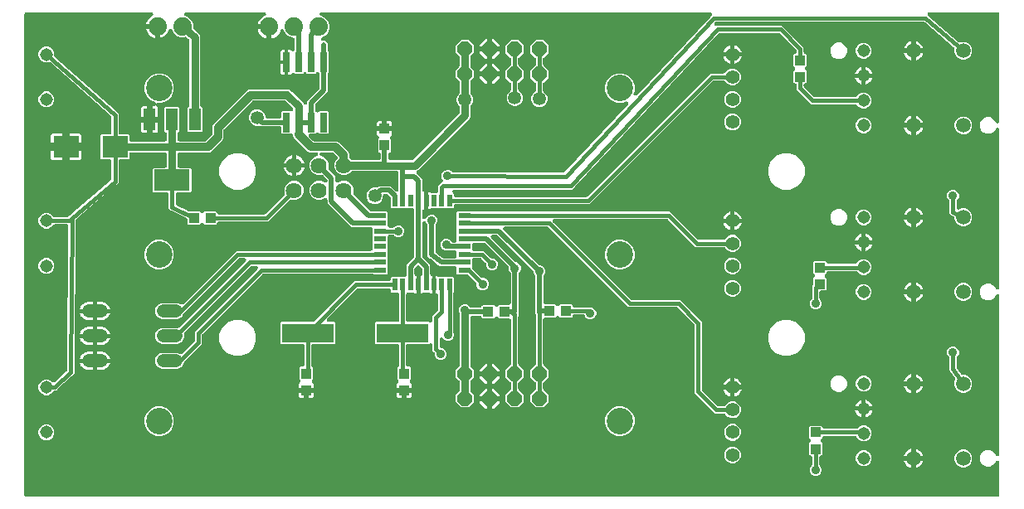
<source format=gbr>
G04 EAGLE Gerber RS-274X export*
G75*
%MOMM*%
%FSLAX34Y34*%
%LPD*%
%INBottom Copper*%
%IPPOS*%
%AMOC8*
5,1,8,0,0,1.08239X$1,22.5*%
G01*
%ADD10R,0.660400X2.032000*%
%ADD11R,1.219200X2.235200*%
%ADD12R,3.600000X2.200000*%
%ADD13C,1.625600*%
%ADD14C,1.879600*%
%ADD15R,1.000000X1.100000*%
%ADD16R,0.558800X1.270000*%
%ADD17R,1.270000X0.558800*%
%ADD18R,2.600000X2.200000*%
%ADD19C,1.408000*%
%ADD20C,1.308000*%
%ADD21C,2.700000*%
%ADD22C,1.320800*%
%ADD23R,5.334000X1.930400*%
%ADD24C,1.508000*%
%ADD25R,1.100000X1.000000*%
%ADD26P,1.649562X8X202.500000*%
%ADD27P,1.649562X8X22.500000*%
%ADD28C,0.800000*%
%ADD29C,0.500000*%
%ADD30C,1.350000*%
%ADD31C,0.904800*%
%ADD32C,0.406400*%
%ADD33C,0.812800*%

G36*
X995446Y2543D02*
X995446Y2543D01*
X995464Y2541D01*
X995646Y2562D01*
X995829Y2581D01*
X995846Y2586D01*
X995863Y2588D01*
X996038Y2645D01*
X996214Y2699D01*
X996229Y2707D01*
X996246Y2713D01*
X996406Y2803D01*
X996568Y2891D01*
X996581Y2902D01*
X996597Y2911D01*
X996736Y3031D01*
X996877Y3148D01*
X996888Y3162D01*
X996902Y3174D01*
X997014Y3319D01*
X997129Y3462D01*
X997137Y3478D01*
X997148Y3492D01*
X997230Y3657D01*
X997315Y3819D01*
X997320Y3836D01*
X997328Y3852D01*
X997375Y4031D01*
X997426Y4206D01*
X997428Y4224D01*
X997432Y4241D01*
X997459Y4572D01*
X997459Y37518D01*
X997459Y37523D01*
X997459Y37527D01*
X997439Y37719D01*
X997419Y37919D01*
X997418Y37923D01*
X997418Y37928D01*
X997359Y38115D01*
X997301Y38304D01*
X997299Y38308D01*
X997298Y38312D01*
X997202Y38487D01*
X997109Y38658D01*
X997107Y38661D01*
X997104Y38665D01*
X996976Y38818D01*
X996852Y38967D01*
X996848Y38970D01*
X996845Y38973D01*
X996689Y39098D01*
X996538Y39219D01*
X996534Y39221D01*
X996531Y39224D01*
X996350Y39317D01*
X996181Y39405D01*
X996176Y39406D01*
X996172Y39408D01*
X995982Y39462D01*
X995794Y39516D01*
X995789Y39517D01*
X995785Y39518D01*
X995592Y39533D01*
X995392Y39549D01*
X995388Y39549D01*
X995384Y39549D01*
X995190Y39525D01*
X994993Y39502D01*
X994988Y39501D01*
X994984Y39500D01*
X994799Y39439D01*
X994610Y39377D01*
X994606Y39375D01*
X994602Y39374D01*
X994433Y39277D01*
X994259Y39180D01*
X994256Y39177D01*
X994252Y39174D01*
X994102Y39044D01*
X993955Y38916D01*
X993952Y38913D01*
X993948Y38910D01*
X993826Y38751D01*
X993708Y38598D01*
X993706Y38594D01*
X993703Y38591D01*
X993551Y38296D01*
X993040Y37062D01*
X990638Y34660D01*
X987499Y33359D01*
X984101Y33359D01*
X980962Y34660D01*
X978560Y37062D01*
X977259Y40201D01*
X977259Y43599D01*
X978560Y46738D01*
X980962Y49140D01*
X984101Y50441D01*
X987499Y50441D01*
X990638Y49140D01*
X993040Y46738D01*
X993551Y45504D01*
X993553Y45501D01*
X993555Y45496D01*
X993648Y45324D01*
X993742Y45150D01*
X993744Y45146D01*
X993747Y45142D01*
X993871Y44993D01*
X993998Y44839D01*
X994001Y44836D01*
X994004Y44833D01*
X994157Y44710D01*
X994311Y44585D01*
X994315Y44583D01*
X994318Y44581D01*
X994491Y44491D01*
X994667Y44398D01*
X994671Y44397D01*
X994675Y44395D01*
X994864Y44341D01*
X995054Y44285D01*
X995058Y44285D01*
X995062Y44284D01*
X995260Y44267D01*
X995455Y44251D01*
X995459Y44251D01*
X995464Y44251D01*
X995658Y44274D01*
X995855Y44296D01*
X995859Y44297D01*
X995863Y44298D01*
X996049Y44358D01*
X996238Y44419D01*
X996242Y44421D01*
X996246Y44423D01*
X996418Y44519D01*
X996590Y44615D01*
X996593Y44618D01*
X996597Y44620D01*
X996745Y44749D01*
X996895Y44877D01*
X996898Y44881D01*
X996902Y44884D01*
X997022Y45038D01*
X997144Y45194D01*
X997146Y45198D01*
X997148Y45202D01*
X997236Y45378D01*
X997324Y45554D01*
X997326Y45558D01*
X997328Y45562D01*
X997379Y45752D01*
X997431Y45942D01*
X997431Y45947D01*
X997432Y45951D01*
X997459Y46282D01*
X997459Y207518D01*
X997459Y207523D01*
X997459Y207527D01*
X997439Y207719D01*
X997419Y207919D01*
X997418Y207923D01*
X997418Y207928D01*
X997360Y208111D01*
X997301Y208304D01*
X997299Y208308D01*
X997298Y208312D01*
X997202Y208487D01*
X997109Y208658D01*
X997107Y208661D01*
X997104Y208665D01*
X996976Y208818D01*
X996852Y208967D01*
X996848Y208970D01*
X996845Y208973D01*
X996690Y209097D01*
X996538Y209219D01*
X996534Y209221D01*
X996530Y209224D01*
X996352Y209316D01*
X996181Y209405D01*
X996176Y209406D01*
X996172Y209408D01*
X995979Y209463D01*
X995794Y209516D01*
X995789Y209517D01*
X995785Y209518D01*
X995589Y209533D01*
X995392Y209549D01*
X995388Y209549D01*
X995384Y209549D01*
X995190Y209525D01*
X994993Y209502D01*
X994988Y209501D01*
X994984Y209500D01*
X994799Y209439D01*
X994610Y209377D01*
X994606Y209375D01*
X994602Y209374D01*
X994433Y209277D01*
X994259Y209180D01*
X994256Y209177D01*
X994252Y209174D01*
X994102Y209044D01*
X993955Y208916D01*
X993952Y208913D01*
X993948Y208910D01*
X993826Y208751D01*
X993708Y208598D01*
X993706Y208594D01*
X993703Y208591D01*
X993551Y208296D01*
X993040Y207062D01*
X990638Y204660D01*
X987499Y203359D01*
X984101Y203359D01*
X980962Y204660D01*
X978560Y207062D01*
X977259Y210201D01*
X977259Y213599D01*
X978560Y216738D01*
X980962Y219140D01*
X984101Y220441D01*
X987499Y220441D01*
X990638Y219140D01*
X993040Y216738D01*
X993551Y215504D01*
X993553Y215500D01*
X993555Y215496D01*
X993648Y215323D01*
X993742Y215150D01*
X993744Y215146D01*
X993747Y215142D01*
X993875Y214988D01*
X993998Y214839D01*
X994001Y214836D01*
X994004Y214833D01*
X994155Y214711D01*
X994311Y214585D01*
X994315Y214583D01*
X994318Y214581D01*
X994490Y214491D01*
X994667Y214398D01*
X994671Y214397D01*
X994675Y214395D01*
X994863Y214341D01*
X995054Y214285D01*
X995058Y214285D01*
X995062Y214284D01*
X995260Y214267D01*
X995455Y214251D01*
X995459Y214251D01*
X995464Y214251D01*
X995659Y214274D01*
X995855Y214296D01*
X995859Y214297D01*
X995863Y214298D01*
X996051Y214359D01*
X996238Y214419D01*
X996242Y214421D01*
X996246Y214423D01*
X996419Y214520D01*
X996590Y214615D01*
X996593Y214618D01*
X996597Y214620D01*
X996745Y214749D01*
X996895Y214877D01*
X996898Y214881D01*
X996902Y214884D01*
X997022Y215038D01*
X997144Y215194D01*
X997146Y215198D01*
X997148Y215202D01*
X997235Y215376D01*
X997324Y215554D01*
X997326Y215558D01*
X997328Y215562D01*
X997379Y215753D01*
X997431Y215942D01*
X997431Y215947D01*
X997432Y215951D01*
X997459Y216282D01*
X997459Y377518D01*
X997459Y377523D01*
X997459Y377527D01*
X997439Y377721D01*
X997419Y377919D01*
X997418Y377923D01*
X997418Y377928D01*
X997359Y378115D01*
X997301Y378304D01*
X997299Y378308D01*
X997298Y378312D01*
X997202Y378487D01*
X997109Y378658D01*
X997107Y378661D01*
X997104Y378665D01*
X996976Y378818D01*
X996852Y378967D01*
X996848Y378970D01*
X996845Y378973D01*
X996689Y379098D01*
X996538Y379219D01*
X996534Y379221D01*
X996531Y379224D01*
X996350Y379317D01*
X996181Y379405D01*
X996176Y379406D01*
X996172Y379408D01*
X995982Y379462D01*
X995794Y379516D01*
X995789Y379517D01*
X995785Y379518D01*
X995592Y379533D01*
X995392Y379549D01*
X995388Y379549D01*
X995384Y379549D01*
X995190Y379525D01*
X994993Y379502D01*
X994988Y379501D01*
X994984Y379500D01*
X994799Y379439D01*
X994610Y379377D01*
X994606Y379375D01*
X994602Y379374D01*
X994433Y379277D01*
X994259Y379180D01*
X994256Y379177D01*
X994252Y379174D01*
X994102Y379044D01*
X993955Y378916D01*
X993952Y378913D01*
X993948Y378910D01*
X993826Y378751D01*
X993708Y378598D01*
X993706Y378594D01*
X993703Y378591D01*
X993551Y378296D01*
X993040Y377062D01*
X990638Y374660D01*
X987499Y373359D01*
X984101Y373359D01*
X980962Y374660D01*
X978560Y377062D01*
X977259Y380201D01*
X977259Y383599D01*
X978560Y386738D01*
X980962Y389140D01*
X984101Y390441D01*
X987499Y390441D01*
X990638Y389140D01*
X993040Y386738D01*
X993551Y385504D01*
X993553Y385501D01*
X993555Y385496D01*
X993648Y385324D01*
X993742Y385150D01*
X993744Y385146D01*
X993747Y385142D01*
X993871Y384993D01*
X993998Y384839D01*
X994001Y384836D01*
X994004Y384833D01*
X994157Y384710D01*
X994311Y384585D01*
X994315Y384583D01*
X994318Y384581D01*
X994491Y384491D01*
X994667Y384398D01*
X994671Y384397D01*
X994675Y384395D01*
X994864Y384341D01*
X995054Y384285D01*
X995058Y384285D01*
X995062Y384284D01*
X995260Y384267D01*
X995455Y384251D01*
X995459Y384251D01*
X995464Y384251D01*
X995658Y384274D01*
X995855Y384296D01*
X995859Y384297D01*
X995863Y384298D01*
X996049Y384358D01*
X996238Y384419D01*
X996242Y384421D01*
X996246Y384423D01*
X996418Y384519D01*
X996590Y384615D01*
X996593Y384618D01*
X996597Y384620D01*
X996745Y384749D01*
X996895Y384877D01*
X996898Y384881D01*
X996902Y384884D01*
X997022Y385038D01*
X997144Y385194D01*
X997146Y385198D01*
X997148Y385202D01*
X997236Y385378D01*
X997324Y385554D01*
X997326Y385558D01*
X997328Y385562D01*
X997379Y385752D01*
X997431Y385942D01*
X997431Y385947D01*
X997432Y385951D01*
X997459Y386282D01*
X997459Y495428D01*
X997457Y495446D01*
X997459Y495464D01*
X997438Y495646D01*
X997419Y495829D01*
X997414Y495846D01*
X997412Y495863D01*
X997355Y496038D01*
X997301Y496214D01*
X997293Y496229D01*
X997287Y496246D01*
X997197Y496406D01*
X997109Y496568D01*
X997098Y496581D01*
X997089Y496597D01*
X996969Y496736D01*
X996852Y496877D01*
X996838Y496888D01*
X996826Y496902D01*
X996681Y497014D01*
X996538Y497129D01*
X996522Y497137D01*
X996508Y497148D01*
X996343Y497230D01*
X996181Y497315D01*
X996164Y497320D01*
X996148Y497328D01*
X995969Y497375D01*
X995794Y497426D01*
X995776Y497428D01*
X995759Y497432D01*
X995428Y497459D01*
X925984Y497459D01*
X925904Y497451D01*
X925825Y497453D01*
X925704Y497431D01*
X925583Y497419D01*
X925507Y497396D01*
X925428Y497382D01*
X925315Y497337D01*
X925198Y497301D01*
X925128Y497263D01*
X925054Y497234D01*
X924951Y497168D01*
X924844Y497109D01*
X924783Y497058D01*
X924716Y497015D01*
X924628Y496930D01*
X924535Y496852D01*
X924485Y496790D01*
X924428Y496734D01*
X924359Y496633D01*
X924283Y496538D01*
X924246Y496467D01*
X924201Y496401D01*
X924153Y496289D01*
X924097Y496181D01*
X924075Y496104D01*
X924044Y496030D01*
X924019Y495911D01*
X923986Y495794D01*
X923979Y495714D01*
X923963Y495636D01*
X923963Y495514D01*
X923953Y495392D01*
X923962Y495313D01*
X923962Y495233D01*
X923985Y495114D01*
X924000Y494993D01*
X924024Y494917D01*
X924040Y494838D01*
X924087Y494726D01*
X924125Y494610D01*
X924164Y494540D01*
X924194Y494467D01*
X924262Y494365D01*
X924322Y494259D01*
X924375Y494199D01*
X924419Y494133D01*
X924529Y494020D01*
X924586Y493955D01*
X924616Y493931D01*
X924651Y493895D01*
X955480Y467091D01*
X955604Y467003D01*
X955725Y466909D01*
X955768Y466887D01*
X955808Y466858D01*
X955948Y466796D01*
X956084Y466728D01*
X956131Y466715D01*
X956176Y466695D01*
X956325Y466662D01*
X956473Y466621D01*
X956521Y466618D01*
X956569Y466607D01*
X956722Y466604D01*
X956874Y466594D01*
X956923Y466600D01*
X956971Y466599D01*
X957122Y466626D01*
X957274Y466646D01*
X957326Y466663D01*
X957368Y466670D01*
X957448Y466702D01*
X957590Y466747D01*
X958597Y467165D01*
X962203Y467165D01*
X965535Y465785D01*
X968085Y463235D01*
X969465Y459903D01*
X969465Y456297D01*
X968085Y452965D01*
X965535Y450415D01*
X962203Y449035D01*
X958597Y449035D01*
X955265Y450415D01*
X952715Y452965D01*
X951335Y456297D01*
X951335Y460125D01*
X951336Y460233D01*
X951346Y460341D01*
X951336Y460434D01*
X951337Y460528D01*
X951316Y460634D01*
X951305Y460741D01*
X951277Y460831D01*
X951259Y460923D01*
X951217Y461022D01*
X951185Y461126D01*
X951140Y461208D01*
X951104Y461295D01*
X951044Y461384D01*
X950992Y461479D01*
X950932Y461551D01*
X950879Y461629D01*
X950786Y461724D01*
X950733Y461787D01*
X950694Y461819D01*
X950648Y461866D01*
X921343Y487345D01*
X921215Y487436D01*
X921090Y487532D01*
X921051Y487552D01*
X921015Y487578D01*
X920871Y487641D01*
X920730Y487712D01*
X920687Y487723D01*
X920647Y487741D01*
X920493Y487775D01*
X920341Y487816D01*
X920291Y487820D01*
X920254Y487829D01*
X920167Y487830D01*
X920010Y487843D01*
X708520Y487843D01*
X708461Y487837D01*
X708402Y487840D01*
X708261Y487817D01*
X708119Y487803D01*
X708063Y487786D01*
X708004Y487777D01*
X707871Y487727D01*
X707734Y487685D01*
X707682Y487657D01*
X707627Y487636D01*
X707506Y487561D01*
X707380Y487493D01*
X707335Y487456D01*
X707284Y487424D01*
X707133Y487288D01*
X707071Y487236D01*
X707058Y487219D01*
X707038Y487202D01*
X706828Y486978D01*
X706720Y486836D01*
X706609Y486698D01*
X706598Y486677D01*
X706583Y486658D01*
X706505Y486498D01*
X706423Y486341D01*
X706417Y486318D01*
X706406Y486297D01*
X706361Y486124D01*
X706312Y485954D01*
X706310Y485930D01*
X706304Y485907D01*
X706293Y485730D01*
X706279Y485552D01*
X706282Y485529D01*
X706280Y485505D01*
X706305Y485329D01*
X706326Y485153D01*
X706333Y485130D01*
X706336Y485107D01*
X706395Y484939D01*
X706451Y484770D01*
X706462Y484749D01*
X706470Y484727D01*
X706561Y484574D01*
X706648Y484419D01*
X706664Y484401D01*
X706676Y484381D01*
X706795Y484249D01*
X706912Y484114D01*
X706930Y484100D01*
X706946Y484082D01*
X707089Y483977D01*
X707230Y483868D01*
X707251Y483857D01*
X707270Y483843D01*
X707431Y483768D01*
X707590Y483688D01*
X707613Y483682D01*
X707635Y483672D01*
X707807Y483630D01*
X707979Y483584D01*
X708005Y483582D01*
X708026Y483577D01*
X708107Y483573D01*
X708310Y483557D01*
X709910Y483557D01*
X709939Y483560D01*
X709975Y483558D01*
X711762Y483615D01*
X711879Y483584D01*
X711886Y483583D01*
X711891Y483582D01*
X711931Y483580D01*
X712210Y483557D01*
X775473Y483557D01*
X797557Y461473D01*
X797557Y457056D01*
X797559Y457038D01*
X797557Y457020D01*
X797578Y456838D01*
X797597Y456655D01*
X797602Y456638D01*
X797604Y456621D01*
X797661Y456446D01*
X797715Y456270D01*
X797723Y456255D01*
X797729Y456238D01*
X797819Y456078D01*
X797907Y455916D01*
X797918Y455903D01*
X797927Y455887D01*
X798047Y455748D01*
X798164Y455607D01*
X798178Y455596D01*
X798190Y455582D01*
X798335Y455470D01*
X798478Y455355D01*
X798494Y455347D01*
X798508Y455336D01*
X798673Y455254D01*
X798835Y455169D01*
X798852Y455164D01*
X798868Y455156D01*
X799047Y455109D01*
X799222Y455058D01*
X799240Y455056D01*
X799257Y455052D01*
X799588Y455025D01*
X800132Y455025D01*
X801025Y454132D01*
X801025Y442868D01*
X799593Y441436D01*
X799581Y441422D01*
X799568Y441411D01*
X799454Y441267D01*
X799338Y441125D01*
X799329Y441109D01*
X799318Y441095D01*
X799235Y440931D01*
X799149Y440769D01*
X799144Y440752D01*
X799136Y440736D01*
X799086Y440559D01*
X799034Y440383D01*
X799033Y440365D01*
X799028Y440348D01*
X799014Y440165D01*
X798998Y439982D01*
X799000Y439964D01*
X798998Y439947D01*
X799021Y439765D01*
X799041Y439582D01*
X799047Y439565D01*
X799049Y439547D01*
X799107Y439373D01*
X799163Y439198D01*
X799171Y439182D01*
X799177Y439166D01*
X799269Y439007D01*
X799357Y438846D01*
X799369Y438832D01*
X799378Y438817D01*
X799593Y438564D01*
X801025Y437132D01*
X801025Y425868D01*
X800132Y424975D01*
X799588Y424975D01*
X799570Y424973D01*
X799552Y424975D01*
X799370Y424954D01*
X799187Y424935D01*
X799170Y424930D01*
X799153Y424928D01*
X798978Y424871D01*
X798802Y424817D01*
X798787Y424809D01*
X798770Y424803D01*
X798610Y424713D01*
X798448Y424625D01*
X798435Y424614D01*
X798419Y424605D01*
X798280Y424485D01*
X798139Y424368D01*
X798128Y424354D01*
X798114Y424342D01*
X798002Y424197D01*
X797887Y424054D01*
X797879Y424038D01*
X797868Y424024D01*
X797786Y423859D01*
X797701Y423697D01*
X797696Y423680D01*
X797688Y423664D01*
X797641Y423485D01*
X797590Y423310D01*
X797588Y423292D01*
X797584Y423275D01*
X797557Y422944D01*
X797557Y422315D01*
X797559Y422288D01*
X797557Y422261D01*
X797579Y422087D01*
X797597Y421914D01*
X797604Y421889D01*
X797608Y421862D01*
X797663Y421696D01*
X797715Y421529D01*
X797728Y421506D01*
X797736Y421480D01*
X797823Y421329D01*
X797907Y421175D01*
X797924Y421155D01*
X797937Y421131D01*
X798152Y420878D01*
X807578Y411452D01*
X807599Y411435D01*
X807617Y411414D01*
X807754Y411307D01*
X807890Y411197D01*
X807913Y411184D01*
X807935Y411168D01*
X808092Y411090D01*
X808246Y411008D01*
X808271Y411000D01*
X808295Y410988D01*
X808465Y410943D01*
X808631Y410893D01*
X808658Y410891D01*
X808684Y410884D01*
X809015Y410857D01*
X850187Y410857D01*
X850209Y410859D01*
X850231Y410857D01*
X850409Y410879D01*
X850587Y410897D01*
X850609Y410903D01*
X850631Y410906D01*
X850801Y410962D01*
X850972Y411015D01*
X850992Y411025D01*
X851013Y411032D01*
X851169Y411122D01*
X851326Y411207D01*
X851344Y411221D01*
X851363Y411232D01*
X851499Y411350D01*
X851636Y411464D01*
X851650Y411482D01*
X851667Y411496D01*
X851776Y411639D01*
X851888Y411778D01*
X851898Y411798D01*
X851912Y411816D01*
X851914Y411819D01*
X854232Y414137D01*
X857196Y415365D01*
X860404Y415365D01*
X863368Y414137D01*
X865637Y411868D01*
X866865Y408904D01*
X866865Y405696D01*
X865637Y402732D01*
X863368Y400463D01*
X860404Y399235D01*
X857196Y399235D01*
X854232Y400463D01*
X851900Y402795D01*
X851873Y402844D01*
X851859Y402861D01*
X851848Y402881D01*
X851731Y403017D01*
X851617Y403154D01*
X851600Y403169D01*
X851585Y403186D01*
X851444Y403295D01*
X851304Y403408D01*
X851285Y403419D01*
X851267Y403432D01*
X851107Y403512D01*
X850948Y403595D01*
X850926Y403602D01*
X850906Y403612D01*
X850733Y403658D01*
X850562Y403708D01*
X850539Y403710D01*
X850518Y403716D01*
X850187Y403743D01*
X805227Y403743D01*
X790443Y418527D01*
X790443Y422944D01*
X790441Y422962D01*
X790443Y422980D01*
X790422Y423162D01*
X790403Y423345D01*
X790398Y423362D01*
X790396Y423379D01*
X790339Y423554D01*
X790285Y423730D01*
X790277Y423745D01*
X790271Y423762D01*
X790181Y423922D01*
X790093Y424084D01*
X790082Y424097D01*
X790073Y424113D01*
X789953Y424252D01*
X789836Y424393D01*
X789822Y424404D01*
X789810Y424418D01*
X789665Y424530D01*
X789522Y424645D01*
X789506Y424653D01*
X789492Y424664D01*
X789327Y424746D01*
X789165Y424831D01*
X789148Y424836D01*
X789132Y424844D01*
X788953Y424891D01*
X788778Y424942D01*
X788760Y424944D01*
X788743Y424948D01*
X788412Y424975D01*
X787868Y424975D01*
X786975Y425868D01*
X786975Y437132D01*
X788407Y438564D01*
X788419Y438577D01*
X788432Y438589D01*
X788546Y438733D01*
X788662Y438875D01*
X788671Y438891D01*
X788682Y438905D01*
X788765Y439068D01*
X788851Y439231D01*
X788856Y439248D01*
X788864Y439264D01*
X788914Y439441D01*
X788966Y439617D01*
X788967Y439635D01*
X788972Y439652D01*
X788986Y439835D01*
X789002Y440018D01*
X789000Y440036D01*
X789002Y440053D01*
X788979Y440235D01*
X788959Y440418D01*
X788953Y440435D01*
X788951Y440453D01*
X788893Y440626D01*
X788837Y440802D01*
X788829Y440818D01*
X788823Y440834D01*
X788732Y440993D01*
X788643Y441154D01*
X788631Y441168D01*
X788622Y441183D01*
X788407Y441436D01*
X786975Y442868D01*
X786975Y454132D01*
X787868Y455025D01*
X788412Y455025D01*
X788430Y455027D01*
X788448Y455025D01*
X788630Y455046D01*
X788813Y455065D01*
X788830Y455070D01*
X788847Y455072D01*
X789022Y455129D01*
X789198Y455183D01*
X789213Y455191D01*
X789230Y455197D01*
X789390Y455287D01*
X789552Y455375D01*
X789565Y455386D01*
X789581Y455395D01*
X789720Y455515D01*
X789861Y455632D01*
X789872Y455646D01*
X789886Y455658D01*
X789998Y455803D01*
X790113Y455946D01*
X790121Y455962D01*
X790132Y455976D01*
X790214Y456141D01*
X790299Y456303D01*
X790304Y456320D01*
X790312Y456336D01*
X790359Y456515D01*
X790410Y456690D01*
X790412Y456708D01*
X790416Y456725D01*
X790443Y457056D01*
X790443Y457685D01*
X790441Y457712D01*
X790443Y457739D01*
X790421Y457913D01*
X790403Y458086D01*
X790396Y458111D01*
X790392Y458138D01*
X790337Y458304D01*
X790285Y458471D01*
X790272Y458494D01*
X790264Y458520D01*
X790177Y458671D01*
X790093Y458825D01*
X790076Y458845D01*
X790063Y458869D01*
X789848Y459122D01*
X773122Y475848D01*
X773101Y475865D01*
X773083Y475886D01*
X772946Y475993D01*
X772810Y476103D01*
X772787Y476116D01*
X772765Y476132D01*
X772608Y476210D01*
X772454Y476292D01*
X772429Y476300D01*
X772405Y476312D01*
X772235Y476357D01*
X772069Y476407D01*
X772042Y476409D01*
X772016Y476416D01*
X771685Y476443D01*
X712421Y476443D01*
X712362Y476437D01*
X712302Y476440D01*
X712162Y476417D01*
X712020Y476403D01*
X711963Y476386D01*
X711905Y476377D01*
X711771Y476327D01*
X711635Y476285D01*
X711583Y476257D01*
X711527Y476236D01*
X711406Y476161D01*
X711281Y476093D01*
X711236Y476055D01*
X711185Y476024D01*
X711035Y475888D01*
X710972Y475836D01*
X710959Y475819D01*
X710939Y475801D01*
X564106Y319180D01*
X563986Y319023D01*
X563868Y318870D01*
X563865Y318865D01*
X563861Y318860D01*
X563834Y318804D01*
X562578Y317548D01*
X562560Y317526D01*
X562533Y317501D01*
X561541Y316443D01*
X560090Y316443D01*
X560061Y316440D01*
X560025Y316442D01*
X558238Y316385D01*
X558121Y316416D01*
X558114Y316417D01*
X558109Y316418D01*
X558069Y316420D01*
X557790Y316443D01*
X441387Y316443D01*
X441378Y316442D01*
X441369Y316443D01*
X441177Y316422D01*
X440986Y316403D01*
X440978Y316401D01*
X440969Y316400D01*
X440787Y316342D01*
X440601Y316285D01*
X440593Y316281D01*
X440585Y316278D01*
X440417Y316185D01*
X440247Y316093D01*
X440241Y316088D01*
X440233Y316083D01*
X440084Y315957D01*
X439938Y315836D01*
X439933Y315829D01*
X439926Y315823D01*
X439806Y315671D01*
X439686Y315522D01*
X439682Y315514D01*
X439676Y315507D01*
X439589Y315335D01*
X439500Y315165D01*
X439498Y315156D01*
X439494Y315148D01*
X439441Y314960D01*
X439389Y314778D01*
X439388Y314769D01*
X439386Y314760D01*
X439372Y314568D01*
X439356Y314376D01*
X439357Y314368D01*
X439356Y314359D01*
X439381Y314166D01*
X439403Y313977D01*
X439406Y313968D01*
X439407Y313959D01*
X439468Y313776D01*
X439528Y313594D01*
X439532Y313586D01*
X439535Y313578D01*
X439630Y313412D01*
X439726Y313243D01*
X439731Y313236D01*
X439736Y313229D01*
X439951Y312976D01*
X440819Y312108D01*
X440819Y310714D01*
X440821Y310696D01*
X440819Y310678D01*
X440840Y310496D01*
X440859Y310313D01*
X440864Y310296D01*
X440866Y310279D01*
X440923Y310104D01*
X440977Y309928D01*
X440985Y309913D01*
X440991Y309896D01*
X441081Y309736D01*
X441169Y309574D01*
X441180Y309561D01*
X441189Y309545D01*
X441309Y309406D01*
X441426Y309265D01*
X441440Y309254D01*
X441452Y309240D01*
X441597Y309128D01*
X441740Y309013D01*
X441756Y309005D01*
X441770Y308994D01*
X441935Y308912D01*
X442097Y308827D01*
X442114Y308822D01*
X442130Y308814D01*
X442309Y308767D01*
X442484Y308716D01*
X442502Y308714D01*
X442519Y308710D01*
X442850Y308683D01*
X575311Y308683D01*
X575338Y308685D01*
X575365Y308683D01*
X575539Y308705D01*
X575712Y308723D01*
X575737Y308730D01*
X575764Y308734D01*
X575930Y308789D01*
X576097Y308841D01*
X576120Y308854D01*
X576146Y308862D01*
X576297Y308949D01*
X576451Y309033D01*
X576471Y309050D01*
X576495Y309063D01*
X576748Y309278D01*
X702527Y435057D01*
X715846Y435057D01*
X715868Y435059D01*
X715890Y435057D01*
X716068Y435079D01*
X716246Y435097D01*
X716268Y435103D01*
X716290Y435106D01*
X716460Y435162D01*
X716631Y435215D01*
X716651Y435225D01*
X716672Y435232D01*
X716828Y435321D01*
X716985Y435407D01*
X717002Y435421D01*
X717022Y435432D01*
X717157Y435549D01*
X717294Y435664D01*
X717308Y435682D01*
X717325Y435696D01*
X717434Y435838D01*
X717547Y435978D01*
X717557Y435998D01*
X717571Y436016D01*
X717722Y436311D01*
X717739Y436352D01*
X720148Y438761D01*
X723296Y440065D01*
X726704Y440065D01*
X729852Y438761D01*
X732261Y436352D01*
X733565Y433204D01*
X733565Y429796D01*
X732261Y426648D01*
X729852Y424239D01*
X726704Y422935D01*
X723296Y422935D01*
X720148Y424239D01*
X717739Y426648D01*
X717722Y426689D01*
X717712Y426709D01*
X717705Y426730D01*
X717617Y426886D01*
X717532Y427044D01*
X717518Y427061D01*
X717507Y427081D01*
X717390Y427216D01*
X717276Y427355D01*
X717258Y427369D01*
X717244Y427386D01*
X717103Y427495D01*
X716963Y427608D01*
X716943Y427619D01*
X716926Y427632D01*
X716765Y427712D01*
X716607Y427795D01*
X716585Y427802D01*
X716565Y427812D01*
X716391Y427858D01*
X716220Y427908D01*
X716198Y427910D01*
X716176Y427916D01*
X715846Y427943D01*
X706315Y427943D01*
X706288Y427941D01*
X706261Y427943D01*
X706087Y427921D01*
X705914Y427903D01*
X705889Y427896D01*
X705862Y427892D01*
X705696Y427837D01*
X705529Y427785D01*
X705506Y427772D01*
X705480Y427764D01*
X705329Y427677D01*
X705175Y427593D01*
X705155Y427576D01*
X705131Y427563D01*
X704878Y427348D01*
X579099Y301569D01*
X442850Y301569D01*
X442832Y301567D01*
X442814Y301569D01*
X442632Y301548D01*
X442449Y301529D01*
X442432Y301524D01*
X442415Y301522D01*
X442240Y301465D01*
X442064Y301411D01*
X442049Y301403D01*
X442032Y301397D01*
X441872Y301307D01*
X441710Y301219D01*
X441697Y301208D01*
X441681Y301199D01*
X441542Y301079D01*
X441401Y300962D01*
X441390Y300948D01*
X441376Y300936D01*
X441264Y300791D01*
X441149Y300648D01*
X441141Y300632D01*
X441130Y300618D01*
X441048Y300453D01*
X440963Y300291D01*
X440958Y300274D01*
X440950Y300258D01*
X440903Y300079D01*
X440852Y299904D01*
X440850Y299886D01*
X440846Y299869D01*
X440819Y299538D01*
X440819Y298144D01*
X439926Y297251D01*
X418204Y297251D01*
X418177Y297249D01*
X418150Y297251D01*
X417977Y297229D01*
X417803Y297211D01*
X417778Y297204D01*
X417751Y297200D01*
X417585Y297145D01*
X417418Y297093D01*
X417395Y297080D01*
X417369Y297072D01*
X417218Y296985D01*
X417064Y296901D01*
X417044Y296884D01*
X417020Y296871D01*
X416902Y296771D01*
X416275Y296408D01*
X415629Y296235D01*
X414531Y296235D01*
X414531Y305126D01*
X414531Y314017D01*
X415629Y314017D01*
X416275Y313844D01*
X416914Y313475D01*
X416944Y313451D01*
X417079Y313341D01*
X417103Y313328D01*
X417124Y313312D01*
X417281Y313234D01*
X417435Y313152D01*
X417460Y313144D01*
X417484Y313132D01*
X417654Y313087D01*
X417821Y313037D01*
X417847Y313035D01*
X417873Y313028D01*
X418204Y313001D01*
X422912Y313001D01*
X422930Y313003D01*
X422948Y313001D01*
X423130Y313022D01*
X423313Y313041D01*
X423330Y313046D01*
X423347Y313048D01*
X423522Y313105D01*
X423698Y313159D01*
X423713Y313167D01*
X423730Y313173D01*
X423890Y313263D01*
X424052Y313351D01*
X424065Y313362D01*
X424081Y313371D01*
X424220Y313491D01*
X424361Y313608D01*
X424372Y313622D01*
X424386Y313634D01*
X424498Y313779D01*
X424613Y313922D01*
X424621Y313938D01*
X424632Y313952D01*
X424714Y314117D01*
X424799Y314279D01*
X424804Y314296D01*
X424812Y314312D01*
X424859Y314491D01*
X424910Y314666D01*
X424912Y314684D01*
X424916Y314701D01*
X424943Y315032D01*
X424943Y319973D01*
X425848Y320878D01*
X429072Y324102D01*
X429083Y324116D01*
X429097Y324127D01*
X429210Y324271D01*
X429327Y324413D01*
X429335Y324429D01*
X429346Y324443D01*
X429429Y324607D01*
X429515Y324769D01*
X429520Y324786D01*
X429529Y324802D01*
X429578Y324978D01*
X429630Y325155D01*
X429632Y325173D01*
X429637Y325190D01*
X429650Y325372D01*
X429666Y325556D01*
X429665Y325574D01*
X429666Y325592D01*
X429643Y325773D01*
X429623Y325956D01*
X429618Y325973D01*
X429615Y325991D01*
X429557Y326164D01*
X429502Y326340D01*
X429493Y326356D01*
X429487Y326373D01*
X429396Y326531D01*
X429307Y326692D01*
X429305Y326694D01*
X428351Y328997D01*
X428351Y331403D01*
X429272Y333626D01*
X430974Y335328D01*
X432171Y335824D01*
X433197Y336249D01*
X435603Y336249D01*
X437826Y335328D01*
X438812Y334342D01*
X438832Y334326D01*
X438848Y334307D01*
X438987Y334199D01*
X439124Y334087D01*
X439146Y334075D01*
X439166Y334060D01*
X439324Y333981D01*
X439479Y333898D01*
X439503Y333891D01*
X439526Y333880D01*
X439696Y333834D01*
X439865Y333783D01*
X439890Y333781D01*
X439915Y333775D01*
X440245Y333747D01*
X552280Y333561D01*
X552341Y333567D01*
X552402Y333564D01*
X552541Y333586D01*
X552681Y333600D01*
X552739Y333618D01*
X552800Y333627D01*
X552932Y333676D01*
X553066Y333718D01*
X553120Y333746D01*
X553177Y333768D01*
X553297Y333842D01*
X553421Y333909D01*
X553467Y333948D01*
X553519Y333980D01*
X553667Y334113D01*
X553730Y334166D01*
X553744Y334183D01*
X553765Y334202D01*
X618260Y402957D01*
X618365Y403094D01*
X618475Y403229D01*
X618488Y403254D01*
X618505Y403276D01*
X618581Y403432D01*
X618662Y403586D01*
X618670Y403613D01*
X618682Y403638D01*
X618726Y403805D01*
X618775Y403972D01*
X618777Y404000D01*
X618784Y404027D01*
X618795Y404201D01*
X618810Y404373D01*
X618806Y404401D01*
X618808Y404429D01*
X618784Y404601D01*
X618764Y404773D01*
X618756Y404800D01*
X618752Y404828D01*
X618694Y404992D01*
X618641Y405157D01*
X618628Y405181D01*
X618618Y405208D01*
X618529Y405357D01*
X618445Y405508D01*
X618427Y405529D01*
X618412Y405554D01*
X618296Y405682D01*
X618183Y405814D01*
X618161Y405831D01*
X618142Y405852D01*
X618003Y405955D01*
X617866Y406062D01*
X617841Y406075D01*
X617818Y406091D01*
X617661Y406165D01*
X617506Y406243D01*
X617479Y406250D01*
X617454Y406262D01*
X617285Y406303D01*
X617118Y406349D01*
X617090Y406351D01*
X617063Y406358D01*
X616890Y406365D01*
X616716Y406377D01*
X616688Y406373D01*
X616660Y406374D01*
X616490Y406347D01*
X616317Y406325D01*
X616287Y406315D01*
X616263Y406311D01*
X616184Y406282D01*
X616001Y406223D01*
X612989Y404975D01*
X607011Y404975D01*
X601489Y407263D01*
X597263Y411489D01*
X594975Y417011D01*
X594975Y422989D01*
X597263Y428511D01*
X601489Y432737D01*
X607011Y435025D01*
X612989Y435025D01*
X618511Y432737D01*
X622737Y428511D01*
X625025Y422989D01*
X625025Y417011D01*
X624212Y415049D01*
X624201Y415013D01*
X624185Y414980D01*
X624143Y414821D01*
X624095Y414663D01*
X624092Y414626D01*
X624082Y414591D01*
X624073Y414426D01*
X624057Y414262D01*
X624061Y414226D01*
X624059Y414189D01*
X624082Y414025D01*
X624099Y413862D01*
X624110Y413827D01*
X624115Y413790D01*
X624170Y413634D01*
X624219Y413478D01*
X624236Y413445D01*
X624249Y413410D01*
X624333Y413268D01*
X624412Y413124D01*
X624436Y413096D01*
X624455Y413064D01*
X624565Y412942D01*
X624671Y412816D01*
X624700Y412793D01*
X624725Y412766D01*
X624857Y412668D01*
X624986Y412565D01*
X625019Y412548D01*
X625049Y412526D01*
X625198Y412456D01*
X625344Y412381D01*
X625380Y412371D01*
X625413Y412356D01*
X625573Y412316D01*
X625731Y412272D01*
X625768Y412269D01*
X625804Y412260D01*
X625969Y412253D01*
X626133Y412241D01*
X626169Y412245D01*
X626207Y412243D01*
X626369Y412269D01*
X626532Y412289D01*
X626568Y412301D01*
X626604Y412307D01*
X626758Y412364D01*
X626915Y412416D01*
X626947Y412434D01*
X626982Y412447D01*
X627122Y412534D01*
X627264Y412615D01*
X627292Y412639D01*
X627324Y412659D01*
X627559Y412872D01*
X627568Y412880D01*
X627569Y412881D01*
X627570Y412882D01*
X701993Y492221D01*
X702113Y492377D01*
X702232Y492531D01*
X702235Y492536D01*
X702238Y492540D01*
X702265Y492595D01*
X703522Y493852D01*
X703540Y493874D01*
X703567Y493899D01*
X703698Y494038D01*
X703807Y494180D01*
X703918Y494318D01*
X703929Y494339D01*
X703943Y494358D01*
X704022Y494518D01*
X704103Y494675D01*
X704110Y494698D01*
X704120Y494719D01*
X704166Y494891D01*
X704215Y495062D01*
X704217Y495086D01*
X704223Y495108D01*
X704233Y495286D01*
X704248Y495464D01*
X704245Y495487D01*
X704246Y495510D01*
X704222Y495687D01*
X704201Y495863D01*
X704194Y495886D01*
X704190Y495909D01*
X704131Y496077D01*
X704076Y496246D01*
X704064Y496267D01*
X704057Y496289D01*
X703966Y496442D01*
X703878Y496597D01*
X703863Y496615D01*
X703851Y496635D01*
X703731Y496767D01*
X703615Y496902D01*
X703596Y496916D01*
X703581Y496933D01*
X703437Y497039D01*
X703297Y497148D01*
X703276Y497159D01*
X703257Y497173D01*
X703096Y497248D01*
X702936Y497328D01*
X702914Y497334D01*
X702892Y497344D01*
X702720Y497386D01*
X702548Y497432D01*
X702522Y497434D01*
X702501Y497439D01*
X702420Y497443D01*
X702217Y497459D01*
X305839Y497459D01*
X305835Y497459D01*
X305830Y497459D01*
X305637Y497439D01*
X305439Y497419D01*
X305434Y497418D01*
X305430Y497418D01*
X305244Y497360D01*
X305054Y497301D01*
X305050Y497299D01*
X305046Y497298D01*
X304874Y497204D01*
X304700Y497109D01*
X304696Y497107D01*
X304692Y497104D01*
X304541Y496977D01*
X304391Y496852D01*
X304388Y496848D01*
X304384Y496845D01*
X304261Y496691D01*
X304138Y496538D01*
X304136Y496534D01*
X304133Y496531D01*
X304044Y496356D01*
X303953Y496181D01*
X303951Y496176D01*
X303949Y496172D01*
X303896Y495985D01*
X303841Y495794D01*
X303841Y495789D01*
X303840Y495785D01*
X303825Y495592D01*
X303808Y495392D01*
X303809Y495388D01*
X303809Y495384D01*
X303832Y495190D01*
X303855Y494993D01*
X303857Y494988D01*
X303857Y494984D01*
X303918Y494800D01*
X303980Y494610D01*
X303982Y494606D01*
X303984Y494602D01*
X304081Y494432D01*
X304178Y494259D01*
X304181Y494256D01*
X304183Y494252D01*
X304315Y494101D01*
X304441Y493955D01*
X304445Y493952D01*
X304448Y493948D01*
X304604Y493828D01*
X304759Y493708D01*
X304763Y493706D01*
X304767Y493703D01*
X305062Y493551D01*
X309387Y491760D01*
X312460Y488687D01*
X314123Y484673D01*
X314123Y480327D01*
X312460Y476313D01*
X309387Y473240D01*
X306472Y472033D01*
X306468Y472031D01*
X306464Y472029D01*
X306291Y471936D01*
X306117Y471842D01*
X306114Y471840D01*
X306110Y471837D01*
X305961Y471713D01*
X305807Y471586D01*
X305804Y471583D01*
X305800Y471580D01*
X305675Y471424D01*
X305553Y471273D01*
X305551Y471269D01*
X305548Y471266D01*
X305455Y471087D01*
X305366Y470917D01*
X305365Y470913D01*
X305363Y470909D01*
X305308Y470719D01*
X305253Y470530D01*
X305252Y470526D01*
X305251Y470522D01*
X305235Y470323D01*
X305218Y470129D01*
X305219Y470125D01*
X305218Y470120D01*
X305242Y469923D01*
X305263Y469729D01*
X305265Y469725D01*
X305265Y469721D01*
X305328Y469528D01*
X305387Y469346D01*
X305389Y469342D01*
X305390Y469338D01*
X305489Y469163D01*
X305583Y468994D01*
X305586Y468991D01*
X305588Y468987D01*
X305716Y468838D01*
X305845Y468689D01*
X305848Y468686D01*
X305851Y468682D01*
X306004Y468564D01*
X306162Y468440D01*
X306166Y468438D01*
X306169Y468436D01*
X306344Y468349D01*
X306521Y468260D01*
X306526Y468258D01*
X306530Y468256D01*
X306723Y468205D01*
X306910Y468153D01*
X306914Y468153D01*
X306919Y468152D01*
X307249Y468125D01*
X309467Y468125D01*
X311875Y465717D01*
X311875Y458969D01*
X311877Y458942D01*
X311875Y458916D01*
X311897Y458742D01*
X311915Y458568D01*
X311923Y458543D01*
X311926Y458516D01*
X311981Y458351D01*
X312033Y458183D01*
X312046Y458160D01*
X312054Y458134D01*
X312141Y457983D01*
X312225Y457829D01*
X312242Y457809D01*
X312255Y457786D01*
X312470Y457533D01*
X312677Y457326D01*
X312677Y435742D01*
X312470Y435535D01*
X312453Y435515D01*
X312432Y435497D01*
X312326Y435360D01*
X312215Y435224D01*
X312202Y435200D01*
X312186Y435179D01*
X312108Y435023D01*
X312026Y434868D01*
X312018Y434843D01*
X312006Y434819D01*
X311961Y434650D01*
X311911Y434482D01*
X311909Y434456D01*
X311902Y434430D01*
X311875Y434099D01*
X311875Y416183D01*
X308922Y413231D01*
X308922Y413230D01*
X299770Y404078D01*
X299753Y404057D01*
X299732Y404040D01*
X299625Y403902D01*
X299515Y403766D01*
X299502Y403743D01*
X299486Y403722D01*
X299408Y403565D01*
X299326Y403411D01*
X299318Y403385D01*
X299306Y403361D01*
X299261Y403192D01*
X299211Y403025D01*
X299209Y402998D01*
X299202Y402972D01*
X299175Y402642D01*
X299175Y397501D01*
X299177Y397474D01*
X299175Y397447D01*
X299197Y397274D01*
X299215Y397100D01*
X299222Y397075D01*
X299226Y397048D01*
X299282Y396882D01*
X299333Y396715D01*
X299346Y396692D01*
X299354Y396666D01*
X299442Y396514D01*
X299525Y396361D01*
X299542Y396341D01*
X299555Y396318D01*
X299770Y396065D01*
X300064Y395771D01*
X300077Y395759D01*
X300089Y395746D01*
X300234Y395631D01*
X300375Y395515D01*
X300391Y395507D01*
X300405Y395496D01*
X300569Y395413D01*
X300731Y395327D01*
X300748Y395322D01*
X300764Y395314D01*
X300940Y395265D01*
X301117Y395212D01*
X301135Y395210D01*
X301152Y395206D01*
X301336Y395192D01*
X301518Y395176D01*
X301535Y395178D01*
X301553Y395176D01*
X301737Y395199D01*
X301918Y395219D01*
X301935Y395225D01*
X301953Y395227D01*
X302127Y395285D01*
X302302Y395341D01*
X302318Y395349D01*
X302334Y395355D01*
X302493Y395447D01*
X302654Y395536D01*
X302668Y395547D01*
X302683Y395556D01*
X302936Y395771D01*
X303916Y396751D01*
X311784Y396751D01*
X312677Y395858D01*
X312677Y374274D01*
X311784Y373381D01*
X303916Y373381D01*
X302936Y374361D01*
X302923Y374373D01*
X302911Y374386D01*
X302766Y374501D01*
X302625Y374616D01*
X302609Y374625D01*
X302595Y374636D01*
X302431Y374719D01*
X302269Y374805D01*
X302252Y374810D01*
X302236Y374818D01*
X302059Y374868D01*
X301883Y374920D01*
X301865Y374921D01*
X301848Y374926D01*
X301665Y374940D01*
X301482Y374956D01*
X301464Y374954D01*
X301447Y374956D01*
X301265Y374933D01*
X301082Y374913D01*
X301065Y374907D01*
X301047Y374905D01*
X300874Y374847D01*
X300698Y374791D01*
X300682Y374783D01*
X300666Y374777D01*
X300507Y374686D01*
X300346Y374597D01*
X300332Y374585D01*
X300317Y374576D01*
X300064Y374361D01*
X299084Y373381D01*
X294326Y373381D01*
X294317Y373380D01*
X294308Y373381D01*
X294117Y373360D01*
X293926Y373341D01*
X293917Y373339D01*
X293908Y373338D01*
X293726Y373280D01*
X293541Y373223D01*
X293533Y373219D01*
X293524Y373216D01*
X293356Y373123D01*
X293187Y373031D01*
X293180Y373026D01*
X293172Y373021D01*
X293025Y372897D01*
X292877Y372774D01*
X292872Y372767D01*
X292865Y372761D01*
X292746Y372610D01*
X292625Y372460D01*
X292621Y372452D01*
X292615Y372445D01*
X292528Y372272D01*
X292440Y372103D01*
X292437Y372094D01*
X292433Y372086D01*
X292381Y371899D01*
X292328Y371716D01*
X292327Y371707D01*
X292325Y371698D01*
X292311Y371505D01*
X292295Y371314D01*
X292296Y371306D01*
X292296Y371297D01*
X292320Y371104D01*
X292342Y370915D01*
X292345Y370906D01*
X292346Y370897D01*
X292408Y370714D01*
X292467Y370532D01*
X292472Y370524D01*
X292474Y370516D01*
X292570Y370349D01*
X292665Y370181D01*
X292671Y370174D01*
X292675Y370167D01*
X292890Y369914D01*
X296620Y366184D01*
X296641Y366167D01*
X296658Y366146D01*
X296796Y366040D01*
X296932Y365929D01*
X296955Y365916D01*
X296976Y365900D01*
X297132Y365822D01*
X297287Y365740D01*
X297313Y365732D01*
X297337Y365720D01*
X297506Y365675D01*
X297673Y365625D01*
X297700Y365623D01*
X297726Y365616D01*
X298056Y365589D01*
X321112Y365589D01*
X323166Y364738D01*
X333238Y354666D01*
X334089Y352612D01*
X334089Y349804D01*
X334091Y349777D01*
X334089Y349750D01*
X334111Y349576D01*
X334129Y349403D01*
X334136Y349378D01*
X334140Y349351D01*
X334196Y349185D01*
X334247Y349018D01*
X334260Y348995D01*
X334268Y348969D01*
X334356Y348817D01*
X334439Y348664D01*
X334456Y348644D01*
X334469Y348620D01*
X334684Y348367D01*
X335967Y347084D01*
X335988Y347067D01*
X336006Y347046D01*
X336143Y346939D01*
X336279Y346829D01*
X336303Y346816D01*
X336324Y346800D01*
X336481Y346722D01*
X336635Y346640D01*
X336660Y346632D01*
X336684Y346620D01*
X336854Y346575D01*
X337020Y346525D01*
X337047Y346523D01*
X337073Y346516D01*
X337404Y346489D01*
X363944Y346489D01*
X363962Y346491D01*
X363980Y346489D01*
X364162Y346510D01*
X364345Y346529D01*
X364362Y346534D01*
X364379Y346536D01*
X364554Y346593D01*
X364730Y346647D01*
X364745Y346655D01*
X364762Y346661D01*
X364922Y346751D01*
X365084Y346839D01*
X365097Y346850D01*
X365113Y346859D01*
X365252Y346979D01*
X365393Y347096D01*
X365404Y347110D01*
X365418Y347122D01*
X365530Y347267D01*
X365645Y347410D01*
X365653Y347426D01*
X365664Y347440D01*
X365746Y347605D01*
X365831Y347767D01*
X365836Y347784D01*
X365844Y347800D01*
X365891Y347979D01*
X365942Y348154D01*
X365944Y348172D01*
X365948Y348189D01*
X365975Y348520D01*
X365975Y352444D01*
X365973Y352462D01*
X365975Y352480D01*
X365954Y352662D01*
X365935Y352845D01*
X365930Y352862D01*
X365928Y352879D01*
X365871Y353054D01*
X365817Y353230D01*
X365809Y353245D01*
X365803Y353262D01*
X365713Y353422D01*
X365625Y353584D01*
X365614Y353597D01*
X365605Y353613D01*
X365485Y353752D01*
X365368Y353893D01*
X365354Y353904D01*
X365342Y353918D01*
X365197Y354030D01*
X365054Y354145D01*
X365038Y354153D01*
X365024Y354164D01*
X364859Y354246D01*
X364697Y354331D01*
X364680Y354336D01*
X364664Y354344D01*
X364485Y354391D01*
X364439Y354405D01*
X363475Y355368D01*
X363475Y367632D01*
X363705Y367861D01*
X363757Y367925D01*
X363816Y367982D01*
X363884Y368080D01*
X363960Y368173D01*
X363999Y368245D01*
X364045Y368313D01*
X364093Y368423D01*
X364149Y368529D01*
X364172Y368607D01*
X364205Y368683D01*
X364229Y368800D01*
X364263Y368914D01*
X364271Y368997D01*
X364288Y369077D01*
X364289Y369196D01*
X364300Y369315D01*
X364291Y369397D01*
X364292Y369480D01*
X364269Y369597D01*
X364256Y369716D01*
X364232Y369794D01*
X364216Y369875D01*
X364171Y369986D01*
X364135Y370100D01*
X364095Y370172D01*
X364064Y370248D01*
X363998Y370347D01*
X363940Y370452D01*
X363887Y370515D01*
X363841Y370583D01*
X363757Y370668D01*
X363680Y370759D01*
X363615Y370810D01*
X363557Y370868D01*
X363498Y370909D01*
X362967Y371440D01*
X362632Y372019D01*
X362459Y372665D01*
X362459Y376001D01*
X369532Y376001D01*
X369550Y376002D01*
X369567Y376001D01*
X369750Y376022D01*
X369932Y376041D01*
X369949Y376046D01*
X369967Y376048D01*
X370008Y376061D01*
X370102Y376034D01*
X370120Y376032D01*
X370137Y376028D01*
X370468Y376001D01*
X377541Y376001D01*
X377541Y372665D01*
X377368Y372019D01*
X377033Y371440D01*
X376482Y370889D01*
X376389Y370822D01*
X376333Y370762D01*
X376270Y370709D01*
X376196Y370615D01*
X376115Y370527D01*
X376072Y370457D01*
X376020Y370393D01*
X375966Y370286D01*
X375904Y370184D01*
X375875Y370107D01*
X375838Y370034D01*
X375806Y369918D01*
X375765Y369807D01*
X375752Y369725D01*
X375730Y369646D01*
X375721Y369527D01*
X375703Y369409D01*
X375707Y369326D01*
X375701Y369244D01*
X375716Y369126D01*
X375721Y369006D01*
X375741Y368927D01*
X375751Y368845D01*
X375789Y368732D01*
X375818Y368616D01*
X375853Y368541D01*
X375879Y368463D01*
X375939Y368360D01*
X375990Y368252D01*
X376039Y368186D01*
X376080Y368114D01*
X376179Y367998D01*
X376231Y367929D01*
X376261Y367902D01*
X376295Y367861D01*
X376525Y367632D01*
X376525Y355368D01*
X375567Y354411D01*
X375446Y354371D01*
X375270Y354317D01*
X375255Y354309D01*
X375238Y354303D01*
X375078Y354213D01*
X374916Y354125D01*
X374903Y354114D01*
X374887Y354105D01*
X374748Y353985D01*
X374607Y353868D01*
X374596Y353854D01*
X374582Y353842D01*
X374470Y353697D01*
X374355Y353554D01*
X374347Y353538D01*
X374336Y353524D01*
X374254Y353359D01*
X374169Y353197D01*
X374164Y353180D01*
X374156Y353164D01*
X374108Y352985D01*
X374058Y352810D01*
X374056Y352792D01*
X374052Y352775D01*
X374025Y352444D01*
X374025Y348456D01*
X374027Y348438D01*
X374025Y348420D01*
X374046Y348238D01*
X374065Y348055D01*
X374070Y348038D01*
X374072Y348021D01*
X374129Y347846D01*
X374183Y347670D01*
X374191Y347655D01*
X374197Y347638D01*
X374287Y347478D01*
X374375Y347316D01*
X374386Y347303D01*
X374395Y347287D01*
X374515Y347148D01*
X374632Y347007D01*
X374646Y346996D01*
X374658Y346982D01*
X374803Y346870D01*
X374946Y346755D01*
X374962Y346747D01*
X374976Y346736D01*
X375141Y346654D01*
X375303Y346569D01*
X375320Y346564D01*
X375336Y346556D01*
X375515Y346509D01*
X375690Y346458D01*
X375708Y346456D01*
X375725Y346452D01*
X376056Y346425D01*
X397770Y346425D01*
X397797Y346427D01*
X397823Y346425D01*
X397997Y346447D01*
X398171Y346465D01*
X398196Y346472D01*
X398223Y346476D01*
X398389Y346531D01*
X398556Y346583D01*
X398579Y346596D01*
X398605Y346604D01*
X398756Y346691D01*
X398910Y346775D01*
X398930Y346792D01*
X398953Y346805D01*
X399206Y347020D01*
X445880Y393694D01*
X445897Y393714D01*
X445918Y393732D01*
X446025Y393870D01*
X446135Y394005D01*
X446148Y394029D01*
X446164Y394050D01*
X446242Y394206D01*
X446324Y394361D01*
X446332Y394386D01*
X446344Y394410D01*
X446389Y394580D01*
X446439Y394747D01*
X446441Y394773D01*
X446448Y394799D01*
X446475Y395130D01*
X446475Y400981D01*
X446473Y401008D01*
X446475Y401034D01*
X446453Y401208D01*
X446435Y401382D01*
X446428Y401407D01*
X446424Y401434D01*
X446369Y401599D01*
X446317Y401767D01*
X446304Y401790D01*
X446296Y401816D01*
X446209Y401967D01*
X446125Y402121D01*
X446108Y402141D01*
X446095Y402164D01*
X445880Y402417D01*
X444985Y403313D01*
X443725Y406354D01*
X443725Y409646D01*
X444985Y412687D01*
X445780Y413483D01*
X445797Y413503D01*
X445818Y413521D01*
X445924Y413658D01*
X446035Y413794D01*
X446048Y413818D01*
X446064Y413839D01*
X446142Y413995D01*
X446224Y414150D01*
X446232Y414175D01*
X446244Y414199D01*
X446289Y414368D01*
X446339Y414536D01*
X446341Y414562D01*
X446348Y414588D01*
X446375Y414919D01*
X446375Y426251D01*
X446373Y426277D01*
X446375Y426304D01*
X446353Y426478D01*
X446335Y426651D01*
X446328Y426677D01*
X446324Y426704D01*
X446269Y426869D01*
X446217Y427036D01*
X446204Y427060D01*
X446196Y427085D01*
X446109Y427237D01*
X446025Y427390D01*
X446008Y427411D01*
X445995Y427434D01*
X445780Y427687D01*
X442755Y430712D01*
X442755Y438288D01*
X445780Y441313D01*
X445797Y441334D01*
X445818Y441351D01*
X445925Y441489D01*
X446035Y441624D01*
X446048Y441648D01*
X446064Y441669D01*
X446142Y441826D01*
X446224Y441980D01*
X446232Y442006D01*
X446244Y442030D01*
X446289Y442199D01*
X446339Y442366D01*
X446341Y442393D01*
X446348Y442419D01*
X446375Y442749D01*
X446375Y451651D01*
X446373Y451677D01*
X446375Y451704D01*
X446353Y451878D01*
X446335Y452051D01*
X446328Y452077D01*
X446324Y452104D01*
X446268Y452269D01*
X446217Y452436D01*
X446204Y452460D01*
X446196Y452485D01*
X446109Y452637D01*
X446025Y452790D01*
X446008Y452811D01*
X445995Y452834D01*
X445780Y453087D01*
X442755Y456112D01*
X442755Y463688D01*
X448112Y469045D01*
X455688Y469045D01*
X461045Y463688D01*
X461045Y456112D01*
X458020Y453087D01*
X458003Y453066D01*
X457982Y453049D01*
X457875Y452911D01*
X457765Y452776D01*
X457752Y452752D01*
X457736Y452731D01*
X457658Y452574D01*
X457576Y452420D01*
X457568Y452394D01*
X457556Y452370D01*
X457511Y452201D01*
X457461Y452034D01*
X457459Y452007D01*
X457452Y451982D01*
X457425Y451651D01*
X457425Y442749D01*
X457427Y442723D01*
X457425Y442696D01*
X457447Y442522D01*
X457465Y442349D01*
X457472Y442323D01*
X457476Y442296D01*
X457531Y442131D01*
X457583Y441964D01*
X457596Y441940D01*
X457604Y441915D01*
X457691Y441763D01*
X457775Y441610D01*
X457792Y441589D01*
X457805Y441566D01*
X458020Y441313D01*
X461045Y438288D01*
X461045Y430712D01*
X458020Y427687D01*
X458003Y427666D01*
X457982Y427649D01*
X457875Y427511D01*
X457765Y427376D01*
X457752Y427352D01*
X457736Y427331D01*
X457658Y427174D01*
X457576Y427020D01*
X457568Y426994D01*
X457556Y426970D01*
X457511Y426801D01*
X457461Y426634D01*
X457459Y426607D01*
X457452Y426581D01*
X457425Y426251D01*
X457425Y415119D01*
X457427Y415092D01*
X457425Y415066D01*
X457447Y414891D01*
X457465Y414718D01*
X457472Y414693D01*
X457476Y414666D01*
X457532Y414500D01*
X457583Y414333D01*
X457596Y414310D01*
X457604Y414284D01*
X457691Y414133D01*
X457775Y413979D01*
X457792Y413959D01*
X457805Y413936D01*
X458020Y413683D01*
X459015Y412687D01*
X460275Y409646D01*
X460275Y406354D01*
X459015Y403313D01*
X458120Y402417D01*
X458103Y402397D01*
X458082Y402379D01*
X457975Y402241D01*
X457865Y402106D01*
X457852Y402082D01*
X457836Y402061D01*
X457758Y401904D01*
X457676Y401750D01*
X457668Y401725D01*
X457656Y401701D01*
X457611Y401531D01*
X457561Y401364D01*
X457559Y401338D01*
X457552Y401312D01*
X457525Y400981D01*
X457525Y390901D01*
X456684Y388870D01*
X404030Y336216D01*
X403618Y336046D01*
X403606Y336040D01*
X403593Y336035D01*
X403429Y335945D01*
X403263Y335856D01*
X403253Y335847D01*
X403241Y335841D01*
X403097Y335719D01*
X402953Y335599D01*
X402944Y335589D01*
X402934Y335580D01*
X402817Y335433D01*
X402699Y335287D01*
X402693Y335275D01*
X402684Y335264D01*
X402600Y335098D01*
X402512Y334930D01*
X402508Y334917D01*
X402502Y334905D01*
X402452Y334724D01*
X402399Y334544D01*
X402398Y334531D01*
X402394Y334517D01*
X402380Y334328D01*
X402364Y334143D01*
X402366Y334129D01*
X402365Y334116D01*
X402388Y333928D01*
X402409Y333743D01*
X402413Y333730D01*
X402415Y333716D01*
X402475Y333537D01*
X402532Y333359D01*
X402539Y333347D01*
X402543Y333335D01*
X402636Y333173D01*
X402729Y333008D01*
X402738Y332997D01*
X402744Y332986D01*
X402959Y332733D01*
X404620Y331072D01*
X408525Y327167D01*
X408525Y316048D01*
X408527Y316030D01*
X408525Y316012D01*
X408546Y315830D01*
X408565Y315647D01*
X408570Y315630D01*
X408572Y315613D01*
X408629Y315438D01*
X408683Y315262D01*
X408691Y315247D01*
X408697Y315230D01*
X408787Y315070D01*
X408875Y314908D01*
X408886Y314895D01*
X408895Y314879D01*
X409015Y314740D01*
X409132Y314599D01*
X409146Y314588D01*
X409158Y314574D01*
X409303Y314462D01*
X409446Y314347D01*
X409462Y314339D01*
X409476Y314328D01*
X409641Y314246D01*
X409803Y314161D01*
X409820Y314156D01*
X409836Y314148D01*
X410015Y314101D01*
X410190Y314050D01*
X410208Y314048D01*
X410225Y314044D01*
X410469Y314024D01*
X410469Y305126D01*
X410469Y296229D01*
X410338Y296214D01*
X410155Y296195D01*
X410138Y296190D01*
X410121Y296188D01*
X409946Y296131D01*
X409770Y296077D01*
X409755Y296069D01*
X409738Y296063D01*
X409578Y295973D01*
X409416Y295886D01*
X409403Y295874D01*
X409387Y295865D01*
X409249Y295746D01*
X409107Y295628D01*
X409096Y295614D01*
X409082Y295602D01*
X408971Y295458D01*
X408855Y295314D01*
X408847Y295298D01*
X408836Y295284D01*
X408754Y295120D01*
X408669Y294957D01*
X408664Y294940D01*
X408656Y294924D01*
X408609Y294746D01*
X408558Y294570D01*
X408556Y294552D01*
X408552Y294535D01*
X408525Y294204D01*
X408525Y288143D01*
X408525Y288138D01*
X408525Y288134D01*
X408545Y287940D01*
X408565Y287742D01*
X408566Y287738D01*
X408566Y287733D01*
X408625Y287545D01*
X408683Y287357D01*
X408685Y287353D01*
X408686Y287349D01*
X408782Y287174D01*
X408875Y287003D01*
X408877Y287000D01*
X408880Y286996D01*
X409008Y286843D01*
X409132Y286694D01*
X409136Y286691D01*
X409139Y286687D01*
X409294Y286564D01*
X409446Y286441D01*
X409450Y286439D01*
X409454Y286437D01*
X409632Y286345D01*
X409803Y286256D01*
X409808Y286255D01*
X409812Y286253D01*
X410005Y286198D01*
X410190Y286144D01*
X410195Y286144D01*
X410199Y286143D01*
X410395Y286128D01*
X410592Y286112D01*
X410596Y286112D01*
X410600Y286112D01*
X410794Y286135D01*
X410991Y286159D01*
X410996Y286160D01*
X411000Y286160D01*
X411185Y286222D01*
X411374Y286283D01*
X411378Y286286D01*
X411382Y286287D01*
X411551Y286383D01*
X411725Y286481D01*
X411728Y286484D01*
X411732Y286486D01*
X411879Y286614D01*
X412029Y286744D01*
X412032Y286748D01*
X412036Y286751D01*
X412155Y286907D01*
X412276Y287063D01*
X412278Y287066D01*
X412281Y287070D01*
X412433Y287365D01*
X412872Y288426D01*
X414574Y290128D01*
X416797Y291049D01*
X419203Y291049D01*
X421426Y290128D01*
X423128Y288426D01*
X424049Y286203D01*
X424049Y283797D01*
X423128Y281574D01*
X422620Y281065D01*
X422603Y281045D01*
X422582Y281027D01*
X422475Y280889D01*
X422365Y280754D01*
X422352Y280730D01*
X422336Y280709D01*
X422258Y280552D01*
X422176Y280398D01*
X422168Y280373D01*
X422156Y280349D01*
X422111Y280179D01*
X422061Y280012D01*
X422059Y279986D01*
X422052Y279960D01*
X422025Y279629D01*
X422025Y252920D01*
X422039Y252779D01*
X422044Y252638D01*
X422059Y252579D01*
X422065Y252519D01*
X422106Y252384D01*
X422140Y252247D01*
X422165Y252192D01*
X422183Y252134D01*
X422250Y252010D01*
X422310Y251882D01*
X422346Y251833D01*
X422375Y251780D01*
X422465Y251672D01*
X422549Y251558D01*
X422599Y251511D01*
X422632Y251471D01*
X422696Y251420D01*
X422791Y251331D01*
X428651Y246667D01*
X428746Y246605D01*
X428836Y246536D01*
X428915Y246496D01*
X428989Y246448D01*
X429095Y246407D01*
X429196Y246356D01*
X429282Y246333D01*
X429364Y246301D01*
X429476Y246281D01*
X429585Y246252D01*
X429690Y246243D01*
X429760Y246231D01*
X429825Y246232D01*
X429916Y246225D01*
X441520Y246225D01*
X441538Y246227D01*
X441556Y246225D01*
X441738Y246246D01*
X441921Y246265D01*
X441938Y246270D01*
X441955Y246272D01*
X442130Y246329D01*
X442306Y246383D01*
X442321Y246391D01*
X442338Y246397D01*
X442498Y246487D01*
X442660Y246575D01*
X442673Y246586D01*
X442689Y246595D01*
X442828Y246715D01*
X442969Y246832D01*
X442980Y246846D01*
X442994Y246858D01*
X443106Y247003D01*
X443221Y247146D01*
X443229Y247162D01*
X443240Y247176D01*
X443322Y247341D01*
X443407Y247503D01*
X443412Y247520D01*
X443420Y247536D01*
X443467Y247714D01*
X443518Y247890D01*
X443520Y247908D01*
X443524Y247925D01*
X443551Y248256D01*
X443551Y252144D01*
X443549Y252162D01*
X443551Y252180D01*
X443530Y252361D01*
X443511Y252545D01*
X443506Y252562D01*
X443504Y252579D01*
X443447Y252754D01*
X443393Y252930D01*
X443385Y252945D01*
X443379Y252962D01*
X443289Y253122D01*
X443201Y253284D01*
X443190Y253297D01*
X443181Y253313D01*
X443061Y253452D01*
X442944Y253593D01*
X442930Y253604D01*
X442918Y253618D01*
X442773Y253730D01*
X442630Y253845D01*
X442614Y253853D01*
X442600Y253864D01*
X442435Y253946D01*
X442273Y254031D01*
X442256Y254036D01*
X442240Y254044D01*
X442061Y254091D01*
X441886Y254142D01*
X441868Y254144D01*
X441851Y254148D01*
X441520Y254175D01*
X435148Y254175D01*
X435117Y254172D01*
X435086Y254174D01*
X434916Y254152D01*
X434747Y254135D01*
X434718Y254126D01*
X434687Y254122D01*
X434371Y254021D01*
X434203Y253951D01*
X431797Y253951D01*
X429574Y254872D01*
X427872Y256574D01*
X426951Y258797D01*
X426951Y261203D01*
X427872Y263426D01*
X429574Y265128D01*
X431797Y266049D01*
X434203Y266049D01*
X436426Y265128D01*
X438133Y263421D01*
X438212Y263281D01*
X438296Y263124D01*
X438311Y263107D01*
X438322Y263087D01*
X438439Y262952D01*
X438553Y262813D01*
X438570Y262799D01*
X438585Y262782D01*
X438727Y262672D01*
X438865Y262560D01*
X438885Y262549D01*
X438903Y262536D01*
X439063Y262456D01*
X439222Y262373D01*
X439243Y262366D01*
X439263Y262356D01*
X439436Y262310D01*
X439608Y262260D01*
X439631Y262258D01*
X439652Y262252D01*
X439983Y262225D01*
X441520Y262225D01*
X441538Y262227D01*
X441556Y262225D01*
X441738Y262246D01*
X441921Y262265D01*
X441938Y262270D01*
X441955Y262272D01*
X442130Y262329D01*
X442306Y262383D01*
X442321Y262391D01*
X442338Y262397D01*
X442498Y262487D01*
X442660Y262575D01*
X442673Y262586D01*
X442689Y262595D01*
X442828Y262715D01*
X442969Y262832D01*
X442980Y262846D01*
X442994Y262858D01*
X443106Y263003D01*
X443221Y263146D01*
X443229Y263162D01*
X443240Y263176D01*
X443322Y263341D01*
X443407Y263503D01*
X443412Y263520D01*
X443420Y263536D01*
X443467Y263715D01*
X443518Y263890D01*
X443520Y263908D01*
X443524Y263925D01*
X443551Y264256D01*
X443551Y293626D01*
X444444Y294519D01*
X458408Y294519D01*
X458575Y294352D01*
X458595Y294335D01*
X458613Y294314D01*
X458750Y294208D01*
X458886Y294097D01*
X458910Y294084D01*
X458931Y294068D01*
X459087Y293990D01*
X459242Y293908D01*
X459267Y293900D01*
X459291Y293888D01*
X459460Y293843D01*
X459628Y293793D01*
X459654Y293791D01*
X459680Y293784D01*
X460011Y293757D01*
X661273Y293757D01*
X689378Y265652D01*
X689399Y265635D01*
X689417Y265614D01*
X689555Y265507D01*
X689690Y265397D01*
X689713Y265384D01*
X689735Y265368D01*
X689892Y265290D01*
X690046Y265208D01*
X690071Y265200D01*
X690095Y265188D01*
X690265Y265143D01*
X690431Y265093D01*
X690458Y265091D01*
X690484Y265084D01*
X690815Y265057D01*
X715846Y265057D01*
X715868Y265059D01*
X715890Y265057D01*
X716068Y265079D01*
X716246Y265097D01*
X716268Y265103D01*
X716290Y265106D01*
X716460Y265162D01*
X716631Y265215D01*
X716651Y265225D01*
X716672Y265232D01*
X716828Y265321D01*
X716985Y265407D01*
X717002Y265421D01*
X717022Y265432D01*
X717157Y265549D01*
X717294Y265664D01*
X717308Y265682D01*
X717325Y265696D01*
X717434Y265838D01*
X717547Y265978D01*
X717557Y265998D01*
X717571Y266016D01*
X717722Y266311D01*
X717739Y266352D01*
X720148Y268761D01*
X720225Y268792D01*
X720225Y268793D01*
X723296Y270065D01*
X726704Y270065D01*
X729852Y268761D01*
X732261Y266352D01*
X733565Y263204D01*
X733565Y259796D01*
X732261Y256648D01*
X729852Y254239D01*
X726704Y252935D01*
X723296Y252935D01*
X720148Y254239D01*
X717739Y256648D01*
X717722Y256689D01*
X717712Y256709D01*
X717705Y256730D01*
X717617Y256886D01*
X717532Y257044D01*
X717518Y257061D01*
X717507Y257081D01*
X717390Y257216D01*
X717276Y257355D01*
X717258Y257369D01*
X717244Y257386D01*
X717103Y257495D01*
X716963Y257608D01*
X716943Y257619D01*
X716926Y257632D01*
X716765Y257712D01*
X716607Y257795D01*
X716585Y257802D01*
X716565Y257812D01*
X716391Y257858D01*
X716220Y257908D01*
X716198Y257910D01*
X716176Y257916D01*
X715846Y257943D01*
X687027Y257943D01*
X658922Y286048D01*
X658901Y286065D01*
X658883Y286086D01*
X658746Y286193D01*
X658610Y286303D01*
X658587Y286316D01*
X658565Y286332D01*
X658408Y286410D01*
X658254Y286492D01*
X658229Y286500D01*
X658205Y286512D01*
X658035Y286557D01*
X657869Y286607D01*
X657842Y286609D01*
X657816Y286616D01*
X657485Y286643D01*
X543291Y286643D01*
X543281Y286642D01*
X543272Y286643D01*
X543082Y286623D01*
X542890Y286603D01*
X542881Y286601D01*
X542872Y286600D01*
X542690Y286542D01*
X542505Y286485D01*
X542497Y286481D01*
X542488Y286478D01*
X542321Y286386D01*
X542151Y286293D01*
X542144Y286288D01*
X542136Y286283D01*
X541989Y286159D01*
X541842Y286036D01*
X541836Y286029D01*
X541829Y286023D01*
X541710Y285872D01*
X541589Y285722D01*
X541585Y285714D01*
X541580Y285707D01*
X541492Y285534D01*
X541404Y285365D01*
X541401Y285356D01*
X541397Y285348D01*
X541346Y285162D01*
X541293Y284978D01*
X541292Y284969D01*
X541289Y284960D01*
X541275Y284770D01*
X541260Y284576D01*
X541261Y284567D01*
X541260Y284558D01*
X541284Y284368D01*
X541307Y284177D01*
X541309Y284168D01*
X541311Y284159D01*
X541372Y283976D01*
X541431Y283794D01*
X541436Y283786D01*
X541439Y283777D01*
X541535Y283611D01*
X541629Y283443D01*
X541635Y283436D01*
X541640Y283428D01*
X541854Y283175D01*
X541951Y283079D01*
X541952Y283078D01*
X620878Y204152D01*
X620899Y204135D01*
X620916Y204114D01*
X621054Y204007D01*
X621190Y203897D01*
X621213Y203884D01*
X621235Y203868D01*
X621392Y203790D01*
X621546Y203708D01*
X621571Y203700D01*
X621595Y203688D01*
X621765Y203643D01*
X621931Y203593D01*
X621958Y203591D01*
X621984Y203584D01*
X622315Y203557D01*
X671473Y203557D01*
X693557Y181473D01*
X693557Y112315D01*
X693559Y112288D01*
X693557Y112261D01*
X693579Y112087D01*
X693597Y111914D01*
X693604Y111889D01*
X693608Y111862D01*
X693663Y111696D01*
X693715Y111529D01*
X693728Y111506D01*
X693736Y111480D01*
X693823Y111329D01*
X693907Y111175D01*
X693924Y111155D01*
X693937Y111131D01*
X694152Y110878D01*
X709378Y95652D01*
X709399Y95635D01*
X709417Y95614D01*
X709555Y95507D01*
X709690Y95397D01*
X709713Y95384D01*
X709735Y95368D01*
X709892Y95290D01*
X710046Y95208D01*
X710071Y95200D01*
X710095Y95188D01*
X710265Y95143D01*
X710431Y95093D01*
X710458Y95091D01*
X710484Y95084D01*
X710815Y95057D01*
X715846Y95057D01*
X715868Y95059D01*
X715890Y95057D01*
X716068Y95079D01*
X716246Y95097D01*
X716268Y95103D01*
X716290Y95106D01*
X716460Y95162D01*
X716631Y95215D01*
X716651Y95225D01*
X716672Y95232D01*
X716828Y95321D01*
X716985Y95407D01*
X717002Y95421D01*
X717022Y95432D01*
X717157Y95549D01*
X717294Y95664D01*
X717308Y95682D01*
X717325Y95696D01*
X717434Y95838D01*
X717547Y95978D01*
X717557Y95998D01*
X717571Y96016D01*
X717722Y96311D01*
X717739Y96352D01*
X720148Y98761D01*
X723296Y100065D01*
X726704Y100065D01*
X729852Y98761D01*
X732261Y96352D01*
X733565Y93204D01*
X733565Y89796D01*
X732261Y86648D01*
X729852Y84239D01*
X728387Y83633D01*
X726704Y82935D01*
X723296Y82935D01*
X720148Y84239D01*
X717739Y86648D01*
X717722Y86689D01*
X717712Y86709D01*
X717705Y86730D01*
X717617Y86886D01*
X717532Y87044D01*
X717518Y87061D01*
X717507Y87081D01*
X717390Y87216D01*
X717276Y87355D01*
X717258Y87369D01*
X717244Y87386D01*
X717103Y87495D01*
X716963Y87608D01*
X716943Y87619D01*
X716926Y87632D01*
X716765Y87712D01*
X716607Y87795D01*
X716585Y87802D01*
X716565Y87812D01*
X716391Y87858D01*
X716220Y87908D01*
X716198Y87910D01*
X716176Y87916D01*
X715846Y87943D01*
X707027Y87943D01*
X686443Y108527D01*
X686443Y177685D01*
X686441Y177712D01*
X686443Y177739D01*
X686421Y177913D01*
X686403Y178086D01*
X686396Y178111D01*
X686392Y178138D01*
X686337Y178304D01*
X686285Y178471D01*
X686272Y178494D01*
X686264Y178520D01*
X686177Y178671D01*
X686093Y178825D01*
X686076Y178845D01*
X686063Y178869D01*
X685848Y179122D01*
X669122Y195848D01*
X669101Y195865D01*
X669083Y195886D01*
X668946Y195993D01*
X668810Y196103D01*
X668787Y196116D01*
X668765Y196132D01*
X668608Y196210D01*
X668454Y196292D01*
X668429Y196300D01*
X668405Y196312D01*
X668235Y196357D01*
X668069Y196407D01*
X668042Y196409D01*
X668016Y196416D01*
X667685Y196443D01*
X618527Y196443D01*
X615849Y199121D01*
X615848Y199122D01*
X536922Y278048D01*
X536901Y278065D01*
X536884Y278086D01*
X536746Y278193D01*
X536610Y278303D01*
X536587Y278316D01*
X536565Y278332D01*
X536408Y278410D01*
X536254Y278492D01*
X536229Y278500D01*
X536205Y278512D01*
X536035Y278557D01*
X535869Y278607D01*
X535842Y278609D01*
X535816Y278616D01*
X535485Y278643D01*
X492952Y278643D01*
X492944Y278642D01*
X492935Y278643D01*
X492741Y278622D01*
X492552Y278603D01*
X492543Y278601D01*
X492534Y278600D01*
X492350Y278541D01*
X492167Y278485D01*
X492159Y278481D01*
X492151Y278478D01*
X491982Y278385D01*
X491813Y278293D01*
X491806Y278288D01*
X491798Y278283D01*
X491651Y278158D01*
X491504Y278036D01*
X491498Y278029D01*
X491491Y278023D01*
X491371Y277871D01*
X491251Y277722D01*
X491247Y277714D01*
X491242Y277707D01*
X491153Y277533D01*
X491066Y277365D01*
X491063Y277356D01*
X491059Y277348D01*
X491007Y277161D01*
X490954Y276978D01*
X490954Y276969D01*
X490951Y276960D01*
X490937Y276767D01*
X490921Y276576D01*
X490923Y276568D01*
X490922Y276559D01*
X490946Y276366D01*
X490968Y276177D01*
X490971Y276168D01*
X490972Y276159D01*
X491033Y275977D01*
X491093Y275794D01*
X491098Y275786D01*
X491100Y275778D01*
X491197Y275611D01*
X491291Y275443D01*
X491297Y275436D01*
X491301Y275429D01*
X491516Y275176D01*
X527048Y239644D01*
X527069Y239627D01*
X527086Y239606D01*
X527224Y239499D01*
X527360Y239389D01*
X527383Y239376D01*
X527404Y239360D01*
X527561Y239282D01*
X527715Y239200D01*
X527741Y239192D01*
X527765Y239180D01*
X527934Y239135D01*
X528101Y239085D01*
X528128Y239083D01*
X528154Y239076D01*
X528484Y239049D01*
X529203Y239049D01*
X531426Y238128D01*
X533128Y236426D01*
X534049Y234203D01*
X534049Y231797D01*
X533128Y229574D01*
X532620Y229065D01*
X532603Y229045D01*
X532582Y229027D01*
X532475Y228889D01*
X532365Y228754D01*
X532352Y228730D01*
X532336Y228709D01*
X532258Y228552D01*
X532176Y228398D01*
X532168Y228373D01*
X532156Y228349D01*
X532111Y228179D01*
X532061Y228012D01*
X532059Y227986D01*
X532052Y227960D01*
X532025Y227629D01*
X532025Y201456D01*
X532027Y201438D01*
X532025Y201420D01*
X532046Y201238D01*
X532065Y201055D01*
X532070Y201038D01*
X532072Y201021D01*
X532129Y200846D01*
X532183Y200670D01*
X532191Y200655D01*
X532197Y200638D01*
X532287Y200478D01*
X532375Y200316D01*
X532386Y200303D01*
X532395Y200287D01*
X532515Y200148D01*
X532632Y200007D01*
X532646Y199996D01*
X532658Y199982D01*
X532803Y199870D01*
X532946Y199755D01*
X532962Y199747D01*
X532976Y199736D01*
X533141Y199654D01*
X533303Y199569D01*
X533320Y199564D01*
X533336Y199556D01*
X533515Y199509D01*
X533690Y199458D01*
X533708Y199456D01*
X533725Y199452D01*
X534056Y199425D01*
X543732Y199425D01*
X545164Y197993D01*
X545178Y197981D01*
X545189Y197968D01*
X545333Y197854D01*
X545475Y197738D01*
X545491Y197729D01*
X545505Y197718D01*
X545669Y197635D01*
X545831Y197549D01*
X545848Y197544D01*
X545864Y197536D01*
X546041Y197486D01*
X546217Y197434D01*
X546235Y197433D01*
X546252Y197428D01*
X546435Y197414D01*
X546618Y197398D01*
X546636Y197400D01*
X546653Y197398D01*
X546835Y197421D01*
X547018Y197441D01*
X547035Y197447D01*
X547053Y197449D01*
X547227Y197507D01*
X547402Y197563D01*
X547418Y197571D01*
X547434Y197577D01*
X547593Y197669D01*
X547754Y197757D01*
X547768Y197769D01*
X547783Y197778D01*
X548036Y197993D01*
X549468Y199425D01*
X560732Y199425D01*
X561625Y198532D01*
X561625Y197988D01*
X561627Y197970D01*
X561625Y197952D01*
X561646Y197770D01*
X561665Y197587D01*
X561670Y197570D01*
X561672Y197553D01*
X561729Y197378D01*
X561783Y197202D01*
X561791Y197187D01*
X561797Y197170D01*
X561887Y197010D01*
X561975Y196848D01*
X561986Y196835D01*
X561995Y196819D01*
X562115Y196680D01*
X562232Y196539D01*
X562246Y196528D01*
X562258Y196514D01*
X562403Y196402D01*
X562546Y196287D01*
X562562Y196279D01*
X562576Y196268D01*
X562741Y196186D01*
X562903Y196101D01*
X562920Y196096D01*
X562936Y196088D01*
X563115Y196041D01*
X563290Y195990D01*
X563308Y195988D01*
X563325Y195984D01*
X563656Y195957D01*
X578171Y195957D01*
X578202Y195960D01*
X578233Y195958D01*
X578402Y195980D01*
X578571Y195997D01*
X578601Y196006D01*
X578632Y196010D01*
X578753Y196049D01*
X581203Y196049D01*
X583426Y195128D01*
X585128Y193426D01*
X586049Y191203D01*
X586049Y188797D01*
X585128Y186574D01*
X583426Y184872D01*
X581203Y183951D01*
X578797Y183951D01*
X576574Y184872D01*
X574872Y186574D01*
X574451Y187589D01*
X574441Y187609D01*
X574434Y187630D01*
X574346Y187786D01*
X574261Y187944D01*
X574247Y187961D01*
X574236Y187981D01*
X574119Y188116D01*
X574005Y188255D01*
X573987Y188269D01*
X573973Y188286D01*
X573832Y188395D01*
X573692Y188508D01*
X573672Y188519D01*
X573655Y188532D01*
X573494Y188612D01*
X573336Y188695D01*
X573314Y188702D01*
X573294Y188712D01*
X573121Y188758D01*
X572949Y188808D01*
X572927Y188810D01*
X572906Y188816D01*
X572575Y188843D01*
X563656Y188843D01*
X563638Y188841D01*
X563620Y188843D01*
X563438Y188822D01*
X563255Y188803D01*
X563238Y188798D01*
X563221Y188796D01*
X563046Y188739D01*
X562870Y188685D01*
X562855Y188677D01*
X562838Y188671D01*
X562678Y188581D01*
X562516Y188493D01*
X562503Y188482D01*
X562487Y188473D01*
X562348Y188353D01*
X562207Y188236D01*
X562196Y188222D01*
X562182Y188210D01*
X562070Y188065D01*
X561955Y187922D01*
X561947Y187906D01*
X561936Y187892D01*
X561854Y187727D01*
X561769Y187565D01*
X561764Y187548D01*
X561756Y187532D01*
X561709Y187353D01*
X561658Y187178D01*
X561656Y187160D01*
X561652Y187143D01*
X561625Y186812D01*
X561625Y186268D01*
X560732Y185375D01*
X549468Y185375D01*
X548036Y186807D01*
X548024Y186818D01*
X548016Y186827D01*
X548015Y186827D01*
X548011Y186832D01*
X547867Y186946D01*
X547725Y187062D01*
X547709Y187071D01*
X547695Y187082D01*
X547531Y187165D01*
X547369Y187251D01*
X547352Y187256D01*
X547336Y187264D01*
X547159Y187314D01*
X546983Y187366D01*
X546965Y187367D01*
X546948Y187372D01*
X546765Y187386D01*
X546582Y187402D01*
X546564Y187400D01*
X546547Y187402D01*
X546365Y187379D01*
X546182Y187359D01*
X546165Y187353D01*
X546147Y187351D01*
X545974Y187293D01*
X545798Y187237D01*
X545782Y187229D01*
X545766Y187223D01*
X545606Y187131D01*
X545446Y187043D01*
X545432Y187031D01*
X545417Y187022D01*
X545164Y186807D01*
X543732Y185375D01*
X533688Y185375D01*
X533670Y185373D01*
X533652Y185375D01*
X533470Y185354D01*
X533287Y185335D01*
X533270Y185330D01*
X533253Y185328D01*
X533078Y185271D01*
X532902Y185217D01*
X532887Y185209D01*
X532870Y185203D01*
X532710Y185113D01*
X532548Y185025D01*
X532535Y185014D01*
X532519Y185005D01*
X532380Y184885D01*
X532239Y184768D01*
X532228Y184754D01*
X532214Y184742D01*
X532101Y184596D01*
X531987Y184454D01*
X531979Y184438D01*
X531968Y184424D01*
X531885Y184259D01*
X531801Y184097D01*
X531796Y184080D01*
X531788Y184064D01*
X531741Y183885D01*
X531690Y183710D01*
X531688Y183692D01*
X531684Y183675D01*
X531657Y183344D01*
X531657Y138717D01*
X531659Y138691D01*
X531657Y138664D01*
X531679Y138490D01*
X531697Y138317D01*
X531704Y138291D01*
X531708Y138264D01*
X531764Y138099D01*
X531815Y137932D01*
X531828Y137908D01*
X531836Y137883D01*
X531923Y137731D01*
X532007Y137578D01*
X532024Y137557D01*
X532037Y137534D01*
X532252Y137281D01*
X537245Y132288D01*
X537245Y124712D01*
X532252Y119719D01*
X532235Y119698D01*
X532214Y119681D01*
X532107Y119543D01*
X531997Y119408D01*
X531984Y119384D01*
X531968Y119363D01*
X531890Y119206D01*
X531808Y119052D01*
X531800Y119026D01*
X531788Y119002D01*
X531743Y118833D01*
X531693Y118666D01*
X531691Y118639D01*
X531684Y118614D01*
X531657Y118283D01*
X531657Y113317D01*
X531659Y113291D01*
X531657Y113264D01*
X531679Y113090D01*
X531697Y112917D01*
X531704Y112891D01*
X531708Y112864D01*
X531764Y112699D01*
X531815Y112532D01*
X531828Y112508D01*
X531836Y112483D01*
X531923Y112331D01*
X532007Y112178D01*
X532024Y112157D01*
X532037Y112134D01*
X532252Y111881D01*
X537245Y106888D01*
X537245Y99312D01*
X531888Y93955D01*
X524312Y93955D01*
X518955Y99312D01*
X518955Y106888D01*
X523948Y111881D01*
X523965Y111902D01*
X523986Y111919D01*
X524093Y112057D01*
X524203Y112192D01*
X524216Y112216D01*
X524232Y112237D01*
X524310Y112394D01*
X524392Y112548D01*
X524400Y112574D01*
X524412Y112598D01*
X524457Y112767D01*
X524507Y112934D01*
X524509Y112961D01*
X524516Y112986D01*
X524543Y113317D01*
X524543Y118283D01*
X524541Y118309D01*
X524543Y118336D01*
X524521Y118510D01*
X524503Y118683D01*
X524496Y118709D01*
X524492Y118736D01*
X524436Y118901D01*
X524385Y119068D01*
X524372Y119092D01*
X524364Y119117D01*
X524277Y119269D01*
X524193Y119422D01*
X524176Y119443D01*
X524163Y119466D01*
X523948Y119719D01*
X518955Y124712D01*
X518955Y132288D01*
X523948Y137281D01*
X523965Y137302D01*
X523986Y137319D01*
X524093Y137457D01*
X524203Y137592D01*
X524216Y137616D01*
X524232Y137637D01*
X524310Y137794D01*
X524392Y137948D01*
X524400Y137974D01*
X524412Y137998D01*
X524457Y138167D01*
X524507Y138334D01*
X524509Y138361D01*
X524516Y138386D01*
X524543Y138717D01*
X524543Y187579D01*
X524541Y187605D01*
X524543Y187632D01*
X524521Y187806D01*
X524503Y187980D01*
X524496Y188005D01*
X524492Y188032D01*
X524437Y188197D01*
X524385Y188364D01*
X524372Y188388D01*
X524364Y188413D01*
X524277Y188565D01*
X524193Y188718D01*
X524176Y188739D01*
X524163Y188762D01*
X524075Y188866D01*
X524075Y189892D01*
X524073Y189918D01*
X524075Y189945D01*
X524053Y190119D01*
X524035Y190292D01*
X524028Y190318D01*
X524024Y190344D01*
X523969Y190510D01*
X523956Y190551D01*
X523975Y192510D01*
X523974Y192519D01*
X523975Y192530D01*
X523975Y227629D01*
X523973Y227656D01*
X523975Y227682D01*
X523953Y227856D01*
X523935Y228030D01*
X523928Y228055D01*
X523924Y228082D01*
X523869Y228248D01*
X523817Y228415D01*
X523804Y228438D01*
X523796Y228464D01*
X523709Y228615D01*
X523625Y228769D01*
X523608Y228789D01*
X523595Y228812D01*
X523380Y229065D01*
X522872Y229574D01*
X521951Y231797D01*
X521951Y232516D01*
X521949Y232542D01*
X521951Y232569D01*
X521929Y232743D01*
X521911Y232916D01*
X521904Y232942D01*
X521900Y232968D01*
X521845Y233134D01*
X521793Y233301D01*
X521780Y233325D01*
X521772Y233350D01*
X521685Y233502D01*
X521601Y233655D01*
X521584Y233676D01*
X521571Y233699D01*
X521356Y233952D01*
X485728Y269580D01*
X485707Y269597D01*
X485690Y269618D01*
X485552Y269725D01*
X485416Y269835D01*
X485393Y269848D01*
X485372Y269864D01*
X485215Y269942D01*
X485061Y270024D01*
X485035Y270032D01*
X485011Y270044D01*
X484842Y270089D01*
X484675Y270139D01*
X484648Y270141D01*
X484622Y270148D01*
X484292Y270175D01*
X480420Y270175D01*
X480412Y270174D01*
X480403Y270175D01*
X480209Y270154D01*
X480020Y270135D01*
X480011Y270133D01*
X480002Y270132D01*
X479818Y270073D01*
X479635Y270017D01*
X479627Y270013D01*
X479619Y270010D01*
X479450Y269917D01*
X479281Y269825D01*
X479274Y269820D01*
X479266Y269815D01*
X479119Y269691D01*
X478972Y269568D01*
X478966Y269561D01*
X478959Y269555D01*
X478839Y269403D01*
X478719Y269254D01*
X478715Y269246D01*
X478710Y269239D01*
X478622Y269066D01*
X478534Y268897D01*
X478531Y268888D01*
X478527Y268880D01*
X478475Y268694D01*
X478422Y268510D01*
X478422Y268501D01*
X478419Y268492D01*
X478405Y268299D01*
X478389Y268108D01*
X478391Y268100D01*
X478390Y268091D01*
X478414Y267898D01*
X478436Y267709D01*
X478439Y267700D01*
X478440Y267691D01*
X478501Y267509D01*
X478561Y267326D01*
X478566Y267318D01*
X478568Y267310D01*
X478665Y267143D01*
X478759Y266975D01*
X478765Y266968D01*
X478769Y266961D01*
X478984Y266708D01*
X503048Y242644D01*
X503069Y242627D01*
X503086Y242606D01*
X503224Y242499D01*
X503360Y242389D01*
X503383Y242376D01*
X503404Y242360D01*
X503561Y242282D01*
X503715Y242200D01*
X503741Y242192D01*
X503765Y242180D01*
X503934Y242135D01*
X504101Y242085D01*
X504119Y242084D01*
X506426Y241128D01*
X508128Y239426D01*
X509049Y237203D01*
X509049Y234797D01*
X508128Y232574D01*
X507620Y232065D01*
X507603Y232045D01*
X507582Y232027D01*
X507475Y231889D01*
X507365Y231754D01*
X507352Y231730D01*
X507336Y231709D01*
X507258Y231552D01*
X507176Y231398D01*
X507168Y231373D01*
X507156Y231349D01*
X507111Y231179D01*
X507061Y231012D01*
X507059Y230986D01*
X507052Y230960D01*
X507025Y230629D01*
X507025Y191988D01*
X507027Y191962D01*
X507026Y191929D01*
X507075Y190229D01*
X507065Y190216D01*
X507052Y190193D01*
X507036Y190172D01*
X506958Y190015D01*
X506876Y189861D01*
X506868Y189835D01*
X506856Y189811D01*
X506811Y189642D01*
X506761Y189475D01*
X506759Y189448D01*
X506752Y189422D01*
X506725Y189092D01*
X506725Y187364D01*
X506707Y187342D01*
X506597Y187207D01*
X506584Y187183D01*
X506568Y187162D01*
X506490Y187005D01*
X506408Y186851D01*
X506400Y186825D01*
X506388Y186801D01*
X506343Y186632D01*
X506293Y186465D01*
X506291Y186438D01*
X506284Y186413D01*
X506257Y186082D01*
X506257Y138717D01*
X506259Y138691D01*
X506257Y138664D01*
X506279Y138490D01*
X506297Y138317D01*
X506304Y138291D01*
X506308Y138264D01*
X506363Y138099D01*
X506415Y137932D01*
X506428Y137908D01*
X506436Y137883D01*
X506523Y137731D01*
X506607Y137578D01*
X506624Y137557D01*
X506637Y137534D01*
X506852Y137281D01*
X511845Y132288D01*
X511845Y124712D01*
X506852Y119719D01*
X506835Y119698D01*
X506814Y119681D01*
X506707Y119543D01*
X506597Y119408D01*
X506584Y119384D01*
X506568Y119363D01*
X506490Y119206D01*
X506408Y119052D01*
X506400Y119026D01*
X506388Y119002D01*
X506343Y118833D01*
X506293Y118666D01*
X506291Y118639D01*
X506284Y118613D01*
X506257Y118283D01*
X506257Y113317D01*
X506259Y113291D01*
X506257Y113264D01*
X506279Y113090D01*
X506297Y112917D01*
X506304Y112891D01*
X506308Y112864D01*
X506364Y112699D01*
X506415Y112532D01*
X506428Y112508D01*
X506436Y112483D01*
X506523Y112331D01*
X506607Y112178D01*
X506624Y112157D01*
X506637Y112134D01*
X506852Y111881D01*
X511845Y106888D01*
X511845Y99312D01*
X506488Y93955D01*
X498912Y93955D01*
X493555Y99312D01*
X493555Y106888D01*
X498548Y111881D01*
X498565Y111902D01*
X498586Y111919D01*
X498693Y112057D01*
X498803Y112192D01*
X498816Y112216D01*
X498832Y112237D01*
X498910Y112394D01*
X498992Y112548D01*
X499000Y112574D01*
X499012Y112598D01*
X499057Y112767D01*
X499107Y112934D01*
X499109Y112961D01*
X499116Y112986D01*
X499143Y113317D01*
X499143Y118283D01*
X499141Y118309D01*
X499143Y118336D01*
X499121Y118510D01*
X499103Y118683D01*
X499096Y118709D01*
X499092Y118736D01*
X499037Y118901D01*
X498985Y119068D01*
X498972Y119092D01*
X498964Y119117D01*
X498877Y119269D01*
X498793Y119422D01*
X498776Y119443D01*
X498763Y119466D01*
X498548Y119719D01*
X493555Y124712D01*
X493555Y132288D01*
X498548Y137281D01*
X498565Y137302D01*
X498586Y137319D01*
X498692Y137457D01*
X498803Y137592D01*
X498816Y137616D01*
X498832Y137637D01*
X498910Y137794D01*
X498992Y137948D01*
X499000Y137974D01*
X499012Y137998D01*
X499057Y138167D01*
X499107Y138334D01*
X499109Y138361D01*
X499116Y138387D01*
X499143Y138717D01*
X499143Y182544D01*
X499141Y182562D01*
X499143Y182580D01*
X499122Y182762D01*
X499103Y182945D01*
X499098Y182962D01*
X499096Y182979D01*
X499039Y183154D01*
X498985Y183330D01*
X498977Y183345D01*
X498971Y183362D01*
X498881Y183522D01*
X498793Y183684D01*
X498782Y183697D01*
X498773Y183713D01*
X498653Y183852D01*
X498536Y183993D01*
X498522Y184004D01*
X498510Y184018D01*
X498365Y184130D01*
X498222Y184245D01*
X498206Y184253D01*
X498192Y184264D01*
X498027Y184346D01*
X497865Y184431D01*
X497848Y184436D01*
X497832Y184444D01*
X497653Y184491D01*
X497478Y184542D01*
X497460Y184544D01*
X497443Y184548D01*
X497112Y184575D01*
X487068Y184575D01*
X485636Y186007D01*
X485622Y186019D01*
X485611Y186032D01*
X485467Y186146D01*
X485325Y186262D01*
X485309Y186271D01*
X485295Y186282D01*
X485131Y186365D01*
X484969Y186451D01*
X484952Y186456D01*
X484936Y186464D01*
X484759Y186514D01*
X484583Y186566D01*
X484565Y186567D01*
X484548Y186572D01*
X484365Y186586D01*
X484182Y186602D01*
X484164Y186600D01*
X484147Y186602D01*
X483965Y186579D01*
X483782Y186559D01*
X483765Y186553D01*
X483747Y186551D01*
X483573Y186493D01*
X483398Y186437D01*
X483382Y186429D01*
X483366Y186423D01*
X483207Y186331D01*
X483046Y186243D01*
X483032Y186231D01*
X483017Y186222D01*
X482764Y186007D01*
X481332Y184575D01*
X470068Y184575D01*
X469175Y185468D01*
X469175Y185544D01*
X469173Y185562D01*
X469175Y185580D01*
X469154Y185762D01*
X469135Y185945D01*
X469130Y185962D01*
X469128Y185979D01*
X469071Y186154D01*
X469017Y186330D01*
X469009Y186345D01*
X469003Y186362D01*
X468913Y186522D01*
X468825Y186684D01*
X468814Y186697D01*
X468805Y186713D01*
X468685Y186852D01*
X468568Y186993D01*
X468554Y187004D01*
X468542Y187018D01*
X468397Y187130D01*
X468254Y187245D01*
X468238Y187253D01*
X468224Y187264D01*
X468059Y187346D01*
X467897Y187431D01*
X467880Y187436D01*
X467864Y187444D01*
X467685Y187491D01*
X467510Y187542D01*
X467492Y187544D01*
X467475Y187548D01*
X467144Y187575D01*
X459556Y187575D01*
X459538Y187573D01*
X459520Y187575D01*
X459338Y187554D01*
X459155Y187535D01*
X459138Y187530D01*
X459121Y187528D01*
X458946Y187471D01*
X458770Y187417D01*
X458755Y187409D01*
X458738Y187403D01*
X458578Y187313D01*
X458416Y187225D01*
X458403Y187214D01*
X458387Y187205D01*
X458248Y187085D01*
X458107Y186968D01*
X458096Y186954D01*
X458082Y186942D01*
X457970Y186797D01*
X457855Y186654D01*
X457847Y186638D01*
X457836Y186624D01*
X457754Y186459D01*
X457669Y186297D01*
X457664Y186280D01*
X457656Y186264D01*
X457609Y186085D01*
X457558Y185910D01*
X457556Y185892D01*
X457552Y185875D01*
X457525Y185544D01*
X457525Y136649D01*
X457527Y136623D01*
X457525Y136596D01*
X457547Y136422D01*
X457565Y136249D01*
X457572Y136223D01*
X457576Y136196D01*
X457631Y136031D01*
X457683Y135864D01*
X457696Y135840D01*
X457704Y135815D01*
X457791Y135663D01*
X457875Y135510D01*
X457892Y135489D01*
X457905Y135466D01*
X458120Y135213D01*
X461045Y132288D01*
X461045Y124712D01*
X458120Y121787D01*
X458115Y121781D01*
X458110Y121777D01*
X458098Y121762D01*
X458082Y121749D01*
X457975Y121611D01*
X457865Y121476D01*
X457859Y121466D01*
X457857Y121463D01*
X457850Y121449D01*
X457836Y121431D01*
X457758Y121274D01*
X457676Y121120D01*
X457672Y121106D01*
X457671Y121103D01*
X457668Y121094D01*
X457656Y121070D01*
X457611Y120901D01*
X457561Y120734D01*
X457559Y120707D01*
X457552Y120681D01*
X457525Y120351D01*
X457525Y111249D01*
X457527Y111223D01*
X457525Y111196D01*
X457547Y111022D01*
X457565Y110849D01*
X457572Y110823D01*
X457576Y110796D01*
X457632Y110630D01*
X457683Y110464D01*
X457696Y110440D01*
X457704Y110415D01*
X457791Y110263D01*
X457875Y110110D01*
X457892Y110089D01*
X457905Y110066D01*
X458120Y109813D01*
X461045Y106888D01*
X461045Y99312D01*
X455688Y93955D01*
X448112Y93955D01*
X442755Y99312D01*
X442755Y106888D01*
X445880Y110013D01*
X445897Y110034D01*
X445918Y110051D01*
X446025Y110189D01*
X446135Y110324D01*
X446148Y110348D01*
X446164Y110369D01*
X446242Y110525D01*
X446324Y110680D01*
X446332Y110706D01*
X446344Y110730D01*
X446389Y110899D01*
X446439Y111066D01*
X446441Y111093D01*
X446448Y111118D01*
X446475Y111449D01*
X446475Y120151D01*
X446473Y120177D01*
X446475Y120204D01*
X446453Y120378D01*
X446435Y120551D01*
X446428Y120577D01*
X446424Y120604D01*
X446369Y120769D01*
X446317Y120936D01*
X446304Y120960D01*
X446296Y120985D01*
X446209Y121136D01*
X446125Y121290D01*
X446108Y121311D01*
X446095Y121334D01*
X445880Y121587D01*
X442755Y124712D01*
X442755Y132288D01*
X445880Y135413D01*
X445897Y135434D01*
X445918Y135451D01*
X446025Y135589D01*
X446135Y135724D01*
X446148Y135748D01*
X446164Y135769D01*
X446242Y135926D01*
X446324Y136080D01*
X446332Y136106D01*
X446344Y136130D01*
X446389Y136299D01*
X446439Y136466D01*
X446441Y136493D01*
X446448Y136519D01*
X446475Y136849D01*
X446475Y190128D01*
X446472Y190159D01*
X446474Y190190D01*
X446452Y190359D01*
X446435Y190528D01*
X446426Y190558D01*
X446422Y190589D01*
X446321Y190905D01*
X445951Y191797D01*
X445951Y194203D01*
X446872Y196426D01*
X448574Y198128D01*
X450797Y199049D01*
X453203Y199049D01*
X455426Y198128D01*
X457335Y196220D01*
X457355Y196203D01*
X457373Y196182D01*
X457511Y196075D01*
X457646Y195965D01*
X457670Y195952D01*
X457691Y195936D01*
X457848Y195858D01*
X458002Y195776D01*
X458027Y195768D01*
X458051Y195756D01*
X458221Y195711D01*
X458388Y195661D01*
X458414Y195659D01*
X458440Y195652D01*
X458771Y195625D01*
X467144Y195625D01*
X467162Y195627D01*
X467180Y195625D01*
X467362Y195646D01*
X467545Y195665D01*
X467562Y195670D01*
X467579Y195672D01*
X467754Y195729D01*
X467930Y195783D01*
X467945Y195791D01*
X467962Y195797D01*
X468122Y195887D01*
X468284Y195975D01*
X468297Y195986D01*
X468313Y195995D01*
X468452Y196115D01*
X468593Y196232D01*
X468604Y196246D01*
X468618Y196258D01*
X468730Y196403D01*
X468845Y196546D01*
X468853Y196562D01*
X468864Y196576D01*
X468946Y196741D01*
X469031Y196903D01*
X469036Y196920D01*
X469044Y196936D01*
X469091Y197114D01*
X469142Y197290D01*
X469144Y197308D01*
X469148Y197325D01*
X469175Y197656D01*
X469175Y197732D01*
X470068Y198625D01*
X481332Y198625D01*
X482764Y197193D01*
X482777Y197181D01*
X482789Y197168D01*
X482933Y197054D01*
X483075Y196938D01*
X483091Y196929D01*
X483105Y196918D01*
X483269Y196835D01*
X483431Y196749D01*
X483448Y196744D01*
X483464Y196736D01*
X483641Y196686D01*
X483817Y196634D01*
X483835Y196633D01*
X483852Y196628D01*
X484035Y196614D01*
X484218Y196598D01*
X484236Y196600D01*
X484253Y196598D01*
X484435Y196621D01*
X484618Y196641D01*
X484635Y196647D01*
X484653Y196649D01*
X484826Y196707D01*
X485002Y196763D01*
X485018Y196771D01*
X485034Y196777D01*
X485193Y196868D01*
X485354Y196957D01*
X485368Y196969D01*
X485383Y196978D01*
X485636Y197193D01*
X487068Y198625D01*
X496944Y198625D01*
X496962Y198627D01*
X496980Y198625D01*
X497162Y198646D01*
X497345Y198665D01*
X497362Y198670D01*
X497379Y198672D01*
X497554Y198729D01*
X497730Y198783D01*
X497745Y198791D01*
X497762Y198797D01*
X497922Y198887D01*
X498084Y198975D01*
X498097Y198986D01*
X498113Y198995D01*
X498252Y199115D01*
X498393Y199232D01*
X498404Y199246D01*
X498418Y199258D01*
X498530Y199403D01*
X498645Y199546D01*
X498653Y199562D01*
X498664Y199576D01*
X498746Y199741D01*
X498831Y199903D01*
X498836Y199920D01*
X498844Y199936D01*
X498891Y200115D01*
X498942Y200290D01*
X498944Y200308D01*
X498948Y200325D01*
X498975Y200656D01*
X498975Y230629D01*
X498973Y230656D01*
X498975Y230682D01*
X498953Y230856D01*
X498935Y231030D01*
X498928Y231055D01*
X498924Y231082D01*
X498869Y231248D01*
X498817Y231415D01*
X498804Y231438D01*
X498796Y231464D01*
X498709Y231615D01*
X498625Y231769D01*
X498608Y231789D01*
X498595Y231812D01*
X498380Y232065D01*
X497872Y232574D01*
X496951Y234797D01*
X496951Y236516D01*
X496949Y236542D01*
X496951Y236569D01*
X496929Y236743D01*
X496911Y236916D01*
X496904Y236942D01*
X496900Y236968D01*
X496845Y237134D01*
X496793Y237301D01*
X496780Y237325D01*
X496772Y237350D01*
X496685Y237502D01*
X496601Y237655D01*
X496584Y237676D01*
X496571Y237699D01*
X496356Y237952D01*
X472728Y261580D01*
X472707Y261597D01*
X472690Y261618D01*
X472552Y261725D01*
X472416Y261835D01*
X472393Y261848D01*
X472372Y261864D01*
X472215Y261942D01*
X472061Y262024D01*
X472035Y262032D01*
X472011Y262044D01*
X471842Y262089D01*
X471675Y262139D01*
X471648Y262141D01*
X471622Y262148D01*
X471292Y262175D01*
X461332Y262175D01*
X461314Y262173D01*
X461296Y262175D01*
X461114Y262154D01*
X460931Y262135D01*
X460914Y262130D01*
X460897Y262128D01*
X460722Y262071D01*
X460546Y262017D01*
X460531Y262009D01*
X460514Y262003D01*
X460354Y261913D01*
X460192Y261825D01*
X460179Y261814D01*
X460163Y261805D01*
X460024Y261685D01*
X459883Y261568D01*
X459872Y261554D01*
X459858Y261542D01*
X459746Y261397D01*
X459631Y261254D01*
X459623Y261238D01*
X459612Y261224D01*
X459530Y261059D01*
X459445Y260897D01*
X459440Y260880D01*
X459432Y260864D01*
X459385Y260685D01*
X459334Y260510D01*
X459332Y260492D01*
X459328Y260475D01*
X459301Y260144D01*
X459301Y255788D01*
X459303Y255770D01*
X459301Y255752D01*
X459322Y255570D01*
X459341Y255387D01*
X459346Y255370D01*
X459348Y255353D01*
X459405Y255178D01*
X459459Y255002D01*
X459467Y254987D01*
X459473Y254970D01*
X459563Y254810D01*
X459651Y254648D01*
X459662Y254635D01*
X459671Y254619D01*
X459791Y254480D01*
X459908Y254339D01*
X459922Y254328D01*
X459934Y254314D01*
X460079Y254202D01*
X460222Y254087D01*
X460238Y254079D01*
X460252Y254068D01*
X460417Y253986D01*
X460579Y253901D01*
X460596Y253896D01*
X460612Y253888D01*
X460791Y253841D01*
X460966Y253790D01*
X460984Y253788D01*
X461001Y253784D01*
X461332Y253757D01*
X471273Y253757D01*
X478386Y246644D01*
X478407Y246627D01*
X478425Y246606D01*
X478562Y246499D01*
X478698Y246389D01*
X478721Y246376D01*
X478743Y246360D01*
X478900Y246282D01*
X479054Y246200D01*
X479079Y246192D01*
X479103Y246180D01*
X479273Y246135D01*
X479439Y246085D01*
X479466Y246083D01*
X479492Y246076D01*
X479823Y246049D01*
X481203Y246049D01*
X483426Y245128D01*
X485128Y243426D01*
X486049Y241203D01*
X486049Y238797D01*
X485128Y236574D01*
X483426Y234872D01*
X481203Y233951D01*
X478797Y233951D01*
X476574Y234872D01*
X474872Y236574D01*
X473951Y238797D01*
X473951Y240177D01*
X473949Y240204D01*
X473951Y240231D01*
X473929Y240405D01*
X473911Y240578D01*
X473904Y240603D01*
X473900Y240630D01*
X473845Y240796D01*
X473793Y240963D01*
X473780Y240986D01*
X473772Y241012D01*
X473685Y241163D01*
X473601Y241317D01*
X473584Y241337D01*
X473571Y241361D01*
X473356Y241614D01*
X468922Y246048D01*
X468901Y246065D01*
X468883Y246086D01*
X468746Y246193D01*
X468610Y246303D01*
X468587Y246316D01*
X468565Y246332D01*
X468408Y246410D01*
X468254Y246492D01*
X468229Y246500D01*
X468205Y246512D01*
X468035Y246557D01*
X467869Y246607D01*
X467842Y246609D01*
X467816Y246616D01*
X467485Y246643D01*
X461332Y246643D01*
X461314Y246641D01*
X461296Y246643D01*
X461114Y246622D01*
X460931Y246603D01*
X460914Y246598D01*
X460897Y246596D01*
X460722Y246539D01*
X460546Y246485D01*
X460531Y246477D01*
X460514Y246471D01*
X460354Y246381D01*
X460192Y246293D01*
X460179Y246282D01*
X460163Y246273D01*
X460024Y246153D01*
X459883Y246036D01*
X459872Y246022D01*
X459858Y246010D01*
X459746Y245865D01*
X459631Y245722D01*
X459623Y245706D01*
X459612Y245692D01*
X459530Y245527D01*
X459445Y245365D01*
X459440Y245348D01*
X459432Y245332D01*
X459385Y245153D01*
X459334Y244978D01*
X459332Y244960D01*
X459328Y244943D01*
X459301Y244612D01*
X459301Y236571D01*
X459303Y236544D01*
X459301Y236517D01*
X459323Y236343D01*
X459341Y236170D01*
X459348Y236144D01*
X459352Y236118D01*
X459408Y235952D01*
X459459Y235785D01*
X459472Y235761D01*
X459480Y235736D01*
X459567Y235585D01*
X459651Y235431D01*
X459668Y235411D01*
X459681Y235387D01*
X459896Y235134D01*
X468386Y226644D01*
X468407Y226627D01*
X468425Y226606D01*
X468562Y226499D01*
X468698Y226389D01*
X468722Y226376D01*
X468743Y226360D01*
X468900Y226282D01*
X469054Y226200D01*
X469079Y226192D01*
X469103Y226180D01*
X469273Y226135D01*
X469439Y226085D01*
X469466Y226083D01*
X469492Y226076D01*
X469823Y226049D01*
X471203Y226049D01*
X473426Y225128D01*
X475128Y223426D01*
X476049Y221203D01*
X476049Y218797D01*
X475128Y216574D01*
X473426Y214872D01*
X471203Y213951D01*
X468797Y213951D01*
X466574Y214872D01*
X464872Y216574D01*
X463951Y218797D01*
X463951Y220177D01*
X463949Y220204D01*
X463951Y220231D01*
X463929Y220405D01*
X463911Y220578D01*
X463904Y220603D01*
X463900Y220630D01*
X463845Y220796D01*
X463793Y220963D01*
X463780Y220987D01*
X463772Y221012D01*
X463685Y221163D01*
X463601Y221317D01*
X463584Y221337D01*
X463571Y221361D01*
X463356Y221614D01*
X455684Y229286D01*
X455663Y229303D01*
X455646Y229324D01*
X455508Y229431D01*
X455372Y229541D01*
X455349Y229554D01*
X455327Y229570D01*
X455171Y229648D01*
X455017Y229730D01*
X454991Y229738D01*
X454967Y229750D01*
X454798Y229795D01*
X454631Y229845D01*
X454604Y229847D01*
X454578Y229854D01*
X454247Y229881D01*
X444444Y229881D01*
X443551Y230774D01*
X443551Y236144D01*
X443550Y236157D01*
X443551Y236170D01*
X443550Y236174D01*
X443551Y236180D01*
X443530Y236362D01*
X443511Y236545D01*
X443506Y236562D01*
X443504Y236579D01*
X443447Y236754D01*
X443393Y236930D01*
X443385Y236945D01*
X443379Y236962D01*
X443289Y237122D01*
X443201Y237284D01*
X443190Y237297D01*
X443181Y237313D01*
X443061Y237452D01*
X442944Y237593D01*
X442930Y237604D01*
X442918Y237618D01*
X442773Y237730D01*
X442630Y237845D01*
X442614Y237853D01*
X442600Y237864D01*
X442435Y237946D01*
X442273Y238031D01*
X442256Y238036D01*
X442240Y238044D01*
X442061Y238091D01*
X441886Y238142D01*
X441868Y238144D01*
X441851Y238148D01*
X441520Y238175D01*
X428143Y238175D01*
X428058Y238167D01*
X427914Y238162D01*
X426490Y238001D01*
X426404Y238044D01*
X426318Y238067D01*
X426236Y238099D01*
X426204Y238105D01*
X425197Y239111D01*
X425131Y239165D01*
X425025Y239265D01*
X417149Y245533D01*
X417054Y245595D01*
X416964Y245664D01*
X416885Y245704D01*
X416811Y245752D01*
X416705Y245793D01*
X416604Y245844D01*
X416518Y245867D01*
X416436Y245899D01*
X416403Y245905D01*
X415397Y246912D01*
X415331Y246965D01*
X415225Y247065D01*
X414104Y247957D01*
X414074Y248048D01*
X414030Y248125D01*
X413994Y248206D01*
X413975Y248233D01*
X413975Y249657D01*
X413967Y249742D01*
X413962Y249886D01*
X413801Y251310D01*
X413844Y251396D01*
X413867Y251482D01*
X413899Y251564D01*
X413919Y251675D01*
X413948Y251785D01*
X413957Y251890D01*
X413969Y251960D01*
X413968Y252025D01*
X413975Y252116D01*
X413975Y279629D01*
X413973Y279656D01*
X413975Y279682D01*
X413953Y279856D01*
X413935Y280030D01*
X413928Y280055D01*
X413924Y280082D01*
X413869Y280248D01*
X413817Y280415D01*
X413804Y280438D01*
X413796Y280464D01*
X413709Y280615D01*
X413625Y280769D01*
X413608Y280789D01*
X413595Y280812D01*
X413380Y281065D01*
X412872Y281574D01*
X412433Y282635D01*
X412430Y282639D01*
X412429Y282643D01*
X412337Y282813D01*
X412242Y282990D01*
X412240Y282993D01*
X412237Y282997D01*
X412112Y283147D01*
X411986Y283300D01*
X411983Y283303D01*
X411980Y283306D01*
X411828Y283428D01*
X411673Y283554D01*
X411669Y283556D01*
X411666Y283559D01*
X411493Y283649D01*
X411317Y283741D01*
X411313Y283742D01*
X411309Y283744D01*
X411121Y283798D01*
X410930Y283854D01*
X410926Y283854D01*
X410922Y283856D01*
X410724Y283872D01*
X410529Y283889D01*
X410525Y283888D01*
X410520Y283888D01*
X410326Y283866D01*
X410129Y283843D01*
X410125Y283842D01*
X410121Y283841D01*
X409934Y283781D01*
X409746Y283720D01*
X409742Y283718D01*
X409738Y283717D01*
X409566Y283620D01*
X409394Y283524D01*
X409391Y283521D01*
X409387Y283519D01*
X409237Y283389D01*
X409089Y283262D01*
X409086Y283258D01*
X409082Y283256D01*
X408962Y283101D01*
X408840Y282945D01*
X408838Y282941D01*
X408836Y282937D01*
X408748Y282761D01*
X408660Y282585D01*
X408658Y282581D01*
X408656Y282577D01*
X408605Y282386D01*
X408553Y282197D01*
X408553Y282192D01*
X408552Y282188D01*
X408525Y281857D01*
X408525Y248008D01*
X408527Y247982D01*
X408525Y247955D01*
X408547Y247781D01*
X408565Y247608D01*
X408572Y247582D01*
X408576Y247556D01*
X408631Y247390D01*
X408683Y247223D01*
X408696Y247199D01*
X408704Y247174D01*
X408791Y247022D01*
X408875Y246869D01*
X408892Y246848D01*
X408905Y246825D01*
X409120Y246572D01*
X416525Y239167D01*
X416525Y230196D01*
X416527Y230178D01*
X416525Y230160D01*
X416546Y229978D01*
X416565Y229795D01*
X416570Y229778D01*
X416572Y229761D01*
X416629Y229585D01*
X416683Y229410D01*
X416691Y229395D01*
X416697Y229378D01*
X416787Y229218D01*
X416875Y229056D01*
X416886Y229043D01*
X416895Y229027D01*
X417015Y228888D01*
X417132Y228747D01*
X417146Y228736D01*
X417158Y228722D01*
X417303Y228610D01*
X417446Y228495D01*
X417462Y228487D01*
X417476Y228476D01*
X417641Y228394D01*
X417803Y228309D01*
X417820Y228304D01*
X417836Y228296D01*
X418015Y228249D01*
X418190Y228198D01*
X418208Y228196D01*
X418225Y228192D01*
X418469Y228172D01*
X418469Y219274D01*
X418469Y210383D01*
X417371Y210383D01*
X416725Y210556D01*
X416086Y210925D01*
X416056Y210949D01*
X415921Y211059D01*
X415897Y211072D01*
X415876Y211088D01*
X415719Y211166D01*
X415565Y211248D01*
X415540Y211256D01*
X415516Y211268D01*
X415346Y211313D01*
X415179Y211363D01*
X415153Y211365D01*
X415127Y211372D01*
X414796Y211399D01*
X410204Y211399D01*
X410177Y211397D01*
X410150Y211399D01*
X409977Y211377D01*
X409803Y211359D01*
X409778Y211352D01*
X409751Y211348D01*
X409585Y211293D01*
X409418Y211241D01*
X409395Y211228D01*
X409369Y211220D01*
X409218Y211133D01*
X409064Y211049D01*
X409044Y211032D01*
X409020Y211019D01*
X408902Y210919D01*
X408275Y210556D01*
X407629Y210383D01*
X406531Y210383D01*
X406531Y219274D01*
X406531Y228171D01*
X406662Y228186D01*
X406845Y228205D01*
X406862Y228210D01*
X406879Y228212D01*
X407054Y228269D01*
X407230Y228323D01*
X407245Y228331D01*
X407262Y228337D01*
X407422Y228427D01*
X407584Y228515D01*
X407597Y228526D01*
X407613Y228535D01*
X407752Y228655D01*
X407893Y228772D01*
X407904Y228786D01*
X407918Y228798D01*
X408030Y228943D01*
X408145Y229086D01*
X408153Y229102D01*
X408164Y229116D01*
X408246Y229281D01*
X408331Y229443D01*
X408336Y229460D01*
X408344Y229476D01*
X408391Y229655D01*
X408442Y229830D01*
X408444Y229848D01*
X408448Y229865D01*
X408475Y230196D01*
X408475Y234992D01*
X408473Y235018D01*
X408475Y235045D01*
X408453Y235219D01*
X408435Y235392D01*
X408428Y235418D01*
X408424Y235444D01*
X408368Y235610D01*
X408317Y235777D01*
X408305Y235801D01*
X408296Y235826D01*
X408209Y235978D01*
X408125Y236131D01*
X408108Y236152D01*
X408095Y236175D01*
X407880Y236428D01*
X405936Y238372D01*
X405923Y238383D01*
X405911Y238397D01*
X405766Y238511D01*
X405625Y238627D01*
X405609Y238635D01*
X405595Y238646D01*
X405431Y238730D01*
X405269Y238816D01*
X405252Y238821D01*
X405236Y238829D01*
X405059Y238878D01*
X404883Y238930D01*
X404865Y238932D01*
X404848Y238937D01*
X404665Y238950D01*
X404482Y238967D01*
X404464Y238965D01*
X404447Y238966D01*
X404265Y238943D01*
X404082Y238923D01*
X404065Y238918D01*
X404047Y238916D01*
X403873Y238857D01*
X403698Y238802D01*
X403683Y238793D01*
X403666Y238788D01*
X403507Y238696D01*
X403346Y238607D01*
X403332Y238595D01*
X403317Y238587D01*
X403064Y238372D01*
X401120Y236428D01*
X401103Y236407D01*
X401082Y236390D01*
X400975Y236252D01*
X400865Y236116D01*
X400852Y236093D01*
X400836Y236072D01*
X400758Y235915D01*
X400676Y235761D01*
X400668Y235735D01*
X400656Y235711D01*
X400611Y235542D01*
X400561Y235375D01*
X400559Y235348D01*
X400552Y235322D01*
X400525Y234992D01*
X400525Y230196D01*
X400527Y230178D01*
X400525Y230160D01*
X400546Y229978D01*
X400565Y229795D01*
X400570Y229778D01*
X400572Y229761D01*
X400629Y229585D01*
X400683Y229410D01*
X400691Y229395D01*
X400697Y229378D01*
X400787Y229218D01*
X400875Y229056D01*
X400886Y229043D01*
X400895Y229027D01*
X401015Y228888D01*
X401132Y228747D01*
X401146Y228736D01*
X401158Y228722D01*
X401303Y228610D01*
X401446Y228495D01*
X401462Y228487D01*
X401476Y228476D01*
X401641Y228394D01*
X401803Y228309D01*
X401820Y228304D01*
X401836Y228296D01*
X402015Y228249D01*
X402190Y228198D01*
X402208Y228196D01*
X402225Y228192D01*
X402469Y228172D01*
X402469Y219274D01*
X402469Y210383D01*
X401371Y210383D01*
X400725Y210556D01*
X400086Y210925D01*
X400056Y210949D01*
X399921Y211059D01*
X399897Y211072D01*
X399876Y211088D01*
X399719Y211166D01*
X399565Y211248D01*
X399540Y211256D01*
X399516Y211268D01*
X399346Y211313D01*
X399179Y211363D01*
X399153Y211365D01*
X399127Y211372D01*
X398796Y211399D01*
X394088Y211399D01*
X394070Y211397D01*
X394052Y211399D01*
X393870Y211378D01*
X393687Y211359D01*
X393670Y211354D01*
X393653Y211352D01*
X393478Y211295D01*
X393302Y211241D01*
X393287Y211233D01*
X393270Y211227D01*
X393110Y211137D01*
X392948Y211049D01*
X392935Y211038D01*
X392919Y211029D01*
X392780Y210909D01*
X392639Y210792D01*
X392628Y210778D01*
X392614Y210766D01*
X392502Y210621D01*
X392387Y210478D01*
X392379Y210462D01*
X392368Y210448D01*
X392286Y210283D01*
X392201Y210121D01*
X392196Y210104D01*
X392188Y210088D01*
X392141Y209909D01*
X392090Y209734D01*
X392088Y209716D01*
X392084Y209699D01*
X392057Y209368D01*
X392057Y183208D01*
X392059Y183190D01*
X392057Y183172D01*
X392078Y182990D01*
X392097Y182807D01*
X392102Y182790D01*
X392104Y182773D01*
X392161Y182597D01*
X392215Y182422D01*
X392223Y182407D01*
X392229Y182390D01*
X392319Y182230D01*
X392407Y182068D01*
X392418Y182055D01*
X392427Y182039D01*
X392547Y181900D01*
X392664Y181759D01*
X392678Y181748D01*
X392690Y181734D01*
X392835Y181622D01*
X392978Y181507D01*
X392994Y181499D01*
X393008Y181488D01*
X393173Y181406D01*
X393335Y181321D01*
X393352Y181316D01*
X393368Y181308D01*
X393547Y181261D01*
X393722Y181210D01*
X393740Y181208D01*
X393757Y181204D01*
X394088Y181177D01*
X415580Y181177D01*
X415638Y181129D01*
X415787Y181008D01*
X415795Y181003D01*
X415802Y180998D01*
X415972Y180909D01*
X416143Y180819D01*
X416152Y180816D01*
X416159Y180812D01*
X416343Y180759D01*
X416529Y180704D01*
X416538Y180703D01*
X416546Y180701D01*
X416737Y180685D01*
X416930Y180668D01*
X416939Y180669D01*
X416948Y180668D01*
X417137Y180690D01*
X417330Y180711D01*
X417339Y180714D01*
X417347Y180715D01*
X417531Y180775D01*
X417714Y180833D01*
X417722Y180837D01*
X417730Y180840D01*
X417899Y180935D01*
X418066Y181027D01*
X418073Y181033D01*
X418081Y181038D01*
X418226Y181163D01*
X418373Y181288D01*
X418379Y181295D01*
X418386Y181301D01*
X418502Y181451D01*
X418623Y181604D01*
X418627Y181612D01*
X418632Y181619D01*
X418718Y181791D01*
X418805Y181963D01*
X418808Y181971D01*
X418812Y181979D01*
X418862Y182167D01*
X418913Y182351D01*
X418914Y182359D01*
X418916Y182368D01*
X418943Y182699D01*
X418943Y187373D01*
X424348Y192778D01*
X424365Y192799D01*
X424386Y192817D01*
X424493Y192954D01*
X424603Y193090D01*
X424616Y193113D01*
X424632Y193135D01*
X424710Y193292D01*
X424792Y193446D01*
X424800Y193471D01*
X424812Y193495D01*
X424857Y193665D01*
X424907Y193831D01*
X424909Y193858D01*
X424916Y193884D01*
X424943Y194215D01*
X424943Y208352D01*
X424941Y208370D01*
X424943Y208388D01*
X424922Y208570D01*
X424903Y208753D01*
X424898Y208770D01*
X424896Y208787D01*
X424839Y208962D01*
X424785Y209138D01*
X424777Y209153D01*
X424771Y209170D01*
X424681Y209330D01*
X424593Y209492D01*
X424582Y209505D01*
X424573Y209521D01*
X424453Y209660D01*
X424336Y209801D01*
X424322Y209812D01*
X424310Y209826D01*
X424165Y209938D01*
X424022Y210053D01*
X424006Y210061D01*
X423992Y210072D01*
X423827Y210154D01*
X423665Y210239D01*
X423648Y210244D01*
X423631Y210252D01*
X423454Y210299D01*
X423278Y210350D01*
X423260Y210352D01*
X423243Y210356D01*
X422912Y210383D01*
X422531Y210383D01*
X422531Y219274D01*
X422531Y228165D01*
X423629Y228165D01*
X424275Y227992D01*
X424914Y227623D01*
X424944Y227599D01*
X425079Y227489D01*
X425103Y227476D01*
X425124Y227460D01*
X425281Y227382D01*
X425435Y227300D01*
X425460Y227292D01*
X425484Y227280D01*
X425654Y227235D01*
X425821Y227185D01*
X425847Y227183D01*
X425873Y227176D01*
X426204Y227149D01*
X439926Y227149D01*
X440819Y226256D01*
X440819Y212292D01*
X440752Y212225D01*
X440735Y212205D01*
X440714Y212187D01*
X440607Y212049D01*
X440497Y211914D01*
X440484Y211890D01*
X440468Y211869D01*
X440390Y211712D01*
X440308Y211558D01*
X440300Y211533D01*
X440288Y211509D01*
X440243Y211339D01*
X440193Y211172D01*
X440191Y211146D01*
X440184Y211120D01*
X440157Y210789D01*
X440157Y170936D01*
X440160Y170905D01*
X440158Y170874D01*
X440180Y170705D01*
X440197Y170536D01*
X440206Y170506D01*
X440210Y170475D01*
X440311Y170159D01*
X440749Y169103D01*
X440749Y166697D01*
X439828Y164474D01*
X438126Y162772D01*
X435903Y161851D01*
X433497Y161851D01*
X431274Y162772D01*
X429524Y164522D01*
X429517Y164527D01*
X429512Y164534D01*
X429362Y164654D01*
X429213Y164777D01*
X429205Y164781D01*
X429198Y164786D01*
X429028Y164875D01*
X428857Y164965D01*
X428848Y164968D01*
X428841Y164972D01*
X428656Y165025D01*
X428471Y165080D01*
X428462Y165081D01*
X428454Y165083D01*
X428263Y165099D01*
X428070Y165116D01*
X428061Y165115D01*
X428052Y165116D01*
X427863Y165094D01*
X427670Y165073D01*
X427661Y165070D01*
X427653Y165069D01*
X427471Y165010D01*
X427286Y164951D01*
X427278Y164947D01*
X427270Y164944D01*
X427103Y164850D01*
X426934Y164757D01*
X426927Y164751D01*
X426919Y164746D01*
X426774Y164621D01*
X426627Y164496D01*
X426621Y164489D01*
X426614Y164483D01*
X426498Y164333D01*
X426377Y164180D01*
X426373Y164172D01*
X426368Y164165D01*
X426282Y163994D01*
X426195Y163821D01*
X426192Y163813D01*
X426188Y163805D01*
X426138Y163617D01*
X426087Y163433D01*
X426086Y163425D01*
X426084Y163416D01*
X426057Y163085D01*
X426057Y156480D01*
X426059Y156462D01*
X426057Y156444D01*
X426078Y156262D01*
X426097Y156079D01*
X426102Y156062D01*
X426104Y156045D01*
X426161Y155870D01*
X426215Y155694D01*
X426223Y155679D01*
X426229Y155662D01*
X426319Y155502D01*
X426407Y155340D01*
X426418Y155327D01*
X426427Y155311D01*
X426547Y155172D01*
X426664Y155031D01*
X426678Y155020D01*
X426690Y155006D01*
X426835Y154894D01*
X426978Y154779D01*
X426994Y154771D01*
X427008Y154760D01*
X427173Y154678D01*
X427335Y154593D01*
X427352Y154588D01*
X427368Y154580D01*
X427547Y154533D01*
X427722Y154482D01*
X427740Y154480D01*
X427757Y154476D01*
X428088Y154449D01*
X428703Y154449D01*
X430926Y153528D01*
X432628Y151826D01*
X433549Y149603D01*
X433549Y147197D01*
X432628Y144974D01*
X430926Y143272D01*
X428703Y142351D01*
X426297Y142351D01*
X424074Y143272D01*
X422372Y144974D01*
X421451Y147197D01*
X421451Y148577D01*
X421449Y148604D01*
X421451Y148631D01*
X421429Y148805D01*
X421411Y148978D01*
X421404Y149003D01*
X421400Y149030D01*
X421345Y149196D01*
X421293Y149363D01*
X421280Y149386D01*
X421272Y149412D01*
X421185Y149563D01*
X421101Y149717D01*
X421084Y149737D01*
X421071Y149761D01*
X420856Y150014D01*
X418943Y151927D01*
X418943Y157301D01*
X418942Y157310D01*
X418943Y157319D01*
X418923Y157509D01*
X418903Y157702D01*
X418901Y157710D01*
X418900Y157719D01*
X418842Y157902D01*
X418785Y158087D01*
X418781Y158095D01*
X418778Y158103D01*
X418685Y158272D01*
X418593Y158441D01*
X418588Y158448D01*
X418583Y158455D01*
X418458Y158603D01*
X418336Y158750D01*
X418329Y158755D01*
X418323Y158762D01*
X418172Y158882D01*
X418022Y159002D01*
X418014Y159006D01*
X418007Y159012D01*
X417834Y159100D01*
X417665Y159188D01*
X417656Y159190D01*
X417648Y159194D01*
X417462Y159246D01*
X417278Y159299D01*
X417269Y159300D01*
X417260Y159302D01*
X417068Y159316D01*
X416876Y159332D01*
X416868Y159331D01*
X416859Y159332D01*
X416667Y159307D01*
X416477Y159285D01*
X416468Y159282D01*
X416459Y159281D01*
X416277Y159220D01*
X416094Y159160D01*
X416086Y159156D01*
X416078Y159153D01*
X415910Y159057D01*
X415743Y158962D01*
X415736Y158957D01*
X415729Y158952D01*
X415577Y158823D01*
X393848Y158823D01*
X393830Y158821D01*
X393812Y158823D01*
X393630Y158802D01*
X393447Y158783D01*
X393430Y158778D01*
X393413Y158776D01*
X393238Y158719D01*
X393062Y158665D01*
X393047Y158657D01*
X393030Y158651D01*
X392869Y158561D01*
X392708Y158473D01*
X392695Y158462D01*
X392679Y158453D01*
X392540Y158333D01*
X392399Y158216D01*
X392388Y158202D01*
X392374Y158190D01*
X392262Y158045D01*
X392147Y157902D01*
X392139Y157886D01*
X392128Y157872D01*
X392046Y157707D01*
X391961Y157545D01*
X391956Y157528D01*
X391948Y157512D01*
X391901Y157333D01*
X391850Y157158D01*
X391848Y157140D01*
X391844Y157123D01*
X391817Y156792D01*
X391817Y137556D01*
X391819Y137538D01*
X391817Y137520D01*
X391838Y137338D01*
X391857Y137155D01*
X391862Y137138D01*
X391864Y137121D01*
X391921Y136946D01*
X391975Y136770D01*
X391983Y136755D01*
X391989Y136738D01*
X392079Y136578D01*
X392167Y136416D01*
X392178Y136403D01*
X392187Y136387D01*
X392307Y136248D01*
X392424Y136107D01*
X392438Y136096D01*
X392450Y136082D01*
X392595Y135970D01*
X392738Y135855D01*
X392754Y135847D01*
X392768Y135836D01*
X392933Y135754D01*
X393095Y135669D01*
X393112Y135664D01*
X393128Y135656D01*
X393307Y135609D01*
X393482Y135558D01*
X393500Y135556D01*
X393517Y135552D01*
X393848Y135525D01*
X395632Y135525D01*
X396525Y134632D01*
X396525Y122368D01*
X396295Y122139D01*
X396243Y122075D01*
X396184Y122018D01*
X396116Y121920D01*
X396040Y121827D01*
X396001Y121755D01*
X395955Y121687D01*
X395907Y121577D01*
X395851Y121471D01*
X395828Y121393D01*
X395795Y121317D01*
X395771Y121200D01*
X395737Y121086D01*
X395729Y121003D01*
X395712Y120923D01*
X395711Y120804D01*
X395700Y120685D01*
X395709Y120603D01*
X395708Y120520D01*
X395731Y120403D01*
X395744Y120284D01*
X395768Y120206D01*
X395784Y120125D01*
X395829Y120014D01*
X395865Y119900D01*
X395905Y119828D01*
X395936Y119752D01*
X396002Y119653D01*
X396060Y119548D01*
X396113Y119485D01*
X396159Y119417D01*
X396243Y119332D01*
X396320Y119241D01*
X396385Y119190D01*
X396443Y119132D01*
X396502Y119091D01*
X397033Y118560D01*
X397368Y117981D01*
X397541Y117335D01*
X397541Y113999D01*
X390468Y113999D01*
X390450Y113997D01*
X390433Y113999D01*
X390250Y113978D01*
X390068Y113959D01*
X390051Y113954D01*
X390033Y113952D01*
X389992Y113939D01*
X389898Y113966D01*
X389880Y113968D01*
X389863Y113972D01*
X389532Y113999D01*
X382459Y113999D01*
X382459Y117335D01*
X382632Y117981D01*
X382967Y118560D01*
X383518Y119111D01*
X383611Y119178D01*
X383667Y119238D01*
X383730Y119291D01*
X383804Y119385D01*
X383885Y119473D01*
X383928Y119543D01*
X383980Y119607D01*
X384034Y119714D01*
X384096Y119816D01*
X384125Y119893D01*
X384162Y119966D01*
X384194Y120082D01*
X384235Y120193D01*
X384248Y120275D01*
X384270Y120354D01*
X384279Y120473D01*
X384297Y120591D01*
X384293Y120674D01*
X384299Y120756D01*
X384284Y120874D01*
X384279Y120994D01*
X384259Y121073D01*
X384249Y121155D01*
X384211Y121268D01*
X384182Y121384D01*
X384147Y121459D01*
X384121Y121537D01*
X384061Y121640D01*
X384010Y121748D01*
X383961Y121814D01*
X383920Y121886D01*
X383821Y122002D01*
X383769Y122071D01*
X383739Y122098D01*
X383705Y122139D01*
X383475Y122368D01*
X383475Y134632D01*
X384108Y135265D01*
X384125Y135285D01*
X384146Y135303D01*
X384253Y135441D01*
X384363Y135576D01*
X384376Y135600D01*
X384392Y135621D01*
X384470Y135778D01*
X384552Y135932D01*
X384560Y135957D01*
X384572Y135981D01*
X384617Y136151D01*
X384667Y136318D01*
X384669Y136344D01*
X384676Y136370D01*
X384703Y136701D01*
X384703Y156792D01*
X384701Y156810D01*
X384703Y156828D01*
X384682Y157010D01*
X384663Y157193D01*
X384658Y157210D01*
X384656Y157227D01*
X384599Y157402D01*
X384545Y157578D01*
X384537Y157593D01*
X384531Y157610D01*
X384441Y157770D01*
X384353Y157932D01*
X384342Y157945D01*
X384333Y157961D01*
X384213Y158100D01*
X384096Y158241D01*
X384082Y158252D01*
X384070Y158266D01*
X383925Y158378D01*
X383782Y158493D01*
X383766Y158501D01*
X383752Y158512D01*
X383588Y158594D01*
X383425Y158679D01*
X383408Y158684D01*
X383392Y158692D01*
X383213Y158739D01*
X383038Y158790D01*
X383020Y158792D01*
X383003Y158796D01*
X382672Y158823D01*
X360958Y158823D01*
X360065Y159716D01*
X360065Y180284D01*
X360958Y181177D01*
X382912Y181177D01*
X382930Y181179D01*
X382948Y181177D01*
X383130Y181198D01*
X383313Y181217D01*
X383330Y181222D01*
X383347Y181224D01*
X383522Y181281D01*
X383698Y181335D01*
X383713Y181343D01*
X383730Y181349D01*
X383890Y181439D01*
X384052Y181527D01*
X384065Y181538D01*
X384081Y181547D01*
X384220Y181667D01*
X384361Y181784D01*
X384372Y181798D01*
X384386Y181810D01*
X384498Y181955D01*
X384613Y182098D01*
X384621Y182114D01*
X384632Y182128D01*
X384714Y182293D01*
X384799Y182455D01*
X384804Y182472D01*
X384812Y182488D01*
X384859Y182667D01*
X384910Y182842D01*
X384912Y182860D01*
X384916Y182877D01*
X384943Y183208D01*
X384943Y209368D01*
X384941Y209386D01*
X384943Y209404D01*
X384922Y209586D01*
X384903Y209769D01*
X384898Y209786D01*
X384896Y209803D01*
X384839Y209978D01*
X384785Y210154D01*
X384777Y210169D01*
X384771Y210186D01*
X384681Y210346D01*
X384593Y210508D01*
X384582Y210521D01*
X384573Y210537D01*
X384453Y210676D01*
X384336Y210817D01*
X384322Y210828D01*
X384310Y210842D01*
X384165Y210954D01*
X384022Y211069D01*
X384006Y211077D01*
X383992Y211088D01*
X383827Y211170D01*
X383665Y211255D01*
X383648Y211260D01*
X383632Y211268D01*
X383453Y211315D01*
X383278Y211366D01*
X383260Y211368D01*
X383243Y211372D01*
X382912Y211399D01*
X377074Y211399D01*
X376181Y212292D01*
X376181Y213686D01*
X376179Y213704D01*
X376181Y213722D01*
X376160Y213904D01*
X376141Y214087D01*
X376136Y214104D01*
X376134Y214121D01*
X376077Y214296D01*
X376023Y214472D01*
X376015Y214487D01*
X376009Y214504D01*
X375919Y214664D01*
X375831Y214826D01*
X375820Y214839D01*
X375811Y214855D01*
X375691Y214994D01*
X375574Y215135D01*
X375560Y215146D01*
X375548Y215160D01*
X375403Y215272D01*
X375260Y215387D01*
X375244Y215395D01*
X375230Y215406D01*
X375065Y215488D01*
X374903Y215573D01*
X374886Y215578D01*
X374870Y215586D01*
X374691Y215633D01*
X374516Y215684D01*
X374498Y215686D01*
X374481Y215690D01*
X374150Y215717D01*
X343329Y215717D01*
X343302Y215715D01*
X343275Y215717D01*
X343101Y215695D01*
X342928Y215677D01*
X342903Y215670D01*
X342876Y215666D01*
X342710Y215611D01*
X342543Y215559D01*
X342520Y215546D01*
X342494Y215538D01*
X342343Y215451D01*
X342189Y215367D01*
X342169Y215350D01*
X342145Y215337D01*
X341892Y215122D01*
X311414Y184644D01*
X311409Y184637D01*
X311402Y184632D01*
X311281Y184482D01*
X311159Y184333D01*
X311155Y184325D01*
X311149Y184318D01*
X311061Y184147D01*
X310971Y183977D01*
X310968Y183969D01*
X310964Y183961D01*
X310911Y183775D01*
X310856Y183591D01*
X310855Y183582D01*
X310853Y183574D01*
X310837Y183382D01*
X310819Y183190D01*
X310820Y183181D01*
X310820Y183172D01*
X310842Y182983D01*
X310863Y182790D01*
X310866Y182781D01*
X310867Y182773D01*
X310926Y182591D01*
X310984Y182406D01*
X310989Y182398D01*
X310991Y182390D01*
X311086Y182221D01*
X311179Y182054D01*
X311185Y182047D01*
X311189Y182039D01*
X311315Y181893D01*
X311440Y181747D01*
X311447Y181741D01*
X311452Y181734D01*
X311604Y181617D01*
X311756Y181497D01*
X311764Y181493D01*
X311771Y181488D01*
X311943Y181402D01*
X312114Y181315D01*
X312123Y181312D01*
X312131Y181308D01*
X312318Y181258D01*
X312502Y181207D01*
X312511Y181206D01*
X312520Y181204D01*
X312851Y181177D01*
X319042Y181177D01*
X319935Y180284D01*
X319935Y159716D01*
X319042Y158823D01*
X297328Y158823D01*
X297310Y158821D01*
X297292Y158823D01*
X297110Y158802D01*
X296927Y158783D01*
X296910Y158778D01*
X296893Y158776D01*
X296718Y158719D01*
X296542Y158665D01*
X296527Y158657D01*
X296510Y158651D01*
X296349Y158561D01*
X296188Y158473D01*
X296175Y158462D01*
X296159Y158453D01*
X296020Y158333D01*
X295879Y158216D01*
X295868Y158202D01*
X295854Y158190D01*
X295742Y158045D01*
X295627Y157902D01*
X295619Y157886D01*
X295608Y157872D01*
X295526Y157707D01*
X295441Y157545D01*
X295436Y157528D01*
X295428Y157512D01*
X295381Y157333D01*
X295330Y157158D01*
X295328Y157140D01*
X295324Y157123D01*
X295297Y156792D01*
X295297Y136701D01*
X295299Y136674D01*
X295297Y136648D01*
X295319Y136474D01*
X295337Y136300D01*
X295344Y136275D01*
X295348Y136248D01*
X295403Y136082D01*
X295455Y135915D01*
X295468Y135892D01*
X295476Y135867D01*
X295563Y135715D01*
X295647Y135561D01*
X295664Y135541D01*
X295677Y135518D01*
X295892Y135265D01*
X296525Y134632D01*
X296525Y122368D01*
X296295Y122139D01*
X296243Y122075D01*
X296184Y122018D01*
X296116Y121920D01*
X296040Y121827D01*
X296001Y121755D01*
X295955Y121687D01*
X295907Y121577D01*
X295851Y121471D01*
X295828Y121393D01*
X295795Y121317D01*
X295771Y121200D01*
X295737Y121086D01*
X295729Y121003D01*
X295712Y120923D01*
X295711Y120804D01*
X295700Y120685D01*
X295709Y120603D01*
X295708Y120520D01*
X295731Y120403D01*
X295744Y120284D01*
X295768Y120206D01*
X295784Y120125D01*
X295829Y120014D01*
X295865Y119900D01*
X295905Y119828D01*
X295936Y119752D01*
X296002Y119653D01*
X296060Y119548D01*
X296113Y119485D01*
X296159Y119417D01*
X296243Y119332D01*
X296320Y119241D01*
X296385Y119190D01*
X296443Y119132D01*
X296502Y119091D01*
X297033Y118560D01*
X297368Y117981D01*
X297541Y117335D01*
X297541Y113999D01*
X290468Y113999D01*
X290450Y113997D01*
X290433Y113999D01*
X290250Y113978D01*
X290068Y113959D01*
X290051Y113954D01*
X290033Y113952D01*
X289992Y113939D01*
X289898Y113966D01*
X289880Y113968D01*
X289863Y113972D01*
X289532Y113999D01*
X282459Y113999D01*
X282459Y117335D01*
X282632Y117981D01*
X282967Y118560D01*
X283518Y119111D01*
X283611Y119178D01*
X283667Y119238D01*
X283730Y119291D01*
X283804Y119385D01*
X283885Y119473D01*
X283928Y119543D01*
X283980Y119607D01*
X284034Y119714D01*
X284096Y119816D01*
X284125Y119893D01*
X284162Y119966D01*
X284194Y120082D01*
X284235Y120193D01*
X284248Y120275D01*
X284270Y120354D01*
X284279Y120473D01*
X284297Y120591D01*
X284293Y120674D01*
X284299Y120756D01*
X284284Y120874D01*
X284279Y120994D01*
X284259Y121073D01*
X284249Y121155D01*
X284211Y121268D01*
X284182Y121384D01*
X284147Y121459D01*
X284121Y121537D01*
X284061Y121640D01*
X284010Y121748D01*
X283961Y121814D01*
X283920Y121886D01*
X283821Y122002D01*
X283769Y122071D01*
X283739Y122098D01*
X283705Y122139D01*
X283475Y122368D01*
X283475Y134632D01*
X284368Y135525D01*
X286152Y135525D01*
X286170Y135527D01*
X286188Y135525D01*
X286370Y135546D01*
X286553Y135565D01*
X286570Y135570D01*
X286587Y135572D01*
X286762Y135629D01*
X286938Y135683D01*
X286953Y135691D01*
X286970Y135697D01*
X287130Y135787D01*
X287292Y135875D01*
X287305Y135886D01*
X287321Y135895D01*
X287460Y136015D01*
X287601Y136132D01*
X287612Y136146D01*
X287626Y136158D01*
X287738Y136303D01*
X287853Y136446D01*
X287861Y136462D01*
X287872Y136476D01*
X287954Y136641D01*
X288039Y136803D01*
X288044Y136820D01*
X288052Y136836D01*
X288099Y137015D01*
X288150Y137190D01*
X288152Y137208D01*
X288156Y137225D01*
X288183Y137556D01*
X288183Y156792D01*
X288181Y156810D01*
X288183Y156828D01*
X288162Y157010D01*
X288143Y157193D01*
X288138Y157210D01*
X288136Y157227D01*
X288079Y157402D01*
X288025Y157578D01*
X288017Y157593D01*
X288011Y157610D01*
X287921Y157770D01*
X287833Y157932D01*
X287822Y157945D01*
X287813Y157961D01*
X287693Y158100D01*
X287576Y158241D01*
X287562Y158252D01*
X287550Y158266D01*
X287405Y158378D01*
X287262Y158493D01*
X287246Y158501D01*
X287232Y158512D01*
X287068Y158594D01*
X286905Y158679D01*
X286888Y158684D01*
X286872Y158692D01*
X286693Y158739D01*
X286518Y158790D01*
X286500Y158792D01*
X286483Y158796D01*
X286152Y158823D01*
X264438Y158823D01*
X263545Y159716D01*
X263545Y180284D01*
X264438Y181177D01*
X297045Y181177D01*
X297072Y181179D01*
X297099Y181177D01*
X297273Y181199D01*
X297446Y181217D01*
X297472Y181224D01*
X297498Y181228D01*
X297664Y181283D01*
X297831Y181335D01*
X297855Y181348D01*
X297880Y181356D01*
X298031Y181443D01*
X298185Y181527D01*
X298205Y181544D01*
X298229Y181557D01*
X298482Y181772D01*
X339541Y222831D01*
X374150Y222831D01*
X374168Y222833D01*
X374186Y222831D01*
X374368Y222852D01*
X374551Y222871D01*
X374568Y222876D01*
X374585Y222878D01*
X374760Y222935D01*
X374936Y222989D01*
X374951Y222997D01*
X374968Y223003D01*
X375128Y223093D01*
X375290Y223181D01*
X375303Y223192D01*
X375319Y223201D01*
X375458Y223321D01*
X375599Y223438D01*
X375610Y223452D01*
X375624Y223464D01*
X375736Y223609D01*
X375851Y223752D01*
X375859Y223768D01*
X375870Y223782D01*
X375952Y223947D01*
X376037Y224109D01*
X376042Y224126D01*
X376050Y224142D01*
X376097Y224321D01*
X376148Y224496D01*
X376150Y224514D01*
X376154Y224531D01*
X376181Y224862D01*
X376181Y226256D01*
X377074Y227149D01*
X390444Y227149D01*
X390462Y227151D01*
X390480Y227149D01*
X390662Y227170D01*
X390845Y227189D01*
X390862Y227194D01*
X390879Y227196D01*
X391054Y227253D01*
X391230Y227307D01*
X391245Y227315D01*
X391262Y227321D01*
X391422Y227411D01*
X391584Y227499D01*
X391597Y227510D01*
X391613Y227519D01*
X391752Y227639D01*
X391893Y227756D01*
X391904Y227770D01*
X391918Y227782D01*
X392030Y227927D01*
X392145Y228070D01*
X392153Y228086D01*
X392164Y228100D01*
X392246Y228265D01*
X392331Y228427D01*
X392336Y228444D01*
X392344Y228460D01*
X392391Y228639D01*
X392442Y228814D01*
X392444Y228832D01*
X392448Y228849D01*
X392475Y229180D01*
X392475Y239167D01*
X395428Y242119D01*
X395428Y242120D01*
X399880Y246572D01*
X399897Y246593D01*
X399918Y246610D01*
X400024Y246748D01*
X400135Y246884D01*
X400148Y246907D01*
X400164Y246928D01*
X400242Y247084D01*
X400324Y247239D01*
X400332Y247265D01*
X400344Y247289D01*
X400389Y247458D01*
X400439Y247625D01*
X400441Y247652D01*
X400448Y247678D01*
X400475Y248008D01*
X400475Y295220D01*
X400473Y295238D01*
X400475Y295256D01*
X400454Y295438D01*
X400435Y295621D01*
X400430Y295638D01*
X400428Y295655D01*
X400371Y295830D01*
X400317Y296006D01*
X400309Y296021D01*
X400303Y296038D01*
X400213Y296198D01*
X400125Y296360D01*
X400114Y296373D01*
X400105Y296389D01*
X399985Y296528D01*
X399868Y296669D01*
X399854Y296680D01*
X399842Y296694D01*
X399697Y296806D01*
X399554Y296921D01*
X399538Y296929D01*
X399524Y296940D01*
X399360Y297022D01*
X399197Y297107D01*
X399180Y297112D01*
X399164Y297120D01*
X398985Y297167D01*
X398810Y297218D01*
X398792Y297220D01*
X398775Y297224D01*
X398444Y297251D01*
X377074Y297251D01*
X376181Y298144D01*
X376181Y307586D01*
X376179Y307612D01*
X376181Y307639D01*
X376159Y307813D01*
X376141Y307986D01*
X376134Y308012D01*
X376130Y308038D01*
X376075Y308204D01*
X376023Y308371D01*
X376010Y308395D01*
X376002Y308420D01*
X375915Y308572D01*
X375831Y308725D01*
X375814Y308746D01*
X375801Y308769D01*
X375586Y309022D01*
X373328Y311280D01*
X373307Y311297D01*
X373290Y311318D01*
X373152Y311425D01*
X373016Y311535D01*
X372993Y311548D01*
X372972Y311564D01*
X372815Y311642D01*
X372661Y311724D01*
X372635Y311732D01*
X372611Y311744D01*
X372442Y311789D01*
X372275Y311839D01*
X372248Y311841D01*
X372222Y311848D01*
X371892Y311875D01*
X370306Y311875D01*
X370288Y311873D01*
X370270Y311875D01*
X370088Y311854D01*
X369905Y311835D01*
X369888Y311830D01*
X369871Y311828D01*
X369696Y311771D01*
X369520Y311717D01*
X369505Y311709D01*
X369488Y311703D01*
X369328Y311613D01*
X369166Y311525D01*
X369153Y311514D01*
X369137Y311505D01*
X368998Y311385D01*
X368857Y311268D01*
X368846Y311254D01*
X368832Y311242D01*
X368720Y311097D01*
X368605Y310954D01*
X368597Y310938D01*
X368586Y310924D01*
X368503Y310758D01*
X368419Y310597D01*
X368414Y310580D01*
X368406Y310564D01*
X368359Y310385D01*
X368308Y310210D01*
X368306Y310192D01*
X368302Y310175D01*
X368275Y309844D01*
X368275Y308354D01*
X367015Y305313D01*
X364687Y302985D01*
X361646Y301725D01*
X358354Y301725D01*
X355313Y302985D01*
X352985Y305313D01*
X351725Y308354D01*
X351725Y311646D01*
X352985Y314687D01*
X355313Y317015D01*
X358354Y318275D01*
X361742Y318275D01*
X361768Y318277D01*
X361795Y318275D01*
X361969Y318297D01*
X362142Y318315D01*
X362168Y318322D01*
X362194Y318326D01*
X362360Y318381D01*
X362527Y318433D01*
X362551Y318446D01*
X362576Y318454D01*
X362728Y318541D01*
X362881Y318625D01*
X362902Y318642D01*
X362925Y318655D01*
X363178Y318870D01*
X364233Y319925D01*
X376067Y319925D01*
X379020Y316972D01*
X381008Y314984D01*
X381015Y314978D01*
X381020Y314972D01*
X381170Y314851D01*
X381319Y314729D01*
X381327Y314725D01*
X381334Y314719D01*
X381505Y314630D01*
X381675Y314540D01*
X381684Y314538D01*
X381691Y314534D01*
X381876Y314481D01*
X382061Y314426D01*
X382070Y314425D01*
X382078Y314422D01*
X382269Y314407D01*
X382462Y314389D01*
X382471Y314390D01*
X382480Y314389D01*
X382669Y314412D01*
X382862Y314433D01*
X382871Y314435D01*
X382879Y314436D01*
X383061Y314496D01*
X383246Y314554D01*
X383254Y314558D01*
X383262Y314561D01*
X383429Y314655D01*
X383598Y314749D01*
X383605Y314755D01*
X383613Y314759D01*
X383758Y314884D01*
X383905Y315009D01*
X383911Y315016D01*
X383918Y315022D01*
X384034Y315172D01*
X384155Y315325D01*
X384159Y315333D01*
X384164Y315340D01*
X384250Y315512D01*
X384337Y315684D01*
X384340Y315693D01*
X384344Y315701D01*
X384393Y315886D01*
X384445Y316072D01*
X384446Y316081D01*
X384448Y316090D01*
X384475Y316420D01*
X384475Y333344D01*
X384473Y333362D01*
X384475Y333380D01*
X384454Y333562D01*
X384435Y333745D01*
X384430Y333762D01*
X384428Y333779D01*
X384371Y333954D01*
X384317Y334130D01*
X384309Y334145D01*
X384303Y334162D01*
X384213Y334322D01*
X384125Y334484D01*
X384114Y334497D01*
X384105Y334513D01*
X383985Y334652D01*
X383868Y334793D01*
X383854Y334804D01*
X383842Y334818D01*
X383697Y334930D01*
X383554Y335045D01*
X383538Y335053D01*
X383524Y335064D01*
X383359Y335146D01*
X383197Y335231D01*
X383180Y335236D01*
X383164Y335244D01*
X382985Y335291D01*
X382810Y335342D01*
X382792Y335344D01*
X382775Y335348D01*
X382444Y335375D01*
X371670Y335375D01*
X371639Y335372D01*
X371608Y335374D01*
X371439Y335352D01*
X371270Y335335D01*
X371240Y335326D01*
X371209Y335322D01*
X371175Y335311D01*
X337404Y335311D01*
X337377Y335309D01*
X337350Y335311D01*
X337176Y335289D01*
X337003Y335271D01*
X336978Y335264D01*
X336951Y335260D01*
X336785Y335205D01*
X336618Y335153D01*
X336595Y335140D01*
X336569Y335132D01*
X336418Y335045D01*
X336264Y334961D01*
X336244Y334944D01*
X336220Y334931D01*
X335967Y334716D01*
X333968Y332717D01*
X330420Y331247D01*
X326580Y331247D01*
X323032Y332717D01*
X320317Y335432D01*
X318847Y338980D01*
X318847Y342820D01*
X320317Y346368D01*
X321586Y347637D01*
X321598Y347651D01*
X321611Y347663D01*
X321725Y347807D01*
X321841Y347949D01*
X321850Y347965D01*
X321861Y347979D01*
X321944Y348142D01*
X322030Y348305D01*
X322035Y348322D01*
X322043Y348338D01*
X322093Y348515D01*
X322145Y348690D01*
X322146Y348708D01*
X322151Y348725D01*
X322165Y348908D01*
X322181Y349091D01*
X322179Y349109D01*
X322181Y349127D01*
X322158Y349309D01*
X322138Y349492D01*
X322132Y349509D01*
X322130Y349526D01*
X322072Y349700D01*
X322016Y349876D01*
X322008Y349891D01*
X322002Y349908D01*
X321911Y350067D01*
X321822Y350228D01*
X321810Y350242D01*
X321801Y350257D01*
X321586Y350510D01*
X318280Y353816D01*
X318259Y353833D01*
X318242Y353854D01*
X318104Y353960D01*
X317968Y354071D01*
X317945Y354084D01*
X317924Y354100D01*
X317767Y354178D01*
X317613Y354260D01*
X317587Y354268D01*
X317563Y354280D01*
X317394Y354325D01*
X317227Y354375D01*
X317200Y354377D01*
X317174Y354384D01*
X316844Y354411D01*
X305916Y354411D01*
X305912Y354411D01*
X305908Y354411D01*
X305714Y354391D01*
X305516Y354371D01*
X305512Y354370D01*
X305507Y354370D01*
X305321Y354312D01*
X305131Y354253D01*
X305127Y354251D01*
X305123Y354250D01*
X304950Y354155D01*
X304777Y354061D01*
X304773Y354059D01*
X304770Y354056D01*
X304618Y353929D01*
X304468Y353804D01*
X304465Y353800D01*
X304461Y353797D01*
X304339Y353643D01*
X304215Y353490D01*
X304213Y353486D01*
X304210Y353483D01*
X304120Y353307D01*
X304030Y353133D01*
X304029Y353128D01*
X304027Y353124D01*
X303973Y352934D01*
X303918Y352746D01*
X303918Y352741D01*
X303917Y352737D01*
X303902Y352543D01*
X303886Y352344D01*
X303886Y352340D01*
X303886Y352336D01*
X303909Y352143D01*
X303932Y351945D01*
X303934Y351940D01*
X303934Y351936D01*
X303996Y351748D01*
X304057Y351562D01*
X304059Y351558D01*
X304061Y351554D01*
X304159Y351382D01*
X304255Y351211D01*
X304258Y351208D01*
X304260Y351204D01*
X304391Y351054D01*
X304518Y350907D01*
X304522Y350904D01*
X304525Y350900D01*
X304683Y350779D01*
X304836Y350660D01*
X304840Y350658D01*
X304844Y350655D01*
X305139Y350503D01*
X308568Y349083D01*
X311283Y346368D01*
X312753Y342820D01*
X312753Y338980D01*
X312708Y338871D01*
X312699Y338842D01*
X312685Y338815D01*
X312641Y338650D01*
X312591Y338486D01*
X312588Y338456D01*
X312580Y338426D01*
X312569Y338255D01*
X312553Y338085D01*
X312556Y338055D01*
X312554Y338024D01*
X312577Y337855D01*
X312595Y337685D01*
X312604Y337655D01*
X312608Y337625D01*
X312664Y337464D01*
X312715Y337300D01*
X312729Y337273D01*
X312739Y337245D01*
X312826Y337097D01*
X312908Y336947D01*
X312927Y336924D01*
X312943Y336897D01*
X313159Y336646D01*
X316855Y333008D01*
X316870Y332997D01*
X316882Y332982D01*
X317003Y332889D01*
X318630Y331262D01*
X318635Y331258D01*
X318641Y331251D01*
X319825Y330086D01*
X319825Y328424D01*
X319825Y328417D01*
X319825Y328408D01*
X319843Y326140D01*
X319825Y325920D01*
X319825Y325380D01*
X319826Y325370D01*
X319825Y325361D01*
X319846Y325171D01*
X319865Y324979D01*
X319867Y324970D01*
X319868Y324960D01*
X319926Y324778D01*
X319983Y324594D01*
X319987Y324586D01*
X319990Y324577D01*
X320084Y324408D01*
X320175Y324240D01*
X320181Y324233D01*
X320185Y324224D01*
X320310Y324077D01*
X320432Y323931D01*
X320440Y323925D01*
X320446Y323918D01*
X320597Y323798D01*
X320746Y323678D01*
X320754Y323674D01*
X320762Y323668D01*
X320933Y323581D01*
X321103Y323493D01*
X321112Y323490D01*
X321121Y323486D01*
X321305Y323435D01*
X321490Y323382D01*
X321500Y323381D01*
X321509Y323378D01*
X321700Y323364D01*
X321892Y323349D01*
X321901Y323350D01*
X321911Y323349D01*
X322102Y323373D01*
X322291Y323396D01*
X322300Y323399D01*
X322310Y323400D01*
X322492Y323461D01*
X322674Y323520D01*
X322683Y323525D01*
X322692Y323528D01*
X322777Y323578D01*
X322919Y323636D01*
X326580Y325153D01*
X330420Y325153D01*
X333968Y323683D01*
X336683Y320968D01*
X338153Y317420D01*
X338153Y313580D01*
X338074Y313391D01*
X338068Y313370D01*
X338058Y313350D01*
X338010Y313177D01*
X337958Y313005D01*
X337956Y312983D01*
X337950Y312962D01*
X337937Y312782D01*
X337920Y312605D01*
X337922Y312583D01*
X337920Y312560D01*
X337943Y312381D01*
X337961Y312204D01*
X337968Y312183D01*
X337971Y312161D01*
X338028Y311990D01*
X338081Y311820D01*
X338092Y311800D01*
X338099Y311779D01*
X338189Y311624D01*
X338274Y311467D01*
X338289Y311450D01*
X338300Y311430D01*
X338515Y311177D01*
X354872Y294820D01*
X354893Y294803D01*
X354910Y294782D01*
X355048Y294675D01*
X355184Y294565D01*
X355207Y294552D01*
X355228Y294536D01*
X355385Y294458D01*
X355539Y294376D01*
X355565Y294368D01*
X355589Y294356D01*
X355758Y294311D01*
X355925Y294261D01*
X355952Y294259D01*
X355978Y294252D01*
X356308Y294225D01*
X357457Y294225D01*
X357484Y294227D01*
X357510Y294225D01*
X357684Y294247D01*
X357858Y294265D01*
X357883Y294272D01*
X357910Y294276D01*
X358075Y294331D01*
X358243Y294383D01*
X358266Y294396D01*
X358291Y294404D01*
X358443Y294491D01*
X358494Y294519D01*
X372556Y294519D01*
X373449Y293626D01*
X373449Y279588D01*
X373451Y279570D01*
X373449Y279552D01*
X373470Y279370D01*
X373489Y279187D01*
X373494Y279170D01*
X373496Y279153D01*
X373553Y278978D01*
X373607Y278802D01*
X373615Y278787D01*
X373621Y278770D01*
X373711Y278610D01*
X373799Y278448D01*
X373810Y278435D01*
X373819Y278419D01*
X373939Y278280D01*
X374056Y278139D01*
X374070Y278128D01*
X374082Y278114D01*
X374227Y278002D01*
X374370Y277887D01*
X374386Y277879D01*
X374400Y277868D01*
X374565Y277786D01*
X374727Y277701D01*
X374744Y277696D01*
X374760Y277688D01*
X374939Y277641D01*
X375114Y277590D01*
X375132Y277588D01*
X375149Y277584D01*
X375480Y277557D01*
X378361Y277557D01*
X378388Y277559D01*
X378414Y277557D01*
X378588Y277579D01*
X378762Y277597D01*
X378787Y277604D01*
X378814Y277608D01*
X378980Y277663D01*
X379147Y277715D01*
X379170Y277728D01*
X379196Y277736D01*
X379347Y277823D01*
X379501Y277907D01*
X379521Y277924D01*
X379544Y277937D01*
X379797Y278152D01*
X380774Y279128D01*
X382997Y280049D01*
X385403Y280049D01*
X387626Y279128D01*
X389328Y277426D01*
X390249Y275203D01*
X390249Y272797D01*
X389328Y270574D01*
X387626Y268872D01*
X385403Y267951D01*
X382997Y267951D01*
X380774Y268872D01*
X379797Y269848D01*
X379777Y269865D01*
X379759Y269886D01*
X379622Y269992D01*
X379486Y270103D01*
X379462Y270116D01*
X379441Y270132D01*
X379284Y270210D01*
X379130Y270292D01*
X379105Y270300D01*
X379081Y270312D01*
X378911Y270357D01*
X378744Y270407D01*
X378718Y270409D01*
X378692Y270416D01*
X378361Y270443D01*
X375480Y270443D01*
X375462Y270441D01*
X375444Y270443D01*
X375262Y270422D01*
X375079Y270403D01*
X375062Y270398D01*
X375045Y270396D01*
X374870Y270339D01*
X374694Y270285D01*
X374679Y270277D01*
X374662Y270271D01*
X374501Y270181D01*
X374340Y270093D01*
X374327Y270082D01*
X374311Y270073D01*
X374172Y269953D01*
X374031Y269836D01*
X374020Y269822D01*
X374006Y269810D01*
X373894Y269665D01*
X373779Y269522D01*
X373771Y269506D01*
X373760Y269492D01*
X373678Y269327D01*
X373593Y269165D01*
X373588Y269148D01*
X373580Y269132D01*
X373533Y268953D01*
X373482Y268778D01*
X373480Y268760D01*
X373476Y268743D01*
X373449Y268412D01*
X373449Y230774D01*
X372556Y229881D01*
X358592Y229881D01*
X358425Y230048D01*
X358405Y230065D01*
X358387Y230086D01*
X358250Y230192D01*
X358114Y230303D01*
X358090Y230316D01*
X358069Y230332D01*
X357913Y230410D01*
X357758Y230492D01*
X357733Y230500D01*
X357709Y230512D01*
X357540Y230557D01*
X357372Y230607D01*
X357346Y230609D01*
X357320Y230616D01*
X356989Y230643D01*
X246515Y230643D01*
X246488Y230641D01*
X246461Y230643D01*
X246287Y230621D01*
X246114Y230603D01*
X246089Y230596D01*
X246062Y230592D01*
X245896Y230537D01*
X245729Y230485D01*
X245706Y230472D01*
X245680Y230464D01*
X245529Y230377D01*
X245375Y230293D01*
X245355Y230276D01*
X245331Y230263D01*
X245078Y230048D01*
X184152Y169122D01*
X184135Y169101D01*
X184114Y169083D01*
X184007Y168946D01*
X183897Y168810D01*
X183884Y168787D01*
X183868Y168765D01*
X183790Y168608D01*
X183708Y168454D01*
X183700Y168429D01*
X183688Y168405D01*
X183643Y168235D01*
X183593Y168069D01*
X183591Y168042D01*
X183584Y168016D01*
X183557Y167685D01*
X183557Y158527D01*
X180878Y155848D01*
X166015Y140985D01*
X165995Y140961D01*
X165972Y140941D01*
X165868Y140806D01*
X165760Y140674D01*
X165745Y140646D01*
X165726Y140621D01*
X165575Y140326D01*
X164195Y136995D01*
X161909Y134709D01*
X158921Y133471D01*
X142479Y133471D01*
X139491Y134709D01*
X137205Y136995D01*
X135967Y139983D01*
X135967Y143217D01*
X137205Y146205D01*
X139491Y148491D01*
X140596Y148949D01*
X142479Y149729D01*
X158921Y149729D01*
X161753Y148556D01*
X161774Y148549D01*
X161794Y148539D01*
X161966Y148491D01*
X162138Y148439D01*
X162160Y148437D01*
X162182Y148431D01*
X162361Y148418D01*
X162539Y148401D01*
X162561Y148404D01*
X162583Y148402D01*
X162761Y148424D01*
X162939Y148443D01*
X162961Y148450D01*
X162983Y148452D01*
X163153Y148509D01*
X163324Y148563D01*
X163343Y148573D01*
X163364Y148581D01*
X163520Y148670D01*
X163677Y148756D01*
X163694Y148770D01*
X163713Y148781D01*
X163966Y148996D01*
X175848Y160878D01*
X175865Y160899D01*
X175886Y160917D01*
X175993Y161054D01*
X176103Y161190D01*
X176116Y161213D01*
X176132Y161235D01*
X176210Y161391D01*
X176292Y161546D01*
X176300Y161571D01*
X176312Y161595D01*
X176357Y161765D01*
X176407Y161931D01*
X176409Y161958D01*
X176416Y161984D01*
X176443Y162315D01*
X176443Y171473D01*
X240146Y235176D01*
X240151Y235183D01*
X240158Y235188D01*
X240279Y235338D01*
X240401Y235487D01*
X240405Y235495D01*
X240411Y235502D01*
X240499Y235673D01*
X240589Y235843D01*
X240592Y235851D01*
X240596Y235859D01*
X240649Y236045D01*
X240704Y236229D01*
X240705Y236238D01*
X240707Y236246D01*
X240723Y236438D01*
X240741Y236630D01*
X240740Y236639D01*
X240740Y236648D01*
X240718Y236837D01*
X240697Y237030D01*
X240694Y237039D01*
X240693Y237047D01*
X240634Y237229D01*
X240576Y237414D01*
X240571Y237422D01*
X240569Y237430D01*
X240474Y237599D01*
X240381Y237766D01*
X240375Y237773D01*
X240371Y237781D01*
X240245Y237927D01*
X240120Y238073D01*
X240113Y238079D01*
X240108Y238086D01*
X239956Y238203D01*
X239804Y238323D01*
X239796Y238327D01*
X239789Y238332D01*
X239617Y238418D01*
X239446Y238505D01*
X239437Y238508D01*
X239429Y238512D01*
X239242Y238562D01*
X239058Y238613D01*
X239049Y238614D01*
X239040Y238616D01*
X238709Y238643D01*
X234515Y238643D01*
X234488Y238641D01*
X234461Y238643D01*
X234287Y238621D01*
X234114Y238603D01*
X234089Y238596D01*
X234062Y238592D01*
X233896Y238537D01*
X233729Y238485D01*
X233706Y238472D01*
X233680Y238464D01*
X233529Y238377D01*
X233375Y238293D01*
X233355Y238276D01*
X233331Y238263D01*
X233078Y238048D01*
X165869Y170839D01*
X165855Y170822D01*
X165838Y170808D01*
X165728Y170666D01*
X165614Y170528D01*
X165604Y170508D01*
X165590Y170491D01*
X165509Y170330D01*
X165426Y170172D01*
X165419Y170151D01*
X165409Y170131D01*
X165362Y169958D01*
X165311Y169786D01*
X165309Y169764D01*
X165303Y169743D01*
X165291Y169564D01*
X165275Y169385D01*
X165277Y169363D01*
X165275Y169341D01*
X165299Y169163D01*
X165318Y168985D01*
X165325Y168964D01*
X165328Y168942D01*
X165429Y168626D01*
X165433Y168617D01*
X165433Y165383D01*
X164195Y162395D01*
X161909Y160109D01*
X158921Y158871D01*
X142479Y158871D01*
X139491Y160109D01*
X137205Y162395D01*
X135967Y165383D01*
X135967Y168617D01*
X137205Y171605D01*
X139491Y173891D01*
X142479Y175129D01*
X159257Y175129D01*
X159284Y175131D01*
X159311Y175129D01*
X159485Y175151D01*
X159658Y175169D01*
X159683Y175176D01*
X159710Y175180D01*
X159876Y175235D01*
X160043Y175287D01*
X160066Y175300D01*
X160092Y175308D01*
X160243Y175395D01*
X160397Y175479D01*
X160417Y175496D01*
X160441Y175509D01*
X160694Y175724D01*
X228146Y243176D01*
X228151Y243183D01*
X228158Y243188D01*
X228279Y243338D01*
X228401Y243487D01*
X228405Y243495D01*
X228411Y243502D01*
X228499Y243673D01*
X228589Y243843D01*
X228592Y243851D01*
X228596Y243859D01*
X228649Y244044D01*
X228704Y244229D01*
X228705Y244238D01*
X228707Y244246D01*
X228723Y244437D01*
X228741Y244630D01*
X228740Y244639D01*
X228740Y244648D01*
X228718Y244837D01*
X228697Y245030D01*
X228694Y245039D01*
X228693Y245047D01*
X228635Y245227D01*
X228576Y245414D01*
X228571Y245422D01*
X228569Y245430D01*
X228474Y245599D01*
X228381Y245766D01*
X228375Y245773D01*
X228371Y245781D01*
X228245Y245927D01*
X228120Y246073D01*
X228113Y246079D01*
X228108Y246086D01*
X227956Y246203D01*
X227804Y246323D01*
X227796Y246327D01*
X227789Y246332D01*
X227617Y246418D01*
X227446Y246505D01*
X227437Y246508D01*
X227429Y246512D01*
X227242Y246562D01*
X227058Y246613D01*
X227049Y246614D01*
X227040Y246616D01*
X226709Y246643D01*
X222515Y246643D01*
X222488Y246641D01*
X222461Y246643D01*
X222287Y246621D01*
X222114Y246603D01*
X222088Y246596D01*
X222062Y246592D01*
X221896Y246537D01*
X221729Y246485D01*
X221705Y246472D01*
X221680Y246464D01*
X221529Y246377D01*
X221375Y246293D01*
X221355Y246276D01*
X221331Y246263D01*
X221078Y246048D01*
X165449Y190420D01*
X165430Y190395D01*
X165406Y190375D01*
X165302Y190240D01*
X165194Y190108D01*
X165180Y190080D01*
X165161Y190056D01*
X165009Y189761D01*
X164195Y187795D01*
X161909Y185509D01*
X158921Y184271D01*
X142479Y184271D01*
X139491Y185509D01*
X137205Y187795D01*
X135967Y190783D01*
X135967Y194017D01*
X137205Y197005D01*
X139491Y199291D01*
X142479Y200529D01*
X158921Y200529D01*
X162186Y199177D01*
X162315Y199108D01*
X162332Y199103D01*
X162349Y199094D01*
X162526Y199045D01*
X162700Y198993D01*
X162719Y198991D01*
X162737Y198986D01*
X162920Y198973D01*
X163101Y198956D01*
X163120Y198958D01*
X163138Y198957D01*
X163320Y198980D01*
X163502Y198999D01*
X163519Y199005D01*
X163538Y199007D01*
X163711Y199066D01*
X163886Y199121D01*
X163902Y199130D01*
X163919Y199136D01*
X164078Y199227D01*
X164238Y199315D01*
X164252Y199327D01*
X164268Y199336D01*
X164521Y199551D01*
X216048Y251078D01*
X218727Y253757D01*
X355668Y253757D01*
X355686Y253759D01*
X355704Y253757D01*
X355886Y253778D01*
X356069Y253797D01*
X356086Y253802D01*
X356103Y253804D01*
X356278Y253861D01*
X356454Y253915D01*
X356469Y253923D01*
X356486Y253929D01*
X356646Y254019D01*
X356808Y254107D01*
X356821Y254118D01*
X356837Y254127D01*
X356976Y254247D01*
X357117Y254364D01*
X357128Y254378D01*
X357142Y254390D01*
X357254Y254535D01*
X357369Y254678D01*
X357377Y254694D01*
X357388Y254708D01*
X357470Y254873D01*
X357555Y255035D01*
X357560Y255052D01*
X357568Y255068D01*
X357615Y255247D01*
X357666Y255422D01*
X357668Y255440D01*
X357672Y255457D01*
X357699Y255788D01*
X357699Y276144D01*
X357697Y276162D01*
X357699Y276180D01*
X357678Y276362D01*
X357659Y276545D01*
X357654Y276562D01*
X357652Y276579D01*
X357595Y276754D01*
X357541Y276930D01*
X357533Y276945D01*
X357527Y276962D01*
X357437Y277122D01*
X357349Y277284D01*
X357338Y277297D01*
X357329Y277313D01*
X357209Y277452D01*
X357092Y277593D01*
X357078Y277604D01*
X357066Y277618D01*
X356921Y277730D01*
X356778Y277845D01*
X356762Y277853D01*
X356748Y277864D01*
X356583Y277946D01*
X356421Y278031D01*
X356404Y278036D01*
X356388Y278044D01*
X356209Y278091D01*
X356034Y278142D01*
X356016Y278144D01*
X355999Y278148D01*
X355668Y278175D01*
X340292Y278175D01*
X340270Y278173D01*
X340248Y278175D01*
X340164Y278165D01*
X337796Y278175D01*
X337791Y278175D01*
X337786Y278175D01*
X336122Y278175D01*
X334951Y279358D01*
X334947Y279360D01*
X334944Y279364D01*
X333271Y281037D01*
X333187Y281137D01*
X312953Y301556D01*
X312950Y301558D01*
X312946Y301562D01*
X311768Y302740D01*
X311775Y304404D01*
X311775Y304408D01*
X311775Y304414D01*
X311775Y305620D01*
X311774Y305630D01*
X311775Y305639D01*
X311754Y305829D01*
X311735Y306021D01*
X311733Y306030D01*
X311732Y306040D01*
X311674Y306222D01*
X311617Y306406D01*
X311613Y306414D01*
X311610Y306423D01*
X311516Y306592D01*
X311425Y306760D01*
X311419Y306767D01*
X311415Y306776D01*
X311290Y306923D01*
X311168Y307069D01*
X311160Y307075D01*
X311154Y307082D01*
X311003Y307202D01*
X310854Y307322D01*
X310846Y307326D01*
X310838Y307332D01*
X310667Y307419D01*
X310497Y307507D01*
X310488Y307510D01*
X310479Y307514D01*
X310295Y307565D01*
X310110Y307618D01*
X310100Y307619D01*
X310091Y307622D01*
X309900Y307636D01*
X309708Y307651D01*
X309699Y307650D01*
X309689Y307651D01*
X309498Y307627D01*
X309309Y307604D01*
X309300Y307601D01*
X309290Y307600D01*
X309108Y307539D01*
X308926Y307480D01*
X308917Y307475D01*
X308908Y307472D01*
X308823Y307422D01*
X305020Y305847D01*
X301180Y305847D01*
X297632Y307317D01*
X294917Y310032D01*
X293447Y313580D01*
X293447Y317420D01*
X294917Y320968D01*
X297632Y323683D01*
X301180Y325153D01*
X305020Y325153D01*
X308846Y323568D01*
X308974Y323500D01*
X308983Y323497D01*
X308991Y323493D01*
X309177Y323440D01*
X309360Y323385D01*
X309369Y323384D01*
X309378Y323382D01*
X309570Y323366D01*
X309761Y323348D01*
X309770Y323349D01*
X309780Y323349D01*
X309969Y323371D01*
X310161Y323392D01*
X310170Y323394D01*
X310179Y323396D01*
X310362Y323455D01*
X310545Y323513D01*
X310553Y323517D01*
X310562Y323520D01*
X310729Y323615D01*
X310897Y323707D01*
X310905Y323714D01*
X310913Y323718D01*
X311057Y323843D01*
X311204Y323968D01*
X311210Y323975D01*
X311218Y323981D01*
X311334Y324131D01*
X311454Y324284D01*
X311459Y324292D01*
X311464Y324300D01*
X311550Y324471D01*
X311637Y324642D01*
X311639Y324651D01*
X311644Y324660D01*
X311694Y324846D01*
X311745Y325030D01*
X311746Y325040D01*
X311748Y325049D01*
X311775Y325380D01*
X311775Y325863D01*
X311772Y325898D01*
X311774Y325933D01*
X311752Y326098D01*
X311735Y326264D01*
X311725Y326297D01*
X311721Y326332D01*
X311666Y326490D01*
X311617Y326649D01*
X311601Y326679D01*
X311589Y326712D01*
X311505Y326857D01*
X311425Y327003D01*
X311403Y327030D01*
X311386Y327060D01*
X311169Y327311D01*
X307492Y330930D01*
X307481Y330939D01*
X307472Y330950D01*
X307324Y331066D01*
X307178Y331183D01*
X307166Y331189D01*
X307155Y331198D01*
X306987Y331282D01*
X306821Y331368D01*
X306808Y331372D01*
X306795Y331379D01*
X306614Y331428D01*
X306434Y331480D01*
X306420Y331481D01*
X306407Y331485D01*
X306219Y331498D01*
X306033Y331513D01*
X306019Y331512D01*
X306005Y331513D01*
X305818Y331488D01*
X305633Y331467D01*
X305620Y331462D01*
X305606Y331461D01*
X305290Y331359D01*
X305020Y331247D01*
X301180Y331247D01*
X297632Y332717D01*
X294917Y335432D01*
X293447Y338980D01*
X293447Y342820D01*
X294917Y346368D01*
X297632Y349083D01*
X301061Y350503D01*
X301065Y350505D01*
X301069Y350507D01*
X301242Y350600D01*
X301416Y350694D01*
X301419Y350696D01*
X301423Y350699D01*
X301572Y350823D01*
X301726Y350950D01*
X301729Y350953D01*
X301732Y350956D01*
X301855Y351109D01*
X301980Y351263D01*
X301982Y351267D01*
X301985Y351270D01*
X302075Y351445D01*
X302167Y351619D01*
X302168Y351623D01*
X302170Y351627D01*
X302224Y351815D01*
X302280Y352006D01*
X302280Y352010D01*
X302282Y352014D01*
X302298Y352212D01*
X302315Y352407D01*
X302314Y352411D01*
X302314Y352416D01*
X302291Y352613D01*
X302269Y352807D01*
X302268Y352811D01*
X302268Y352815D01*
X302206Y353004D01*
X302146Y353190D01*
X302144Y353194D01*
X302143Y353198D01*
X302045Y353371D01*
X301950Y353542D01*
X301947Y353545D01*
X301945Y353549D01*
X301818Y353695D01*
X301688Y353847D01*
X301685Y353850D01*
X301682Y353854D01*
X301527Y353973D01*
X301371Y354096D01*
X301367Y354098D01*
X301364Y354100D01*
X301187Y354188D01*
X301011Y354276D01*
X301007Y354278D01*
X301003Y354280D01*
X300810Y354331D01*
X300623Y354383D01*
X300619Y354383D01*
X300614Y354384D01*
X300284Y354411D01*
X293788Y354411D01*
X291734Y355262D01*
X277712Y369284D01*
X276861Y371338D01*
X276861Y371655D01*
X276860Y371664D01*
X276861Y371673D01*
X276841Y371863D01*
X276821Y372056D01*
X276819Y372064D01*
X276818Y372073D01*
X276760Y372255D01*
X276703Y372441D01*
X276699Y372449D01*
X276696Y372457D01*
X276603Y372625D01*
X276511Y372795D01*
X276506Y372802D01*
X276501Y372809D01*
X276377Y372957D01*
X276254Y373104D01*
X276247Y373110D01*
X276241Y373116D01*
X276089Y373236D01*
X275940Y373356D01*
X275932Y373360D01*
X275925Y373366D01*
X275752Y373454D01*
X275583Y373542D01*
X275574Y373544D01*
X275566Y373548D01*
X275381Y373600D01*
X275196Y373653D01*
X275187Y373654D01*
X275178Y373656D01*
X274986Y373670D01*
X274794Y373686D01*
X274786Y373685D01*
X274777Y373686D01*
X274584Y373661D01*
X274395Y373639D01*
X274386Y373636D01*
X274377Y373635D01*
X274194Y373574D01*
X274012Y373514D01*
X274004Y373510D01*
X273995Y373507D01*
X273829Y373411D01*
X273776Y373381D01*
X265816Y373381D01*
X264923Y374274D01*
X264923Y379010D01*
X264921Y379028D01*
X264923Y379046D01*
X264902Y379228D01*
X264883Y379411D01*
X264878Y379428D01*
X264876Y379445D01*
X264819Y379620D01*
X264765Y379796D01*
X264757Y379811D01*
X264751Y379828D01*
X264661Y379988D01*
X264573Y380150D01*
X264562Y380163D01*
X264553Y380179D01*
X264433Y380318D01*
X264316Y380459D01*
X264302Y380470D01*
X264290Y380484D01*
X264145Y380596D01*
X264002Y380711D01*
X263986Y380719D01*
X263972Y380730D01*
X263807Y380812D01*
X263645Y380897D01*
X263628Y380902D01*
X263612Y380910D01*
X263433Y380957D01*
X263258Y381008D01*
X263240Y381010D01*
X263223Y381014D01*
X262892Y381041D01*
X243267Y381041D01*
X243178Y381130D01*
X243157Y381147D01*
X243140Y381168D01*
X243002Y381275D01*
X242866Y381385D01*
X242843Y381398D01*
X242822Y381414D01*
X242665Y381492D01*
X242511Y381574D01*
X242485Y381582D01*
X242461Y381594D01*
X242292Y381639D01*
X242125Y381689D01*
X242098Y381691D01*
X242072Y381698D01*
X241742Y381725D01*
X238354Y381725D01*
X235313Y382985D01*
X232985Y385313D01*
X231725Y388354D01*
X231725Y391646D01*
X232985Y394687D01*
X235313Y397015D01*
X238354Y398275D01*
X241646Y398275D01*
X244687Y397015D01*
X247015Y394687D01*
X248275Y391646D01*
X248275Y391122D01*
X248277Y391104D01*
X248275Y391086D01*
X248297Y390903D01*
X248315Y390721D01*
X248320Y390704D01*
X248322Y390687D01*
X248379Y390512D01*
X248433Y390336D01*
X248441Y390321D01*
X248447Y390304D01*
X248537Y390144D01*
X248625Y389982D01*
X248636Y389969D01*
X248645Y389953D01*
X248765Y389814D01*
X248882Y389673D01*
X248896Y389662D01*
X248908Y389648D01*
X249053Y389536D01*
X249196Y389421D01*
X249212Y389413D01*
X249226Y389402D01*
X249391Y389320D01*
X249553Y389235D01*
X249570Y389230D01*
X249586Y389222D01*
X249765Y389175D01*
X249940Y389124D01*
X249958Y389122D01*
X249975Y389118D01*
X250306Y389091D01*
X262892Y389091D01*
X262910Y389093D01*
X262928Y389091D01*
X263110Y389112D01*
X263293Y389131D01*
X263310Y389136D01*
X263327Y389138D01*
X263502Y389195D01*
X263678Y389249D01*
X263693Y389257D01*
X263710Y389263D01*
X263870Y389353D01*
X264032Y389441D01*
X264045Y389452D01*
X264061Y389461D01*
X264200Y389581D01*
X264341Y389698D01*
X264352Y389712D01*
X264366Y389724D01*
X264478Y389869D01*
X264593Y390012D01*
X264601Y390028D01*
X264612Y390042D01*
X264694Y390207D01*
X264779Y390369D01*
X264784Y390386D01*
X264792Y390402D01*
X264839Y390581D01*
X264890Y390756D01*
X264892Y390774D01*
X264896Y390791D01*
X264923Y391122D01*
X264923Y395858D01*
X265816Y396751D01*
X273733Y396751D01*
X273769Y396722D01*
X273777Y396717D01*
X273784Y396712D01*
X273954Y396623D01*
X274125Y396533D01*
X274133Y396530D01*
X274141Y396526D01*
X274327Y396473D01*
X274511Y396418D01*
X274520Y396417D01*
X274528Y396415D01*
X274720Y396399D01*
X274912Y396382D01*
X274921Y396383D01*
X274930Y396382D01*
X275120Y396404D01*
X275312Y396425D01*
X275321Y396428D01*
X275329Y396429D01*
X275512Y396488D01*
X275696Y396547D01*
X275704Y396551D01*
X275712Y396554D01*
X275879Y396648D01*
X276048Y396741D01*
X276055Y396747D01*
X276063Y396752D01*
X276208Y396877D01*
X276355Y397002D01*
X276361Y397009D01*
X276368Y397015D01*
X276486Y397167D01*
X276605Y397318D01*
X276609Y397326D01*
X276614Y397333D01*
X276701Y397506D01*
X276787Y397677D01*
X276790Y397685D01*
X276794Y397693D01*
X276844Y397881D01*
X276895Y398065D01*
X276896Y398073D01*
X276898Y398082D01*
X276925Y398413D01*
X276925Y398420D01*
X276923Y398444D01*
X276925Y398466D01*
X276924Y398469D01*
X276925Y398473D01*
X276903Y398647D01*
X276885Y398821D01*
X276878Y398846D01*
X276874Y398873D01*
X276819Y399039D01*
X276767Y399206D01*
X276754Y399229D01*
X276746Y399255D01*
X276659Y399406D01*
X276575Y399560D01*
X276558Y399580D01*
X276545Y399603D01*
X276330Y399856D01*
X269370Y406816D01*
X269350Y406833D01*
X269332Y406854D01*
X269194Y406961D01*
X269059Y407071D01*
X269035Y407084D01*
X269014Y407100D01*
X268857Y407178D01*
X268703Y407260D01*
X268678Y407268D01*
X268654Y407280D01*
X268484Y407325D01*
X268317Y407375D01*
X268291Y407377D01*
X268265Y407384D01*
X267934Y407411D01*
X236156Y407411D01*
X236130Y407409D01*
X236103Y407411D01*
X235929Y407389D01*
X235756Y407371D01*
X235730Y407364D01*
X235704Y407360D01*
X235538Y407305D01*
X235371Y407253D01*
X235347Y407240D01*
X235322Y407232D01*
X235170Y407145D01*
X235017Y407061D01*
X234996Y407044D01*
X234973Y407031D01*
X234720Y406816D01*
X206184Y378280D01*
X206167Y378259D01*
X206146Y378242D01*
X206039Y378104D01*
X205929Y377968D01*
X205916Y377945D01*
X205900Y377924D01*
X205821Y377766D01*
X205740Y377613D01*
X205732Y377587D01*
X205720Y377563D01*
X205675Y377394D01*
X205625Y377227D01*
X205623Y377200D01*
X205616Y377174D01*
X205589Y376844D01*
X205589Y368888D01*
X204738Y366834D01*
X193166Y355262D01*
X191112Y354411D01*
X160856Y354411D01*
X160838Y354409D01*
X160820Y354411D01*
X160638Y354390D01*
X160455Y354371D01*
X160438Y354366D01*
X160421Y354364D01*
X160246Y354307D01*
X160070Y354253D01*
X160055Y354245D01*
X160038Y354239D01*
X159878Y354149D01*
X159716Y354061D01*
X159703Y354050D01*
X159687Y354041D01*
X159548Y353921D01*
X159407Y353804D01*
X159396Y353790D01*
X159382Y353778D01*
X159270Y353633D01*
X159155Y353490D01*
X159147Y353474D01*
X159136Y353460D01*
X159054Y353295D01*
X158969Y353133D01*
X158964Y353116D01*
X158956Y353100D01*
X158909Y352921D01*
X158858Y352746D01*
X158856Y352728D01*
X158852Y352711D01*
X158825Y352380D01*
X158825Y340466D01*
X158827Y340448D01*
X158825Y340430D01*
X158846Y340248D01*
X158865Y340065D01*
X158870Y340048D01*
X158872Y340031D01*
X158929Y339856D01*
X158983Y339680D01*
X158991Y339665D01*
X158997Y339648D01*
X159087Y339488D01*
X159175Y339326D01*
X159186Y339313D01*
X159195Y339297D01*
X159315Y339158D01*
X159432Y339017D01*
X159446Y339006D01*
X159458Y338992D01*
X159603Y338880D01*
X159746Y338765D01*
X159762Y338757D01*
X159776Y338746D01*
X159941Y338664D01*
X160103Y338579D01*
X160120Y338574D01*
X160136Y338566D01*
X160315Y338519D01*
X160490Y338468D01*
X160508Y338466D01*
X160525Y338462D01*
X160856Y338435D01*
X171932Y338435D01*
X172825Y337542D01*
X172825Y314278D01*
X171932Y313385D01*
X158888Y313385D01*
X158870Y313383D01*
X158852Y313385D01*
X158670Y313364D01*
X158487Y313345D01*
X158470Y313340D01*
X158453Y313338D01*
X158278Y313281D01*
X158102Y313227D01*
X158087Y313219D01*
X158070Y313213D01*
X157910Y313123D01*
X157748Y313035D01*
X157735Y313024D01*
X157719Y313015D01*
X157580Y312895D01*
X157439Y312778D01*
X157428Y312764D01*
X157414Y312752D01*
X157302Y312607D01*
X157187Y312464D01*
X157179Y312448D01*
X157168Y312434D01*
X157086Y312269D01*
X157001Y312107D01*
X156996Y312090D01*
X156988Y312074D01*
X156941Y311895D01*
X156890Y311720D01*
X156888Y311702D01*
X156884Y311685D01*
X156857Y311354D01*
X156857Y302040D01*
X156871Y301893D01*
X156878Y301744D01*
X156891Y301692D01*
X156897Y301639D01*
X156940Y301498D01*
X156976Y301354D01*
X156999Y301305D01*
X157015Y301254D01*
X157085Y301124D01*
X157149Y300990D01*
X157181Y300947D01*
X157207Y300900D01*
X157301Y300787D01*
X157390Y300668D01*
X157430Y300632D01*
X157464Y300591D01*
X157580Y300498D01*
X157690Y300399D01*
X157742Y300368D01*
X157778Y300339D01*
X157853Y300300D01*
X157973Y300226D01*
X169041Y294642D01*
X169140Y294604D01*
X169236Y294556D01*
X169328Y294532D01*
X169416Y294498D01*
X169522Y294480D01*
X169625Y294452D01*
X169739Y294443D01*
X169813Y294430D01*
X169873Y294431D01*
X169956Y294425D01*
X181132Y294425D01*
X182564Y292993D01*
X182578Y292981D01*
X182589Y292968D01*
X182733Y292854D01*
X182875Y292738D01*
X182891Y292729D01*
X182905Y292718D01*
X183069Y292635D01*
X183231Y292549D01*
X183248Y292544D01*
X183264Y292536D01*
X183441Y292486D01*
X183617Y292434D01*
X183635Y292433D01*
X183652Y292428D01*
X183835Y292414D01*
X184018Y292398D01*
X184036Y292400D01*
X184053Y292398D01*
X184235Y292421D01*
X184418Y292441D01*
X184435Y292447D01*
X184453Y292449D01*
X184627Y292507D01*
X184802Y292563D01*
X184818Y292571D01*
X184834Y292577D01*
X184993Y292669D01*
X185154Y292757D01*
X185168Y292769D01*
X185183Y292778D01*
X185436Y292993D01*
X186868Y294425D01*
X198132Y294425D01*
X199025Y293532D01*
X199025Y293011D01*
X199027Y292991D01*
X199025Y292970D01*
X199047Y292790D01*
X199065Y292610D01*
X199071Y292591D01*
X199073Y292570D01*
X199130Y292398D01*
X199183Y292225D01*
X199193Y292207D01*
X199199Y292188D01*
X199288Y292031D01*
X199375Y291871D01*
X199388Y291856D01*
X199398Y291838D01*
X199517Y291701D01*
X199632Y291562D01*
X199648Y291549D01*
X199662Y291534D01*
X199806Y291423D01*
X199946Y291310D01*
X199964Y291300D01*
X199981Y291288D01*
X200143Y291208D01*
X200303Y291124D01*
X200323Y291119D01*
X200342Y291110D01*
X200516Y291063D01*
X200690Y291013D01*
X200711Y291011D01*
X200731Y291006D01*
X201061Y290980D01*
X227385Y291050D01*
X227411Y291053D01*
X227438Y291051D01*
X227480Y291057D01*
X229698Y291057D01*
X229700Y291057D01*
X229703Y291057D01*
X231933Y291063D01*
X232006Y291057D01*
X247385Y291057D01*
X247412Y291059D01*
X247439Y291057D01*
X247613Y291079D01*
X247786Y291097D01*
X247811Y291104D01*
X247838Y291108D01*
X248004Y291163D01*
X248171Y291215D01*
X248194Y291228D01*
X248220Y291236D01*
X248371Y291323D01*
X248525Y291407D01*
X248545Y291424D01*
X248569Y291437D01*
X248822Y291652D01*
X267879Y310709D01*
X267893Y310726D01*
X267910Y310741D01*
X268021Y310882D01*
X268134Y311021D01*
X268145Y311040D01*
X268158Y311058D01*
X268239Y311218D01*
X268323Y311376D01*
X268329Y311398D01*
X268339Y311418D01*
X268387Y311591D01*
X268438Y311762D01*
X268440Y311785D01*
X268446Y311806D01*
X268458Y311984D01*
X268474Y312163D01*
X268472Y312186D01*
X268473Y312208D01*
X268450Y312384D01*
X268431Y312563D01*
X268424Y312585D01*
X268421Y312607D01*
X268319Y312923D01*
X268047Y313580D01*
X268047Y317420D01*
X269517Y320968D01*
X272232Y323683D01*
X275780Y325153D01*
X279620Y325153D01*
X283168Y323683D01*
X285883Y320968D01*
X287353Y317420D01*
X287353Y313580D01*
X285883Y310032D01*
X283168Y307317D01*
X279620Y305847D01*
X275780Y305847D01*
X275123Y306119D01*
X275101Y306126D01*
X275082Y306136D01*
X274909Y306184D01*
X274737Y306236D01*
X274715Y306238D01*
X274694Y306244D01*
X274514Y306257D01*
X274337Y306274D01*
X274315Y306272D01*
X274292Y306273D01*
X274114Y306251D01*
X273936Y306232D01*
X273915Y306226D01*
X273893Y306223D01*
X273723Y306166D01*
X273552Y306113D01*
X273532Y306102D01*
X273511Y306095D01*
X273356Y306005D01*
X273199Y305919D01*
X273182Y305905D01*
X273162Y305894D01*
X272909Y305679D01*
X251173Y283943D01*
X229704Y283943D01*
X229702Y283943D01*
X229699Y283943D01*
X201051Y283866D01*
X201035Y283865D01*
X201020Y283866D01*
X200835Y283844D01*
X200650Y283825D01*
X200636Y283821D01*
X200621Y283819D01*
X200443Y283761D01*
X200265Y283706D01*
X200252Y283699D01*
X200238Y283694D01*
X200075Y283602D01*
X199912Y283513D01*
X199900Y283504D01*
X199887Y283496D01*
X199746Y283374D01*
X199603Y283255D01*
X199594Y283243D01*
X199582Y283233D01*
X199469Y283087D01*
X199352Y282940D01*
X199345Y282927D01*
X199336Y282915D01*
X199253Y282749D01*
X199167Y282583D01*
X199163Y282568D01*
X199156Y282555D01*
X199108Y282374D01*
X199057Y282195D01*
X199056Y282180D01*
X199052Y282166D01*
X199025Y281835D01*
X199025Y281268D01*
X198132Y280375D01*
X186868Y280375D01*
X185436Y281807D01*
X185423Y281819D01*
X185411Y281832D01*
X185267Y281946D01*
X185125Y282062D01*
X185109Y282071D01*
X185095Y282082D01*
X184931Y282165D01*
X184769Y282251D01*
X184752Y282256D01*
X184736Y282264D01*
X184559Y282314D01*
X184383Y282366D01*
X184365Y282367D01*
X184348Y282372D01*
X184165Y282386D01*
X183982Y282402D01*
X183964Y282400D01*
X183947Y282402D01*
X183765Y282379D01*
X183582Y282359D01*
X183565Y282353D01*
X183547Y282351D01*
X183374Y282293D01*
X183198Y282237D01*
X183182Y282229D01*
X183166Y282223D01*
X183007Y282132D01*
X182846Y282043D01*
X182832Y282031D01*
X182817Y282022D01*
X182564Y281807D01*
X181132Y280375D01*
X169868Y280375D01*
X168975Y281268D01*
X168975Y285458D01*
X168961Y285605D01*
X168954Y285753D01*
X168941Y285805D01*
X168935Y285858D01*
X168892Y286000D01*
X168856Y286144D01*
X168833Y286192D01*
X168817Y286243D01*
X168747Y286374D01*
X168683Y286507D01*
X168651Y286550D01*
X168625Y286597D01*
X168531Y286711D01*
X168442Y286830D01*
X168402Y286865D01*
X168368Y286907D01*
X168252Y286999D01*
X168142Y287098D01*
X168090Y287130D01*
X168054Y287159D01*
X167979Y287198D01*
X167859Y287271D01*
X152885Y294826D01*
X152785Y294864D01*
X152690Y294912D01*
X152598Y294936D01*
X152509Y294970D01*
X152404Y294988D01*
X152301Y295016D01*
X152187Y295025D01*
X152113Y295038D01*
X152053Y295037D01*
X151970Y295043D01*
X151827Y295043D01*
X151419Y295451D01*
X151298Y295550D01*
X151181Y295655D01*
X151138Y295681D01*
X151107Y295706D01*
X151031Y295747D01*
X150898Y295828D01*
X150383Y296088D01*
X150338Y296224D01*
X150294Y296322D01*
X150260Y296423D01*
X150213Y296506D01*
X150175Y296592D01*
X150113Y296680D01*
X150059Y296772D01*
X149986Y296859D01*
X149942Y296921D01*
X149898Y296962D01*
X149845Y297025D01*
X149743Y297127D01*
X149743Y297704D01*
X149728Y297860D01*
X149719Y298016D01*
X149707Y298065D01*
X149703Y298104D01*
X149678Y298187D01*
X149641Y298339D01*
X149461Y298887D01*
X149526Y299015D01*
X149564Y299115D01*
X149612Y299210D01*
X149636Y299302D01*
X149670Y299390D01*
X149688Y299496D01*
X149716Y299599D01*
X149725Y299713D01*
X149738Y299787D01*
X149737Y299847D01*
X149743Y299930D01*
X149743Y311354D01*
X149741Y311372D01*
X149743Y311390D01*
X149722Y311572D01*
X149703Y311755D01*
X149698Y311772D01*
X149696Y311789D01*
X149639Y311964D01*
X149585Y312140D01*
X149577Y312155D01*
X149571Y312172D01*
X149481Y312332D01*
X149393Y312494D01*
X149382Y312507D01*
X149373Y312523D01*
X149253Y312662D01*
X149136Y312803D01*
X149122Y312814D01*
X149110Y312828D01*
X148965Y312940D01*
X148822Y313055D01*
X148806Y313063D01*
X148792Y313074D01*
X148627Y313156D01*
X148465Y313241D01*
X148448Y313246D01*
X148432Y313254D01*
X148253Y313301D01*
X148078Y313352D01*
X148060Y313354D01*
X148043Y313358D01*
X147712Y313385D01*
X134668Y313385D01*
X133775Y314278D01*
X133775Y337542D01*
X134668Y338435D01*
X145744Y338435D01*
X145762Y338437D01*
X145780Y338435D01*
X145962Y338456D01*
X146145Y338475D01*
X146162Y338480D01*
X146179Y338482D01*
X146354Y338539D01*
X146530Y338593D01*
X146545Y338601D01*
X146562Y338607D01*
X146722Y338697D01*
X146884Y338785D01*
X146897Y338796D01*
X146913Y338805D01*
X147052Y338925D01*
X147193Y339042D01*
X147204Y339056D01*
X147218Y339068D01*
X147330Y339213D01*
X147445Y339356D01*
X147453Y339372D01*
X147464Y339386D01*
X147546Y339551D01*
X147631Y339713D01*
X147636Y339730D01*
X147644Y339746D01*
X147691Y339925D01*
X147742Y340100D01*
X147744Y340118D01*
X147748Y340135D01*
X147775Y340466D01*
X147775Y352444D01*
X147773Y352462D01*
X147775Y352480D01*
X147754Y352662D01*
X147735Y352845D01*
X147730Y352862D01*
X147728Y352879D01*
X147671Y353054D01*
X147617Y353230D01*
X147609Y353245D01*
X147603Y353262D01*
X147513Y353422D01*
X147425Y353584D01*
X147414Y353597D01*
X147405Y353613D01*
X147285Y353752D01*
X147168Y353893D01*
X147154Y353904D01*
X147142Y353918D01*
X146997Y354030D01*
X146854Y354145D01*
X146838Y354153D01*
X146824Y354164D01*
X146659Y354246D01*
X146497Y354331D01*
X146480Y354336D01*
X146464Y354344D01*
X146285Y354391D01*
X146110Y354442D01*
X146092Y354444D01*
X146075Y354448D01*
X145744Y354475D01*
X111556Y354475D01*
X111538Y354473D01*
X111520Y354475D01*
X111338Y354454D01*
X111155Y354435D01*
X111138Y354430D01*
X111121Y354428D01*
X110946Y354371D01*
X110770Y354317D01*
X110755Y354309D01*
X110738Y354303D01*
X110578Y354213D01*
X110416Y354125D01*
X110403Y354114D01*
X110387Y354105D01*
X110248Y353985D01*
X110107Y353868D01*
X110096Y353854D01*
X110082Y353842D01*
X109970Y353697D01*
X109855Y353554D01*
X109847Y353538D01*
X109836Y353524D01*
X109754Y353359D01*
X109669Y353197D01*
X109664Y353180D01*
X109656Y353164D01*
X109608Y352985D01*
X109558Y352810D01*
X109556Y352792D01*
X109552Y352775D01*
X109525Y352444D01*
X109525Y348368D01*
X108632Y347475D01*
X100588Y347475D01*
X100570Y347473D01*
X100552Y347475D01*
X100370Y347454D01*
X100187Y347435D01*
X100170Y347430D01*
X100153Y347428D01*
X99978Y347371D01*
X99802Y347317D01*
X99787Y347309D01*
X99770Y347303D01*
X99610Y347213D01*
X99448Y347125D01*
X99435Y347114D01*
X99419Y347105D01*
X99280Y346985D01*
X99139Y346868D01*
X99128Y346854D01*
X99114Y346842D01*
X99002Y346697D01*
X98887Y346554D01*
X98879Y346538D01*
X98868Y346524D01*
X98786Y346359D01*
X98701Y346197D01*
X98696Y346180D01*
X98688Y346164D01*
X98641Y345985D01*
X98590Y345810D01*
X98588Y345792D01*
X98584Y345775D01*
X98557Y345444D01*
X98557Y327074D01*
X98572Y326922D01*
X98580Y326770D01*
X98592Y326722D01*
X98597Y326674D01*
X98641Y326528D01*
X98672Y326409D01*
X98562Y324943D01*
X98564Y324880D01*
X98557Y324792D01*
X98557Y323369D01*
X97479Y322441D01*
X97435Y322395D01*
X97368Y322338D01*
X96327Y321297D01*
X96289Y321285D01*
X96155Y321213D01*
X96017Y321147D01*
X95972Y321114D01*
X95935Y321093D01*
X95869Y321039D01*
X95749Y320951D01*
X55345Y286161D01*
X55279Y286092D01*
X55206Y286031D01*
X55141Y285947D01*
X55067Y285870D01*
X55016Y285789D01*
X54957Y285714D01*
X54909Y285619D01*
X54853Y285529D01*
X54819Y285440D01*
X54776Y285355D01*
X54747Y285252D01*
X54709Y285153D01*
X54694Y285059D01*
X54668Y284967D01*
X54657Y284836D01*
X54643Y284756D01*
X54645Y284704D01*
X54639Y284636D01*
X53572Y132187D01*
X53590Y131993D01*
X53607Y131796D01*
X53609Y131792D01*
X53609Y131787D01*
X53626Y131731D01*
X53557Y129951D01*
X53559Y129922D01*
X53556Y129887D01*
X53546Y128436D01*
X52481Y127450D01*
X52463Y127429D01*
X52435Y127406D01*
X51157Y126146D01*
X51054Y126092D01*
X51050Y126088D01*
X51045Y126086D01*
X51017Y126063D01*
X50793Y125887D01*
X36412Y112571D01*
X36361Y112514D01*
X36276Y112433D01*
X35374Y111422D01*
X35360Y111418D01*
X35298Y111385D01*
X35293Y111383D01*
X33929Y111436D01*
X33852Y111431D01*
X33806Y111432D01*
X33772Y111435D01*
X33761Y111433D01*
X33736Y111434D01*
X33702Y111432D01*
X33597Y111415D01*
X33527Y111411D01*
X33483Y111400D01*
X33373Y111386D01*
X33339Y111375D01*
X33304Y111369D01*
X33148Y111312D01*
X32991Y111260D01*
X32960Y111242D01*
X32927Y111230D01*
X32785Y111142D01*
X32641Y111060D01*
X32614Y111037D01*
X32584Y111018D01*
X32463Y110905D01*
X32337Y110796D01*
X32316Y110767D01*
X32290Y110743D01*
X32193Y110608D01*
X32092Y110476D01*
X32074Y110441D01*
X32056Y110416D01*
X32020Y110336D01*
X31940Y110181D01*
X31837Y109932D01*
X29568Y107663D01*
X26604Y106435D01*
X23396Y106435D01*
X20432Y107663D01*
X18163Y109932D01*
X16935Y112896D01*
X16935Y116104D01*
X18163Y119068D01*
X20432Y121337D01*
X23396Y122565D01*
X26604Y122565D01*
X29568Y121337D01*
X30994Y119911D01*
X31134Y119797D01*
X31270Y119680D01*
X31289Y119670D01*
X31306Y119656D01*
X31464Y119572D01*
X31622Y119484D01*
X31643Y119477D01*
X31661Y119467D01*
X31834Y119416D01*
X32006Y119361D01*
X32027Y119359D01*
X32047Y119353D01*
X32227Y119336D01*
X32406Y119316D01*
X32427Y119318D01*
X32448Y119316D01*
X32628Y119336D01*
X32807Y119351D01*
X32827Y119357D01*
X32848Y119360D01*
X33020Y119414D01*
X33193Y119465D01*
X33212Y119475D01*
X33232Y119481D01*
X33390Y119569D01*
X33549Y119652D01*
X33568Y119667D01*
X33585Y119676D01*
X33645Y119727D01*
X33811Y119857D01*
X45809Y130967D01*
X45848Y131011D01*
X45893Y131049D01*
X45981Y131161D01*
X46076Y131268D01*
X46105Y131319D01*
X46142Y131365D01*
X46206Y131493D01*
X46278Y131616D01*
X46297Y131672D01*
X46324Y131724D01*
X46362Y131863D01*
X46408Y131998D01*
X46415Y132056D01*
X46431Y132113D01*
X46449Y132317D01*
X46459Y132397D01*
X46458Y132417D01*
X46460Y132443D01*
X47486Y279071D01*
X47483Y279104D01*
X47486Y279138D01*
X47465Y279305D01*
X47449Y279472D01*
X47440Y279504D01*
X47435Y279537D01*
X47382Y279697D01*
X47334Y279858D01*
X47318Y279887D01*
X47307Y279919D01*
X47224Y280064D01*
X47145Y280213D01*
X47123Y280239D01*
X47106Y280268D01*
X46995Y280394D01*
X46889Y280524D01*
X46863Y280545D01*
X46841Y280570D01*
X46707Y280673D01*
X46577Y280779D01*
X46547Y280794D01*
X46521Y280815D01*
X46369Y280888D01*
X46221Y280967D01*
X46189Y280976D01*
X46158Y280991D01*
X45995Y281033D01*
X45835Y281081D01*
X45801Y281084D01*
X45769Y281092D01*
X45438Y281116D01*
X33626Y281016D01*
X33613Y281015D01*
X33599Y281016D01*
X33413Y280993D01*
X33226Y280973D01*
X33213Y280969D01*
X33199Y280967D01*
X33020Y280908D01*
X32842Y280852D01*
X32830Y280845D01*
X32817Y280841D01*
X32654Y280748D01*
X32490Y280657D01*
X32479Y280648D01*
X32467Y280641D01*
X32326Y280518D01*
X32183Y280396D01*
X32174Y280386D01*
X32164Y280377D01*
X32049Y280228D01*
X31933Y280081D01*
X31927Y280068D01*
X31918Y280058D01*
X31872Y279966D01*
X29568Y277663D01*
X26604Y276435D01*
X23396Y276435D01*
X20432Y277663D01*
X18163Y279932D01*
X16935Y282896D01*
X16935Y286104D01*
X18163Y289068D01*
X20432Y291337D01*
X23396Y292565D01*
X26604Y292565D01*
X29568Y291337D01*
X31964Y288941D01*
X32044Y288850D01*
X32153Y288718D01*
X32177Y288699D01*
X32197Y288676D01*
X32333Y288572D01*
X32466Y288465D01*
X32493Y288450D01*
X32518Y288432D01*
X32671Y288357D01*
X32822Y288277D01*
X32852Y288269D01*
X32880Y288255D01*
X33045Y288212D01*
X33209Y288164D01*
X33239Y288162D01*
X33269Y288154D01*
X33600Y288130D01*
X46115Y288236D01*
X46258Y288251D01*
X46402Y288259D01*
X46458Y288273D01*
X46515Y288279D01*
X46653Y288322D01*
X46792Y288358D01*
X46844Y288383D01*
X46899Y288400D01*
X47025Y288470D01*
X47155Y288532D01*
X47208Y288571D01*
X47252Y288595D01*
X47315Y288649D01*
X47423Y288728D01*
X48621Y289759D01*
X48665Y289805D01*
X48732Y289862D01*
X49785Y290915D01*
X49815Y290924D01*
X49956Y290999D01*
X50100Y291068D01*
X50138Y291096D01*
X50170Y291113D01*
X50238Y291168D01*
X50368Y291263D01*
X90737Y326023D01*
X90793Y326081D01*
X90836Y326117D01*
X90847Y326131D01*
X90886Y326164D01*
X90946Y326243D01*
X91015Y326315D01*
X91070Y326402D01*
X91132Y326482D01*
X91177Y326571D01*
X91230Y326656D01*
X91266Y326751D01*
X91312Y326843D01*
X91337Y326939D01*
X91373Y327032D01*
X91390Y327133D01*
X91416Y327232D01*
X91426Y327352D01*
X91439Y327429D01*
X91437Y327486D01*
X91443Y327562D01*
X91443Y345444D01*
X91441Y345462D01*
X91443Y345480D01*
X91422Y345662D01*
X91403Y345845D01*
X91398Y345862D01*
X91396Y345879D01*
X91339Y346054D01*
X91285Y346230D01*
X91277Y346245D01*
X91271Y346262D01*
X91181Y346422D01*
X91093Y346584D01*
X91082Y346597D01*
X91073Y346613D01*
X90953Y346752D01*
X90836Y346893D01*
X90822Y346904D01*
X90810Y346918D01*
X90665Y347030D01*
X90522Y347145D01*
X90506Y347153D01*
X90492Y347164D01*
X90327Y347246D01*
X90165Y347331D01*
X90148Y347336D01*
X90132Y347344D01*
X89953Y347391D01*
X89778Y347442D01*
X89760Y347444D01*
X89743Y347448D01*
X89412Y347475D01*
X81368Y347475D01*
X80475Y348368D01*
X80475Y371632D01*
X81368Y372525D01*
X89412Y372525D01*
X89430Y372527D01*
X89448Y372525D01*
X89630Y372546D01*
X89813Y372565D01*
X89830Y372570D01*
X89847Y372572D01*
X90022Y372629D01*
X90198Y372683D01*
X90213Y372691D01*
X90230Y372697D01*
X90390Y372787D01*
X90552Y372875D01*
X90565Y372886D01*
X90581Y372895D01*
X90720Y373015D01*
X90861Y373132D01*
X90872Y373146D01*
X90886Y373158D01*
X90997Y373302D01*
X91113Y373446D01*
X91121Y373462D01*
X91132Y373476D01*
X91214Y373641D01*
X91299Y373803D01*
X91304Y373820D01*
X91312Y373836D01*
X91359Y374015D01*
X91410Y374190D01*
X91412Y374208D01*
X91416Y374225D01*
X91443Y374556D01*
X91443Y389985D01*
X91435Y390073D01*
X91436Y390161D01*
X91415Y390272D01*
X91403Y390385D01*
X91377Y390470D01*
X91361Y390556D01*
X91319Y390662D01*
X91285Y390770D01*
X91243Y390848D01*
X91210Y390930D01*
X91148Y391024D01*
X91093Y391124D01*
X91037Y391192D01*
X90988Y391266D01*
X90890Y391368D01*
X90836Y391433D01*
X90800Y391462D01*
X90759Y391505D01*
X29011Y446196D01*
X28879Y446291D01*
X28752Y446391D01*
X28716Y446409D01*
X28685Y446432D01*
X28536Y446499D01*
X28392Y446572D01*
X28354Y446582D01*
X28318Y446599D01*
X28160Y446636D01*
X28003Y446678D01*
X27964Y446681D01*
X27926Y446690D01*
X27763Y446695D01*
X27602Y446706D01*
X27563Y446701D01*
X27523Y446702D01*
X27363Y446675D01*
X27203Y446654D01*
X27161Y446640D01*
X27127Y446635D01*
X27045Y446603D01*
X26887Y446552D01*
X26604Y446435D01*
X23396Y446435D01*
X20432Y447663D01*
X18163Y449932D01*
X16935Y452896D01*
X16935Y456104D01*
X18163Y459068D01*
X20432Y461337D01*
X23396Y462565D01*
X26604Y462565D01*
X29568Y461337D01*
X31837Y459068D01*
X33065Y456104D01*
X33065Y453023D01*
X33073Y452935D01*
X33072Y452846D01*
X33093Y452735D01*
X33105Y452622D01*
X33131Y452538D01*
X33147Y452451D01*
X33189Y452346D01*
X33223Y452237D01*
X33265Y452159D01*
X33298Y452078D01*
X33360Y451983D01*
X33415Y451883D01*
X33471Y451815D01*
X33520Y451742D01*
X33618Y451639D01*
X33672Y451574D01*
X33708Y451545D01*
X33749Y451502D01*
X95772Y396567D01*
X95907Y396470D01*
X96039Y396368D01*
X96070Y396352D01*
X96098Y396332D01*
X96250Y396263D01*
X96284Y396246D01*
X97396Y395134D01*
X97401Y395130D01*
X97402Y395129D01*
X97436Y395101D01*
X97485Y395050D01*
X98557Y394101D01*
X98557Y392669D01*
X98562Y392617D01*
X98560Y392546D01*
X98655Y390991D01*
X98627Y390873D01*
X98584Y390712D01*
X98581Y390673D01*
X98574Y390643D01*
X98571Y390556D01*
X98557Y390381D01*
X98557Y374556D01*
X98559Y374538D01*
X98557Y374520D01*
X98578Y374338D01*
X98597Y374155D01*
X98602Y374138D01*
X98604Y374121D01*
X98661Y373946D01*
X98715Y373770D01*
X98723Y373755D01*
X98729Y373738D01*
X98819Y373578D01*
X98907Y373416D01*
X98918Y373403D01*
X98927Y373387D01*
X99047Y373248D01*
X99164Y373107D01*
X99178Y373096D01*
X99190Y373082D01*
X99335Y372970D01*
X99478Y372855D01*
X99494Y372847D01*
X99508Y372836D01*
X99673Y372754D01*
X99835Y372669D01*
X99852Y372664D01*
X99868Y372656D01*
X100047Y372609D01*
X100222Y372558D01*
X100240Y372556D01*
X100257Y372552D01*
X100588Y372525D01*
X108632Y372525D01*
X109525Y371632D01*
X109525Y367556D01*
X109527Y367538D01*
X109525Y367520D01*
X109546Y367338D01*
X109565Y367155D01*
X109570Y367138D01*
X109572Y367121D01*
X109629Y366946D01*
X109683Y366770D01*
X109691Y366755D01*
X109697Y366738D01*
X109787Y366578D01*
X109875Y366416D01*
X109886Y366403D01*
X109895Y366387D01*
X110015Y366248D01*
X110132Y366107D01*
X110146Y366096D01*
X110158Y366082D01*
X110303Y365970D01*
X110446Y365855D01*
X110462Y365847D01*
X110476Y365836D01*
X110641Y365754D01*
X110803Y365669D01*
X110820Y365664D01*
X110836Y365656D01*
X111015Y365609D01*
X111190Y365558D01*
X111208Y365556D01*
X111225Y365552D01*
X111556Y365525D01*
X145744Y365525D01*
X145762Y365527D01*
X145780Y365525D01*
X145962Y365546D01*
X146145Y365565D01*
X146162Y365570D01*
X146179Y365572D01*
X146354Y365629D01*
X146530Y365683D01*
X146545Y365691D01*
X146562Y365697D01*
X146722Y365787D01*
X146884Y365875D01*
X146897Y365886D01*
X146913Y365895D01*
X147052Y366015D01*
X147193Y366132D01*
X147204Y366146D01*
X147218Y366158D01*
X147330Y366303D01*
X147445Y366446D01*
X147453Y366462D01*
X147464Y366476D01*
X147546Y366641D01*
X147631Y366803D01*
X147636Y366820D01*
X147644Y366836D01*
X147691Y367015D01*
X147742Y367190D01*
X147744Y367208D01*
X147748Y367225D01*
X147775Y367556D01*
X147775Y373156D01*
X147773Y373174D01*
X147775Y373192D01*
X147754Y373374D01*
X147735Y373557D01*
X147730Y373574D01*
X147728Y373591D01*
X147671Y373766D01*
X147617Y373942D01*
X147609Y373957D01*
X147603Y373974D01*
X147513Y374134D01*
X147425Y374296D01*
X147414Y374309D01*
X147405Y374325D01*
X147285Y374464D01*
X147168Y374605D01*
X147154Y374616D01*
X147142Y374630D01*
X147089Y374671D01*
X145679Y376080D01*
X145679Y399696D01*
X146572Y400589D01*
X160028Y400589D01*
X160921Y399696D01*
X160921Y376080D01*
X159484Y374644D01*
X159407Y374580D01*
X159396Y374566D01*
X159382Y374554D01*
X159270Y374409D01*
X159155Y374266D01*
X159147Y374250D01*
X159136Y374236D01*
X159054Y374071D01*
X158969Y373909D01*
X158964Y373892D01*
X158956Y373876D01*
X158909Y373697D01*
X158858Y373522D01*
X158856Y373504D01*
X158852Y373487D01*
X158825Y373156D01*
X158825Y367620D01*
X158827Y367602D01*
X158825Y367584D01*
X158846Y367402D01*
X158865Y367219D01*
X158870Y367202D01*
X158872Y367185D01*
X158929Y367010D01*
X158983Y366834D01*
X158991Y366819D01*
X158997Y366802D01*
X159087Y366642D01*
X159175Y366480D01*
X159186Y366467D01*
X159195Y366451D01*
X159316Y366311D01*
X159432Y366171D01*
X159446Y366160D01*
X159458Y366146D01*
X159603Y366034D01*
X159746Y365919D01*
X159762Y365911D01*
X159776Y365900D01*
X159941Y365818D01*
X160103Y365733D01*
X160120Y365728D01*
X160136Y365720D01*
X160315Y365673D01*
X160490Y365622D01*
X160508Y365620D01*
X160525Y365616D01*
X160856Y365589D01*
X186844Y365589D01*
X186870Y365591D01*
X186897Y365589D01*
X187071Y365611D01*
X187244Y365629D01*
X187270Y365636D01*
X187296Y365640D01*
X187462Y365695D01*
X187629Y365747D01*
X187653Y365760D01*
X187678Y365768D01*
X187830Y365855D01*
X187983Y365939D01*
X188004Y365956D01*
X188027Y365969D01*
X188280Y366184D01*
X193816Y371720D01*
X193833Y371741D01*
X193854Y371758D01*
X193961Y371896D01*
X194071Y372032D01*
X194084Y372055D01*
X194100Y372076D01*
X194178Y372233D01*
X194260Y372387D01*
X194268Y372413D01*
X194280Y372437D01*
X194325Y372606D01*
X194375Y372773D01*
X194377Y372800D01*
X194384Y372826D01*
X194411Y373156D01*
X194411Y381112D01*
X195262Y383166D01*
X229834Y417738D01*
X231888Y418589D01*
X272112Y418589D01*
X274166Y417738D01*
X275795Y416108D01*
X275837Y416030D01*
X275857Y416006D01*
X275873Y415979D01*
X276088Y415726D01*
X287134Y404680D01*
X287217Y404477D01*
X287219Y404474D01*
X287221Y404469D01*
X287316Y404293D01*
X287408Y404123D01*
X287410Y404119D01*
X287413Y404115D01*
X287539Y403964D01*
X287664Y403812D01*
X287667Y403809D01*
X287670Y403806D01*
X287826Y403680D01*
X287977Y403558D01*
X287981Y403556D01*
X287984Y403554D01*
X288157Y403464D01*
X288333Y403371D01*
X288338Y403370D01*
X288341Y403368D01*
X288527Y403315D01*
X288719Y403258D01*
X288724Y403258D01*
X288728Y403257D01*
X288925Y403240D01*
X289121Y403224D01*
X289125Y403224D01*
X289130Y403224D01*
X289325Y403247D01*
X289521Y403269D01*
X289525Y403270D01*
X289529Y403271D01*
X289716Y403331D01*
X289904Y403392D01*
X289908Y403394D01*
X289912Y403395D01*
X290085Y403493D01*
X290255Y403588D01*
X290259Y403591D01*
X290263Y403593D01*
X290411Y403722D01*
X290561Y403850D01*
X290564Y403854D01*
X290568Y403857D01*
X290687Y404010D01*
X290810Y404167D01*
X290812Y404171D01*
X290814Y404175D01*
X290901Y404348D01*
X290990Y404527D01*
X290992Y404531D01*
X290994Y404535D01*
X291045Y404728D01*
X291097Y404915D01*
X291097Y404919D01*
X291098Y404924D01*
X291125Y405255D01*
X291125Y406817D01*
X294078Y409769D01*
X294078Y409770D01*
X303230Y418922D01*
X303247Y418943D01*
X303268Y418960D01*
X303375Y419098D01*
X303485Y419234D01*
X303498Y419257D01*
X303514Y419278D01*
X303592Y419435D01*
X303674Y419589D01*
X303682Y419615D01*
X303694Y419639D01*
X303739Y419808D01*
X303789Y419975D01*
X303791Y420002D01*
X303798Y420028D01*
X303825Y420358D01*
X303825Y434099D01*
X303823Y434126D01*
X303825Y434152D01*
X303803Y434326D01*
X303785Y434500D01*
X303778Y434525D01*
X303774Y434552D01*
X303719Y434717D01*
X303667Y434885D01*
X303654Y434908D01*
X303646Y434934D01*
X303559Y435085D01*
X303475Y435239D01*
X303458Y435259D01*
X303445Y435282D01*
X303230Y435535D01*
X302936Y435829D01*
X302923Y435841D01*
X302911Y435854D01*
X302767Y435968D01*
X302625Y436084D01*
X302609Y436093D01*
X302595Y436104D01*
X302431Y436187D01*
X302269Y436273D01*
X302252Y436278D01*
X302236Y436286D01*
X302059Y436336D01*
X301883Y436388D01*
X301865Y436389D01*
X301848Y436394D01*
X301665Y436408D01*
X301482Y436424D01*
X301464Y436422D01*
X301447Y436424D01*
X301265Y436401D01*
X301082Y436381D01*
X301065Y436375D01*
X301047Y436373D01*
X300874Y436315D01*
X300698Y436259D01*
X300682Y436251D01*
X300666Y436245D01*
X300506Y436153D01*
X300346Y436065D01*
X300332Y436053D01*
X300317Y436044D01*
X300064Y435829D01*
X299084Y434849D01*
X291216Y434849D01*
X290236Y435829D01*
X290223Y435841D01*
X290211Y435854D01*
X290066Y435969D01*
X289925Y436084D01*
X289909Y436093D01*
X289895Y436104D01*
X289731Y436187D01*
X289569Y436273D01*
X289552Y436278D01*
X289536Y436286D01*
X289359Y436336D01*
X289183Y436388D01*
X289165Y436389D01*
X289148Y436394D01*
X288965Y436408D01*
X288782Y436424D01*
X288764Y436422D01*
X288747Y436424D01*
X288565Y436401D01*
X288382Y436381D01*
X288365Y436375D01*
X288347Y436373D01*
X288174Y436315D01*
X287998Y436259D01*
X287982Y436251D01*
X287966Y436245D01*
X287807Y436154D01*
X287646Y436065D01*
X287632Y436053D01*
X287617Y436044D01*
X287364Y435829D01*
X286384Y434849D01*
X278516Y434849D01*
X278226Y435140D01*
X278162Y435192D01*
X278105Y435251D01*
X278007Y435319D01*
X277914Y435395D01*
X277842Y435433D01*
X277774Y435480D01*
X277664Y435528D01*
X277559Y435584D01*
X277480Y435607D01*
X277404Y435640D01*
X277287Y435664D01*
X277173Y435698D01*
X277091Y435706D01*
X277010Y435723D01*
X276891Y435724D01*
X276772Y435735D01*
X276690Y435726D01*
X276608Y435727D01*
X276490Y435704D01*
X276372Y435691D01*
X276293Y435667D01*
X276212Y435651D01*
X276102Y435606D01*
X275988Y435570D01*
X275916Y435530D01*
X275840Y435499D01*
X275740Y435433D01*
X275635Y435375D01*
X275573Y435322D01*
X275504Y435276D01*
X275419Y435192D01*
X275328Y435115D01*
X275277Y435050D01*
X275219Y434992D01*
X275132Y434866D01*
X275112Y434841D01*
X274612Y434341D01*
X274033Y434006D01*
X273387Y433833D01*
X271781Y433833D01*
X271781Y446534D01*
X271781Y459235D01*
X273387Y459235D01*
X274033Y459062D01*
X274612Y458727D01*
X274958Y458381D01*
X274965Y458376D01*
X274970Y458369D01*
X275120Y458248D01*
X275269Y458126D01*
X275277Y458122D01*
X275284Y458117D01*
X275454Y458028D01*
X275625Y457938D01*
X275634Y457935D01*
X275641Y457931D01*
X275825Y457878D01*
X276011Y457823D01*
X276020Y457822D01*
X276028Y457820D01*
X276219Y457804D01*
X276412Y457787D01*
X276421Y457788D01*
X276430Y457787D01*
X276619Y457809D01*
X276812Y457830D01*
X276821Y457833D01*
X276829Y457834D01*
X277012Y457893D01*
X277196Y457951D01*
X277204Y457956D01*
X277212Y457959D01*
X277381Y458054D01*
X277548Y458146D01*
X277555Y458152D01*
X277563Y458156D01*
X277708Y458282D01*
X277855Y458407D01*
X277861Y458414D01*
X277868Y458420D01*
X277985Y458571D01*
X278105Y458723D01*
X278109Y458731D01*
X278114Y458738D01*
X278200Y458910D01*
X278287Y459082D01*
X278290Y459090D01*
X278294Y459098D01*
X278344Y459286D01*
X278395Y459469D01*
X278396Y459478D01*
X278398Y459487D01*
X278425Y459818D01*
X278425Y469546D01*
X278423Y469564D01*
X278425Y469582D01*
X278404Y469764D01*
X278385Y469947D01*
X278380Y469964D01*
X278378Y469981D01*
X278321Y470156D01*
X278267Y470332D01*
X278259Y470347D01*
X278253Y470364D01*
X278163Y470524D01*
X278075Y470686D01*
X278064Y470699D01*
X278055Y470715D01*
X277935Y470854D01*
X277818Y470995D01*
X277804Y471006D01*
X277792Y471020D01*
X277647Y471132D01*
X277504Y471247D01*
X277488Y471255D01*
X277474Y471266D01*
X277309Y471348D01*
X277147Y471433D01*
X277130Y471438D01*
X277114Y471446D01*
X276935Y471493D01*
X276760Y471544D01*
X276742Y471546D01*
X276725Y471550D01*
X276394Y471577D01*
X275627Y471577D01*
X271613Y473240D01*
X268540Y476313D01*
X267510Y478799D01*
X267468Y478877D01*
X267435Y478960D01*
X267374Y479054D01*
X267320Y479154D01*
X267264Y479222D01*
X267215Y479296D01*
X267136Y479377D01*
X267064Y479464D01*
X266995Y479520D01*
X266933Y479583D01*
X266839Y479647D01*
X266751Y479718D01*
X266673Y479759D01*
X266599Y479809D01*
X266495Y479852D01*
X266395Y479905D01*
X266310Y479930D01*
X266228Y479964D01*
X266117Y479986D01*
X266008Y480018D01*
X265920Y480026D01*
X265833Y480043D01*
X265720Y480043D01*
X265607Y480053D01*
X265519Y480043D01*
X265430Y480043D01*
X265319Y480020D01*
X265207Y480007D01*
X265122Y479980D01*
X265036Y479963D01*
X264931Y479919D01*
X264824Y479884D01*
X264746Y479841D01*
X264664Y479807D01*
X264571Y479743D01*
X264472Y479688D01*
X264405Y479630D01*
X264331Y479580D01*
X264252Y479500D01*
X264166Y479426D01*
X264112Y479356D01*
X264050Y479293D01*
X263988Y479198D01*
X263918Y479109D01*
X263878Y479030D01*
X263830Y478955D01*
X263775Y478825D01*
X263737Y478749D01*
X263725Y478705D01*
X263702Y478649D01*
X263464Y477917D01*
X262611Y476243D01*
X261506Y474722D01*
X260178Y473394D01*
X258657Y472289D01*
X256983Y471436D01*
X255196Y470855D01*
X254939Y470815D01*
X254939Y481992D01*
X254937Y482010D01*
X254939Y482027D01*
X254918Y482210D01*
X254899Y482392D01*
X254894Y482409D01*
X254892Y482427D01*
X254835Y482602D01*
X254781Y482777D01*
X254773Y482793D01*
X254767Y482810D01*
X254677Y482969D01*
X254589Y483131D01*
X254578Y483145D01*
X254569Y483161D01*
X254449Y483300D01*
X254332Y483441D01*
X254318Y483452D01*
X254306Y483465D01*
X254161Y483578D01*
X254018Y483693D01*
X254002Y483701D01*
X253988Y483712D01*
X253823Y483794D01*
X253747Y483834D01*
X253661Y483986D01*
X253573Y484148D01*
X253562Y484161D01*
X253553Y484177D01*
X253433Y484316D01*
X253315Y484457D01*
X253302Y484468D01*
X253290Y484482D01*
X253145Y484594D01*
X253002Y484709D01*
X252986Y484717D01*
X252972Y484728D01*
X252807Y484810D01*
X252644Y484895D01*
X252627Y484900D01*
X252611Y484908D01*
X252433Y484955D01*
X252258Y485006D01*
X252240Y485008D01*
X252223Y485012D01*
X251892Y485039D01*
X240715Y485039D01*
X240755Y485296D01*
X241336Y487083D01*
X242189Y488757D01*
X243294Y490278D01*
X244622Y491606D01*
X246143Y492711D01*
X247923Y493618D01*
X248030Y493686D01*
X248141Y493747D01*
X248199Y493795D01*
X248262Y493836D01*
X248353Y493924D01*
X248450Y494004D01*
X248497Y494063D01*
X248552Y494116D01*
X248623Y494220D01*
X248702Y494318D01*
X248737Y494385D01*
X248780Y494447D01*
X248830Y494564D01*
X248888Y494675D01*
X248909Y494748D01*
X248938Y494817D01*
X248964Y494941D01*
X248999Y495062D01*
X249005Y495137D01*
X249021Y495211D01*
X249022Y495338D01*
X249032Y495464D01*
X249023Y495539D01*
X249024Y495614D01*
X249000Y495738D01*
X248985Y495863D01*
X248962Y495935D01*
X248948Y496009D01*
X248900Y496126D01*
X248860Y496246D01*
X248823Y496312D01*
X248795Y496382D01*
X248725Y496487D01*
X248662Y496597D01*
X248613Y496654D01*
X248571Y496717D01*
X248482Y496806D01*
X248399Y496902D01*
X248340Y496948D01*
X248286Y497001D01*
X248181Y497071D01*
X248081Y497148D01*
X248014Y497182D01*
X247951Y497224D01*
X247834Y497271D01*
X247721Y497328D01*
X247648Y497347D01*
X247578Y497376D01*
X247454Y497399D01*
X247332Y497432D01*
X247244Y497439D01*
X247183Y497451D01*
X247109Y497450D01*
X247001Y497459D01*
X167546Y497459D01*
X167542Y497459D01*
X167538Y497459D01*
X167344Y497439D01*
X167146Y497419D01*
X167142Y497418D01*
X167137Y497418D01*
X166951Y497360D01*
X166761Y497301D01*
X166757Y497299D01*
X166753Y497298D01*
X166581Y497204D01*
X166407Y497109D01*
X166403Y497107D01*
X166400Y497104D01*
X166248Y496977D01*
X166098Y496852D01*
X166095Y496848D01*
X166091Y496845D01*
X165968Y496691D01*
X165845Y496538D01*
X165843Y496534D01*
X165840Y496531D01*
X165751Y496356D01*
X165660Y496181D01*
X165659Y496176D01*
X165657Y496172D01*
X165603Y495985D01*
X165548Y495794D01*
X165548Y495789D01*
X165547Y495785D01*
X165532Y495592D01*
X165516Y495392D01*
X165516Y495388D01*
X165516Y495384D01*
X165539Y495190D01*
X165562Y494993D01*
X165564Y494988D01*
X165564Y494984D01*
X165627Y494795D01*
X165687Y494610D01*
X165690Y494606D01*
X165691Y494602D01*
X165791Y494426D01*
X165885Y494259D01*
X165888Y494256D01*
X165890Y494252D01*
X166022Y494101D01*
X166148Y493955D01*
X166152Y493952D01*
X166155Y493948D01*
X166311Y493828D01*
X166466Y493708D01*
X166470Y493706D01*
X166474Y493703D01*
X166769Y493551D01*
X169887Y492260D01*
X172960Y489187D01*
X174623Y485173D01*
X174623Y481901D01*
X174624Y481890D01*
X174623Y481880D01*
X174634Y481791D01*
X174634Y481685D01*
X174653Y481594D01*
X174663Y481501D01*
X174694Y481397D01*
X174717Y481291D01*
X174753Y481205D01*
X174781Y481116D01*
X174832Y481020D01*
X174875Y480921D01*
X174928Y480844D01*
X174973Y480762D01*
X175042Y480679D01*
X175104Y480589D01*
X175182Y480510D01*
X175230Y480453D01*
X175278Y480414D01*
X175338Y480354D01*
X179088Y477165D01*
X179212Y477079D01*
X179331Y476987D01*
X179383Y476961D01*
X179419Y476935D01*
X179497Y476902D01*
X179527Y476887D01*
X180105Y476308D01*
X180158Y476265D01*
X180226Y476197D01*
X180854Y475662D01*
X180871Y475635D01*
X180947Y475505D01*
X180984Y475461D01*
X181008Y475424D01*
X181067Y475363D01*
X181088Y475338D01*
X181402Y474582D01*
X181434Y474522D01*
X181470Y474433D01*
X181846Y473699D01*
X181852Y473667D01*
X181872Y473518D01*
X181889Y473463D01*
X181897Y473420D01*
X181929Y473340D01*
X181939Y473309D01*
X181939Y472491D01*
X181945Y472423D01*
X181945Y472327D01*
X182012Y471505D01*
X182005Y471474D01*
X181966Y471328D01*
X181961Y471270D01*
X181952Y471227D01*
X181951Y471142D01*
X181939Y470997D01*
X181939Y402620D01*
X181941Y402602D01*
X181939Y402584D01*
X181960Y402402D01*
X181979Y402219D01*
X181984Y402202D01*
X181986Y402185D01*
X182043Y402010D01*
X182097Y401834D01*
X182105Y401819D01*
X182111Y401802D01*
X182201Y401642D01*
X182289Y401480D01*
X182300Y401467D01*
X182309Y401451D01*
X182429Y401312D01*
X182546Y401171D01*
X182560Y401160D01*
X182572Y401146D01*
X182625Y401105D01*
X184035Y399696D01*
X184035Y376080D01*
X183142Y375187D01*
X169686Y375187D01*
X168793Y376080D01*
X168793Y399696D01*
X170230Y401132D01*
X170307Y401196D01*
X170318Y401210D01*
X170332Y401222D01*
X170444Y401367D01*
X170559Y401510D01*
X170567Y401526D01*
X170578Y401540D01*
X170660Y401704D01*
X170745Y401867D01*
X170750Y401884D01*
X170758Y401900D01*
X170805Y402079D01*
X170856Y402254D01*
X170858Y402272D01*
X170862Y402289D01*
X170889Y402620D01*
X170889Y468693D01*
X170878Y468801D01*
X170878Y468910D01*
X170859Y469001D01*
X170849Y469094D01*
X170818Y469198D01*
X170795Y469304D01*
X170759Y469390D01*
X170731Y469479D01*
X170680Y469574D01*
X170637Y469674D01*
X170584Y469751D01*
X170539Y469833D01*
X170470Y469916D01*
X170408Y470006D01*
X170330Y470085D01*
X170282Y470142D01*
X170234Y470180D01*
X170174Y470241D01*
X168259Y471869D01*
X168142Y471950D01*
X168031Y472038D01*
X167977Y472065D01*
X167928Y472098D01*
X167798Y472155D01*
X167671Y472218D01*
X167613Y472234D01*
X167558Y472258D01*
X167420Y472287D01*
X167282Y472325D01*
X167223Y472329D01*
X167164Y472341D01*
X167022Y472343D01*
X166881Y472352D01*
X166822Y472345D01*
X166762Y472345D01*
X166622Y472319D01*
X166482Y472300D01*
X166417Y472279D01*
X166366Y472270D01*
X166290Y472239D01*
X166166Y472199D01*
X165873Y472077D01*
X161527Y472077D01*
X157513Y473740D01*
X154440Y476813D01*
X153410Y479299D01*
X153368Y479377D01*
X153335Y479460D01*
X153273Y479554D01*
X153220Y479654D01*
X153164Y479722D01*
X153115Y479797D01*
X153036Y479877D01*
X152964Y479964D01*
X152895Y480020D01*
X152832Y480083D01*
X152739Y480147D01*
X152651Y480218D01*
X152573Y480259D01*
X152499Y480309D01*
X152395Y480352D01*
X152295Y480405D01*
X152209Y480430D01*
X152127Y480464D01*
X152017Y480486D01*
X151908Y480518D01*
X151820Y480526D01*
X151733Y480543D01*
X151619Y480543D01*
X151507Y480553D01*
X151419Y480543D01*
X151330Y480543D01*
X151219Y480520D01*
X151107Y480507D01*
X151022Y480480D01*
X150935Y480463D01*
X150831Y480419D01*
X150724Y480384D01*
X150646Y480341D01*
X150564Y480307D01*
X150471Y480243D01*
X150372Y480188D01*
X150305Y480130D01*
X150231Y480080D01*
X150152Y480000D01*
X150066Y479926D01*
X150012Y479856D01*
X149949Y479793D01*
X149888Y479698D01*
X149818Y479609D01*
X149778Y479530D01*
X149730Y479455D01*
X149675Y479325D01*
X149637Y479249D01*
X149625Y479205D01*
X149602Y479149D01*
X149364Y478417D01*
X148511Y476743D01*
X147406Y475222D01*
X146078Y473894D01*
X144557Y472789D01*
X142883Y471936D01*
X141096Y471355D01*
X140839Y471315D01*
X140839Y482492D01*
X140837Y482510D01*
X140839Y482527D01*
X140818Y482710D01*
X140799Y482892D01*
X140794Y482909D01*
X140792Y482927D01*
X140735Y483102D01*
X140681Y483277D01*
X140673Y483293D01*
X140667Y483310D01*
X140577Y483470D01*
X140489Y483631D01*
X140478Y483645D01*
X140469Y483661D01*
X140349Y483800D01*
X140232Y483941D01*
X140218Y483952D01*
X140206Y483965D01*
X140061Y484078D01*
X139918Y484193D01*
X139902Y484201D01*
X139888Y484212D01*
X139723Y484294D01*
X139647Y484334D01*
X139561Y484486D01*
X139473Y484648D01*
X139462Y484661D01*
X139453Y484677D01*
X139333Y484816D01*
X139215Y484957D01*
X139202Y484968D01*
X139190Y484982D01*
X139045Y485094D01*
X138902Y485209D01*
X138886Y485217D01*
X138872Y485228D01*
X138707Y485310D01*
X138544Y485395D01*
X138527Y485400D01*
X138511Y485408D01*
X138333Y485455D01*
X138158Y485506D01*
X138140Y485508D01*
X138123Y485512D01*
X137792Y485539D01*
X126615Y485539D01*
X126655Y485796D01*
X127236Y487583D01*
X128089Y489257D01*
X129194Y490778D01*
X130522Y492106D01*
X132043Y493211D01*
X132842Y493618D01*
X132948Y493686D01*
X133059Y493747D01*
X133117Y493795D01*
X133181Y493836D01*
X133272Y493924D01*
X133369Y494004D01*
X133416Y494063D01*
X133470Y494116D01*
X133542Y494220D01*
X133621Y494318D01*
X133656Y494385D01*
X133699Y494447D01*
X133748Y494563D01*
X133807Y494675D01*
X133827Y494748D01*
X133857Y494817D01*
X133883Y494941D01*
X133918Y495062D01*
X133924Y495137D01*
X133940Y495211D01*
X133941Y495338D01*
X133951Y495464D01*
X133942Y495538D01*
X133943Y495614D01*
X133919Y495738D01*
X133904Y495863D01*
X133881Y495935D01*
X133866Y496009D01*
X133818Y496126D01*
X133779Y496246D01*
X133742Y496312D01*
X133713Y496382D01*
X133643Y496487D01*
X133581Y496597D01*
X133532Y496654D01*
X133490Y496717D01*
X133401Y496806D01*
X133318Y496902D01*
X133258Y496948D01*
X133205Y497001D01*
X133100Y497071D01*
X133000Y497148D01*
X132932Y497182D01*
X132870Y497224D01*
X132753Y497271D01*
X132639Y497328D01*
X132567Y497347D01*
X132497Y497376D01*
X132373Y497399D01*
X132251Y497432D01*
X132163Y497439D01*
X132101Y497451D01*
X132028Y497450D01*
X131920Y497459D01*
X4572Y497459D01*
X4554Y497457D01*
X4536Y497459D01*
X4354Y497438D01*
X4171Y497419D01*
X4154Y497414D01*
X4137Y497412D01*
X3962Y497355D01*
X3786Y497301D01*
X3771Y497293D01*
X3754Y497287D01*
X3594Y497197D01*
X3432Y497109D01*
X3419Y497098D01*
X3403Y497089D01*
X3264Y496969D01*
X3123Y496852D01*
X3112Y496838D01*
X3098Y496826D01*
X2986Y496681D01*
X2871Y496538D01*
X2863Y496522D01*
X2852Y496508D01*
X2770Y496343D01*
X2685Y496181D01*
X2680Y496164D01*
X2672Y496148D01*
X2625Y495969D01*
X2574Y495794D01*
X2572Y495776D01*
X2568Y495759D01*
X2541Y495428D01*
X2541Y4572D01*
X2543Y4554D01*
X2541Y4536D01*
X2562Y4354D01*
X2581Y4171D01*
X2586Y4154D01*
X2588Y4137D01*
X2645Y3962D01*
X2699Y3786D01*
X2707Y3771D01*
X2713Y3754D01*
X2803Y3594D01*
X2891Y3432D01*
X2902Y3419D01*
X2911Y3403D01*
X3031Y3264D01*
X3148Y3123D01*
X3162Y3112D01*
X3174Y3098D01*
X3319Y2986D01*
X3462Y2871D01*
X3478Y2863D01*
X3492Y2852D01*
X3657Y2770D01*
X3819Y2685D01*
X3836Y2680D01*
X3852Y2672D01*
X4031Y2625D01*
X4206Y2574D01*
X4224Y2572D01*
X4241Y2568D01*
X4572Y2541D01*
X995428Y2541D01*
X995446Y2543D01*
G37*
%LPC*%
G36*
X776312Y316459D02*
X776312Y316459D01*
X769498Y319282D01*
X764282Y324498D01*
X761459Y331312D01*
X761459Y338688D01*
X764282Y345502D01*
X769498Y350718D01*
X776312Y353541D01*
X783688Y353541D01*
X790502Y350718D01*
X795718Y345502D01*
X798541Y338688D01*
X798541Y331312D01*
X795718Y324498D01*
X790502Y319282D01*
X783688Y316459D01*
X776312Y316459D01*
G37*
%LPD*%
%LPC*%
G36*
X216312Y316459D02*
X216312Y316459D01*
X209498Y319282D01*
X204282Y324498D01*
X201459Y331312D01*
X201459Y338688D01*
X204282Y345502D01*
X209498Y350718D01*
X216312Y353541D01*
X223688Y353541D01*
X230502Y350718D01*
X235718Y345502D01*
X238541Y338688D01*
X238541Y331312D01*
X235718Y324498D01*
X230502Y319282D01*
X223688Y316459D01*
X216312Y316459D01*
G37*
%LPD*%
%LPC*%
G36*
X216312Y146459D02*
X216312Y146459D01*
X209498Y149282D01*
X204282Y154498D01*
X201459Y161312D01*
X201459Y168688D01*
X204282Y175502D01*
X209498Y180718D01*
X216312Y183541D01*
X223688Y183541D01*
X230502Y180718D01*
X235718Y175502D01*
X238541Y168688D01*
X238541Y161312D01*
X235718Y154498D01*
X230502Y149282D01*
X223688Y146459D01*
X216312Y146459D01*
G37*
%LPD*%
%LPC*%
G36*
X776312Y146459D02*
X776312Y146459D01*
X769498Y149282D01*
X764282Y154498D01*
X761459Y161312D01*
X761459Y168688D01*
X764282Y175502D01*
X769498Y180718D01*
X776312Y183541D01*
X783688Y183541D01*
X790502Y180718D01*
X795718Y175502D01*
X798541Y168688D01*
X798541Y161312D01*
X795718Y154498D01*
X790502Y149282D01*
X783688Y146459D01*
X776312Y146459D01*
G37*
%LPD*%
%LPC*%
G36*
X808797Y23951D02*
X808797Y23951D01*
X806574Y24872D01*
X804872Y26574D01*
X803951Y28797D01*
X803951Y31203D01*
X804872Y33426D01*
X805848Y34403D01*
X805865Y34423D01*
X805886Y34441D01*
X805993Y34579D01*
X806103Y34714D01*
X806116Y34738D01*
X806132Y34759D01*
X806210Y34916D01*
X806292Y35070D01*
X806300Y35095D01*
X806312Y35119D01*
X806357Y35289D01*
X806407Y35456D01*
X806409Y35482D01*
X806416Y35508D01*
X806443Y35839D01*
X806443Y42944D01*
X806441Y42962D01*
X806443Y42980D01*
X806422Y43162D01*
X806403Y43345D01*
X806398Y43362D01*
X806396Y43379D01*
X806339Y43554D01*
X806285Y43730D01*
X806277Y43745D01*
X806271Y43762D01*
X806181Y43922D01*
X806093Y44084D01*
X806082Y44097D01*
X806073Y44113D01*
X805954Y44251D01*
X805836Y44393D01*
X805822Y44404D01*
X805810Y44418D01*
X805665Y44530D01*
X805522Y44645D01*
X805506Y44653D01*
X805492Y44664D01*
X805327Y44746D01*
X805165Y44831D01*
X805148Y44836D01*
X805132Y44844D01*
X804953Y44891D01*
X804778Y44942D01*
X804760Y44944D01*
X804743Y44948D01*
X804412Y44975D01*
X803868Y44975D01*
X802975Y45868D01*
X802975Y57132D01*
X804407Y58564D01*
X804419Y58578D01*
X804432Y58589D01*
X804546Y58733D01*
X804662Y58875D01*
X804671Y58891D01*
X804682Y58905D01*
X804765Y59069D01*
X804851Y59231D01*
X804856Y59248D01*
X804864Y59264D01*
X804914Y59441D01*
X804966Y59617D01*
X804967Y59635D01*
X804972Y59652D01*
X804986Y59835D01*
X805002Y60018D01*
X805000Y60036D01*
X805002Y60053D01*
X804979Y60235D01*
X804959Y60418D01*
X804953Y60435D01*
X804951Y60453D01*
X804893Y60627D01*
X804837Y60802D01*
X804829Y60818D01*
X804823Y60834D01*
X804731Y60993D01*
X804643Y61154D01*
X804631Y61168D01*
X804622Y61183D01*
X804407Y61436D01*
X802975Y62868D01*
X802975Y74132D01*
X803868Y75025D01*
X816132Y75025D01*
X817025Y74132D01*
X817025Y74088D01*
X817027Y74070D01*
X817025Y74052D01*
X817047Y73869D01*
X817065Y73687D01*
X817070Y73670D01*
X817072Y73653D01*
X817129Y73478D01*
X817183Y73302D01*
X817191Y73287D01*
X817197Y73270D01*
X817287Y73110D01*
X817375Y72948D01*
X817386Y72935D01*
X817395Y72919D01*
X817515Y72780D01*
X817632Y72639D01*
X817646Y72628D01*
X817658Y72614D01*
X817803Y72502D01*
X817946Y72387D01*
X817962Y72379D01*
X817976Y72368D01*
X818141Y72286D01*
X818303Y72201D01*
X818320Y72196D01*
X818336Y72188D01*
X818515Y72141D01*
X818690Y72090D01*
X818708Y72088D01*
X818725Y72084D01*
X819056Y72057D01*
X850889Y72057D01*
X850923Y72060D01*
X850957Y72058D01*
X851123Y72080D01*
X851290Y72097D01*
X851323Y72107D01*
X851357Y72111D01*
X851515Y72166D01*
X851675Y72215D01*
X851705Y72231D01*
X851737Y72242D01*
X852007Y72394D01*
X852021Y72396D01*
X852040Y72401D01*
X852059Y72404D01*
X852231Y72462D01*
X852405Y72517D01*
X852422Y72526D01*
X852441Y72532D01*
X852598Y72622D01*
X852758Y72711D01*
X852773Y72723D01*
X852789Y72733D01*
X853042Y72948D01*
X854232Y74137D01*
X857196Y75365D01*
X860404Y75365D01*
X863368Y74137D01*
X865637Y71868D01*
X866865Y68904D01*
X866865Y65696D01*
X865637Y62732D01*
X863368Y60463D01*
X860404Y59235D01*
X857196Y59235D01*
X854232Y60463D01*
X851963Y62732D01*
X851566Y63689D01*
X851556Y63709D01*
X851549Y63730D01*
X851461Y63886D01*
X851376Y64044D01*
X851362Y64061D01*
X851351Y64081D01*
X851234Y64216D01*
X851120Y64355D01*
X851102Y64369D01*
X851088Y64386D01*
X850946Y64495D01*
X850807Y64608D01*
X850787Y64619D01*
X850770Y64632D01*
X850609Y64712D01*
X850451Y64795D01*
X850429Y64802D01*
X850409Y64812D01*
X850236Y64858D01*
X850064Y64908D01*
X850042Y64910D01*
X850020Y64916D01*
X849690Y64943D01*
X819056Y64943D01*
X819038Y64941D01*
X819020Y64943D01*
X818838Y64922D01*
X818655Y64903D01*
X818638Y64898D01*
X818621Y64896D01*
X818446Y64839D01*
X818270Y64785D01*
X818255Y64777D01*
X818238Y64771D01*
X818078Y64681D01*
X817916Y64593D01*
X817903Y64582D01*
X817887Y64573D01*
X817748Y64453D01*
X817607Y64336D01*
X817596Y64322D01*
X817582Y64310D01*
X817470Y64165D01*
X817355Y64022D01*
X817347Y64006D01*
X817336Y63992D01*
X817254Y63827D01*
X817169Y63665D01*
X817164Y63648D01*
X817156Y63632D01*
X817109Y63453D01*
X817058Y63278D01*
X817056Y63260D01*
X817052Y63243D01*
X817025Y62912D01*
X817025Y62868D01*
X815593Y61436D01*
X815581Y61423D01*
X815568Y61411D01*
X815454Y61267D01*
X815338Y61125D01*
X815329Y61109D01*
X815318Y61095D01*
X815235Y60931D01*
X815149Y60769D01*
X815144Y60752D01*
X815136Y60736D01*
X815086Y60559D01*
X815034Y60383D01*
X815033Y60365D01*
X815028Y60348D01*
X815014Y60165D01*
X814998Y59982D01*
X815000Y59964D01*
X814998Y59947D01*
X815021Y59765D01*
X815041Y59582D01*
X815047Y59565D01*
X815049Y59547D01*
X815107Y59374D01*
X815163Y59198D01*
X815171Y59182D01*
X815177Y59166D01*
X815268Y59007D01*
X815357Y58846D01*
X815369Y58832D01*
X815378Y58817D01*
X815593Y58564D01*
X817025Y57132D01*
X817025Y45868D01*
X816132Y44975D01*
X815588Y44975D01*
X815570Y44973D01*
X815552Y44975D01*
X815370Y44954D01*
X815187Y44935D01*
X815170Y44930D01*
X815153Y44928D01*
X814978Y44871D01*
X814802Y44817D01*
X814787Y44809D01*
X814770Y44803D01*
X814610Y44713D01*
X814448Y44625D01*
X814435Y44614D01*
X814419Y44605D01*
X814280Y44485D01*
X814139Y44368D01*
X814128Y44354D01*
X814114Y44342D01*
X814002Y44197D01*
X813887Y44054D01*
X813879Y44038D01*
X813868Y44024D01*
X813786Y43859D01*
X813701Y43697D01*
X813696Y43680D01*
X813688Y43664D01*
X813641Y43485D01*
X813590Y43310D01*
X813588Y43292D01*
X813584Y43275D01*
X813557Y42944D01*
X813557Y35839D01*
X813559Y35812D01*
X813557Y35786D01*
X813579Y35612D01*
X813597Y35438D01*
X813604Y35413D01*
X813608Y35386D01*
X813663Y35220D01*
X813715Y35053D01*
X813728Y35030D01*
X813736Y35004D01*
X813823Y34853D01*
X813907Y34699D01*
X813924Y34679D01*
X813937Y34656D01*
X814152Y34403D01*
X815128Y33426D01*
X816049Y31203D01*
X816049Y28797D01*
X815128Y26574D01*
X813426Y24872D01*
X813075Y24726D01*
X811203Y23951D01*
X808797Y23951D01*
G37*
%LPD*%
%LPC*%
G36*
X808797Y193951D02*
X808797Y193951D01*
X806574Y194872D01*
X804872Y196574D01*
X803951Y198797D01*
X803951Y201203D01*
X804872Y203426D01*
X805848Y204403D01*
X805865Y204423D01*
X805886Y204441D01*
X805993Y204579D01*
X806103Y204714D01*
X806116Y204738D01*
X806132Y204759D01*
X806210Y204916D01*
X806292Y205070D01*
X806300Y205095D01*
X806312Y205119D01*
X806357Y205289D01*
X806407Y205456D01*
X806409Y205482D01*
X806416Y205508D01*
X806443Y205839D01*
X806443Y217382D01*
X806525Y217487D01*
X806635Y217622D01*
X806648Y217645D01*
X806664Y217667D01*
X806742Y217823D01*
X806824Y217977D01*
X806832Y218003D01*
X806844Y218027D01*
X806889Y218196D01*
X806939Y218363D01*
X806941Y218390D01*
X806948Y218416D01*
X806975Y218747D01*
X806975Y225532D01*
X808407Y226964D01*
X808419Y226978D01*
X808432Y226989D01*
X808546Y227133D01*
X808662Y227275D01*
X808671Y227291D01*
X808682Y227305D01*
X808765Y227469D01*
X808851Y227631D01*
X808856Y227648D01*
X808864Y227664D01*
X808914Y227841D01*
X808966Y228017D01*
X808967Y228035D01*
X808972Y228052D01*
X808986Y228234D01*
X809002Y228418D01*
X809000Y228436D01*
X809002Y228453D01*
X808979Y228635D01*
X808959Y228818D01*
X808953Y228835D01*
X808951Y228853D01*
X808893Y229027D01*
X808837Y229202D01*
X808829Y229218D01*
X808823Y229234D01*
X808732Y229392D01*
X808643Y229554D01*
X808631Y229568D01*
X808622Y229583D01*
X808407Y229836D01*
X806975Y231268D01*
X806975Y242532D01*
X807868Y243425D01*
X820132Y243425D01*
X821025Y242532D01*
X821025Y242488D01*
X821027Y242470D01*
X821025Y242452D01*
X821046Y242270D01*
X821065Y242087D01*
X821070Y242070D01*
X821072Y242053D01*
X821129Y241878D01*
X821183Y241702D01*
X821191Y241687D01*
X821197Y241670D01*
X821287Y241510D01*
X821375Y241348D01*
X821386Y241335D01*
X821395Y241319D01*
X821515Y241180D01*
X821632Y241039D01*
X821646Y241028D01*
X821658Y241014D01*
X821803Y240902D01*
X821946Y240787D01*
X821962Y240779D01*
X821976Y240768D01*
X822141Y240686D01*
X822303Y240601D01*
X822320Y240596D01*
X822336Y240588D01*
X822515Y240541D01*
X822690Y240490D01*
X822708Y240488D01*
X822725Y240484D01*
X823056Y240457D01*
X850021Y240457D01*
X850043Y240459D01*
X850066Y240457D01*
X850243Y240479D01*
X850422Y240497D01*
X850443Y240503D01*
X850465Y240506D01*
X850635Y240562D01*
X850807Y240615D01*
X850826Y240625D01*
X850848Y240632D01*
X851004Y240721D01*
X851161Y240807D01*
X851178Y240821D01*
X851197Y240832D01*
X851333Y240950D01*
X851470Y241064D01*
X851484Y241082D01*
X851501Y241096D01*
X851610Y241239D01*
X851722Y241378D01*
X851733Y241398D01*
X851746Y241416D01*
X851898Y241711D01*
X851963Y241868D01*
X854232Y244137D01*
X857196Y245365D01*
X860404Y245365D01*
X863368Y244137D01*
X865637Y241868D01*
X866865Y238904D01*
X866865Y235696D01*
X865637Y232732D01*
X863368Y230463D01*
X860404Y229235D01*
X857196Y229235D01*
X854232Y230463D01*
X851946Y232748D01*
X851926Y232765D01*
X851908Y232786D01*
X851770Y232893D01*
X851635Y233003D01*
X851611Y233016D01*
X851590Y233032D01*
X851433Y233110D01*
X851279Y233192D01*
X851254Y233200D01*
X851230Y233212D01*
X851060Y233257D01*
X850893Y233307D01*
X850867Y233309D01*
X850841Y233316D01*
X850510Y233343D01*
X823056Y233343D01*
X823038Y233341D01*
X823020Y233343D01*
X822838Y233322D01*
X822655Y233303D01*
X822638Y233298D01*
X822621Y233296D01*
X822446Y233239D01*
X822270Y233185D01*
X822255Y233177D01*
X822238Y233171D01*
X822078Y233081D01*
X821916Y232993D01*
X821903Y232982D01*
X821887Y232973D01*
X821748Y232853D01*
X821607Y232736D01*
X821596Y232722D01*
X821582Y232710D01*
X821470Y232565D01*
X821355Y232422D01*
X821347Y232406D01*
X821336Y232392D01*
X821254Y232227D01*
X821169Y232065D01*
X821164Y232048D01*
X821156Y232032D01*
X821109Y231853D01*
X821058Y231678D01*
X821056Y231660D01*
X821052Y231643D01*
X821025Y231312D01*
X821025Y231268D01*
X819593Y229836D01*
X819581Y229823D01*
X819568Y229811D01*
X819454Y229667D01*
X819338Y229525D01*
X819329Y229509D01*
X819318Y229495D01*
X819234Y229330D01*
X819149Y229169D01*
X819144Y229152D01*
X819136Y229136D01*
X819086Y228958D01*
X819034Y228783D01*
X819033Y228765D01*
X819028Y228748D01*
X819014Y228565D01*
X818998Y228382D01*
X819000Y228364D01*
X818998Y228347D01*
X819021Y228165D01*
X819041Y227982D01*
X819047Y227965D01*
X819049Y227947D01*
X819107Y227774D01*
X819163Y227598D01*
X819171Y227582D01*
X819177Y227566D01*
X819268Y227407D01*
X819357Y227246D01*
X819369Y227232D01*
X819378Y227217D01*
X819593Y226964D01*
X821025Y225532D01*
X821025Y214268D01*
X820132Y213375D01*
X815588Y213375D01*
X815570Y213373D01*
X815552Y213375D01*
X815370Y213354D01*
X815187Y213335D01*
X815170Y213330D01*
X815153Y213328D01*
X814978Y213271D01*
X814802Y213217D01*
X814787Y213209D01*
X814770Y213203D01*
X814610Y213113D01*
X814448Y213025D01*
X814435Y213014D01*
X814419Y213005D01*
X814280Y212885D01*
X814139Y212768D01*
X814128Y212754D01*
X814114Y212742D01*
X814002Y212597D01*
X813887Y212454D01*
X813879Y212438D01*
X813868Y212424D01*
X813786Y212259D01*
X813701Y212097D01*
X813696Y212080D01*
X813688Y212064D01*
X813641Y211885D01*
X813590Y211710D01*
X813588Y211692D01*
X813584Y211675D01*
X813557Y211344D01*
X813557Y205839D01*
X813559Y205812D01*
X813557Y205786D01*
X813579Y205612D01*
X813597Y205438D01*
X813604Y205413D01*
X813608Y205386D01*
X813663Y205220D01*
X813715Y205053D01*
X813728Y205030D01*
X813736Y205004D01*
X813823Y204853D01*
X813907Y204699D01*
X813924Y204679D01*
X813937Y204656D01*
X814152Y204403D01*
X815128Y203426D01*
X816049Y201203D01*
X816049Y198797D01*
X815128Y196574D01*
X813426Y194872D01*
X811203Y193951D01*
X808797Y193951D01*
G37*
%LPD*%
%LPC*%
G36*
X526354Y400725D02*
X526354Y400725D01*
X523313Y401985D01*
X520985Y404313D01*
X519725Y407354D01*
X519725Y410646D01*
X520985Y413687D01*
X523316Y416018D01*
X523330Y416023D01*
X523487Y416111D01*
X523644Y416195D01*
X523661Y416210D01*
X523681Y416221D01*
X523817Y416338D01*
X523955Y416452D01*
X523969Y416469D01*
X523986Y416484D01*
X524095Y416626D01*
X524208Y416765D01*
X524219Y416784D01*
X524232Y416802D01*
X524312Y416962D01*
X524395Y417121D01*
X524402Y417142D01*
X524412Y417162D01*
X524458Y417335D01*
X524508Y417507D01*
X524510Y417530D01*
X524516Y417551D01*
X524543Y417882D01*
X524543Y424283D01*
X524541Y424309D01*
X524543Y424336D01*
X524521Y424510D01*
X524503Y424683D01*
X524496Y424709D01*
X524492Y424736D01*
X524437Y424901D01*
X524385Y425068D01*
X524372Y425092D01*
X524364Y425117D01*
X524277Y425269D01*
X524193Y425422D01*
X524176Y425443D01*
X524163Y425466D01*
X523948Y425719D01*
X518955Y430712D01*
X518955Y438288D01*
X523948Y443281D01*
X523965Y443302D01*
X523986Y443319D01*
X524092Y443457D01*
X524203Y443592D01*
X524216Y443616D01*
X524232Y443637D01*
X524310Y443794D01*
X524392Y443948D01*
X524400Y443974D01*
X524412Y443998D01*
X524457Y444167D01*
X524507Y444334D01*
X524509Y444361D01*
X524516Y444387D01*
X524543Y444717D01*
X524543Y449683D01*
X524541Y449709D01*
X524543Y449736D01*
X524521Y449910D01*
X524503Y450083D01*
X524496Y450109D01*
X524492Y450136D01*
X524437Y450301D01*
X524385Y450468D01*
X524372Y450492D01*
X524364Y450517D01*
X524277Y450669D01*
X524193Y450822D01*
X524176Y450843D01*
X524163Y450866D01*
X523948Y451119D01*
X518955Y456112D01*
X518955Y463688D01*
X524312Y469045D01*
X531888Y469045D01*
X537245Y463688D01*
X537245Y456112D01*
X532252Y451119D01*
X532235Y451098D01*
X532214Y451081D01*
X532107Y450943D01*
X531997Y450808D01*
X531984Y450784D01*
X531968Y450763D01*
X531890Y450606D01*
X531808Y450452D01*
X531800Y450426D01*
X531788Y450402D01*
X531743Y450233D01*
X531693Y450066D01*
X531691Y450039D01*
X531684Y450013D01*
X531657Y449683D01*
X531657Y444717D01*
X531659Y444691D01*
X531657Y444664D01*
X531679Y444490D01*
X531697Y444317D01*
X531704Y444291D01*
X531708Y444264D01*
X531764Y444099D01*
X531815Y443932D01*
X531828Y443908D01*
X531836Y443883D01*
X531924Y443731D01*
X532007Y443578D01*
X532024Y443557D01*
X532037Y443534D01*
X532252Y443281D01*
X537245Y438288D01*
X537245Y430712D01*
X532252Y425719D01*
X532235Y425698D01*
X532214Y425681D01*
X532107Y425543D01*
X531997Y425408D01*
X531984Y425384D01*
X531968Y425363D01*
X531890Y425206D01*
X531808Y425052D01*
X531800Y425026D01*
X531788Y425002D01*
X531743Y424833D01*
X531693Y424666D01*
X531691Y424639D01*
X531684Y424613D01*
X531657Y424283D01*
X531657Y417799D01*
X531659Y417777D01*
X531657Y417755D01*
X531679Y417577D01*
X531697Y417398D01*
X531703Y417377D01*
X531706Y417355D01*
X531762Y417184D01*
X531815Y417014D01*
X531825Y416994D01*
X531832Y416973D01*
X531921Y416817D01*
X532007Y416660D01*
X532021Y416642D01*
X532032Y416623D01*
X532150Y416488D01*
X532264Y416350D01*
X532282Y416336D01*
X532296Y416319D01*
X532439Y416210D01*
X532578Y416098D01*
X532598Y416088D01*
X532615Y416074D01*
X532642Y416061D01*
X535015Y413687D01*
X536275Y410646D01*
X536275Y407354D01*
X535015Y404313D01*
X532687Y401985D01*
X529646Y400725D01*
X526354Y400725D01*
G37*
%LPD*%
%LPC*%
G36*
X501354Y401725D02*
X501354Y401725D01*
X498313Y402985D01*
X495985Y405313D01*
X494725Y408354D01*
X494725Y411646D01*
X495985Y414687D01*
X498548Y417251D01*
X498565Y417271D01*
X498586Y417289D01*
X498693Y417427D01*
X498803Y417562D01*
X498816Y417586D01*
X498832Y417607D01*
X498910Y417763D01*
X498992Y417918D01*
X499000Y417943D01*
X499012Y417967D01*
X499057Y418136D01*
X499107Y418304D01*
X499109Y418330D01*
X499116Y418356D01*
X499143Y418687D01*
X499143Y424283D01*
X499141Y424309D01*
X499143Y424336D01*
X499121Y424510D01*
X499103Y424683D01*
X499096Y424709D01*
X499092Y424736D01*
X499037Y424901D01*
X498985Y425068D01*
X498972Y425092D01*
X498964Y425117D01*
X498877Y425269D01*
X498793Y425422D01*
X498776Y425443D01*
X498763Y425466D01*
X498548Y425719D01*
X493555Y430712D01*
X493555Y438288D01*
X498548Y443281D01*
X498565Y443302D01*
X498586Y443319D01*
X498692Y443457D01*
X498803Y443592D01*
X498816Y443616D01*
X498832Y443637D01*
X498910Y443794D01*
X498992Y443948D01*
X499000Y443974D01*
X499012Y443998D01*
X499057Y444167D01*
X499107Y444334D01*
X499109Y444361D01*
X499116Y444387D01*
X499143Y444717D01*
X499143Y449683D01*
X499141Y449709D01*
X499143Y449736D01*
X499121Y449910D01*
X499103Y450083D01*
X499096Y450109D01*
X499092Y450136D01*
X499037Y450301D01*
X498985Y450468D01*
X498972Y450492D01*
X498964Y450517D01*
X498877Y450669D01*
X498793Y450822D01*
X498776Y450843D01*
X498763Y450866D01*
X498548Y451119D01*
X493555Y456112D01*
X493555Y463688D01*
X498912Y469045D01*
X506488Y469045D01*
X511845Y463688D01*
X511845Y456112D01*
X506852Y451119D01*
X506835Y451098D01*
X506814Y451081D01*
X506707Y450943D01*
X506597Y450808D01*
X506584Y450784D01*
X506568Y450763D01*
X506490Y450606D01*
X506408Y450452D01*
X506400Y450426D01*
X506388Y450402D01*
X506343Y450233D01*
X506293Y450066D01*
X506291Y450039D01*
X506284Y450013D01*
X506257Y449683D01*
X506257Y444717D01*
X506259Y444691D01*
X506257Y444664D01*
X506279Y444490D01*
X506297Y444317D01*
X506304Y444291D01*
X506308Y444264D01*
X506364Y444099D01*
X506415Y443932D01*
X506428Y443908D01*
X506436Y443883D01*
X506524Y443731D01*
X506607Y443578D01*
X506624Y443557D01*
X506637Y443534D01*
X506852Y443281D01*
X511845Y438288D01*
X511845Y430712D01*
X506852Y425719D01*
X506835Y425698D01*
X506814Y425681D01*
X506707Y425543D01*
X506597Y425408D01*
X506584Y425384D01*
X506568Y425363D01*
X506490Y425206D01*
X506408Y425052D01*
X506400Y425026D01*
X506388Y425002D01*
X506343Y424833D01*
X506293Y424666D01*
X506291Y424639D01*
X506284Y424613D01*
X506257Y424283D01*
X506257Y418965D01*
X506259Y418942D01*
X506257Y418920D01*
X506279Y418742D01*
X506297Y418564D01*
X506303Y418543D01*
X506306Y418521D01*
X506362Y418351D01*
X506415Y418179D01*
X506425Y418159D01*
X506432Y418138D01*
X506521Y417983D01*
X506607Y417825D01*
X506621Y417808D01*
X506632Y417789D01*
X506750Y417653D01*
X506864Y417516D01*
X506882Y417502D01*
X506896Y417485D01*
X507039Y417376D01*
X507178Y417264D01*
X507198Y417253D01*
X507216Y417240D01*
X507511Y417088D01*
X507687Y417015D01*
X510015Y414687D01*
X511275Y411646D01*
X511275Y408354D01*
X510015Y405313D01*
X507687Y402985D01*
X504646Y401725D01*
X501354Y401725D01
... [49305 chars truncated]
</source>
